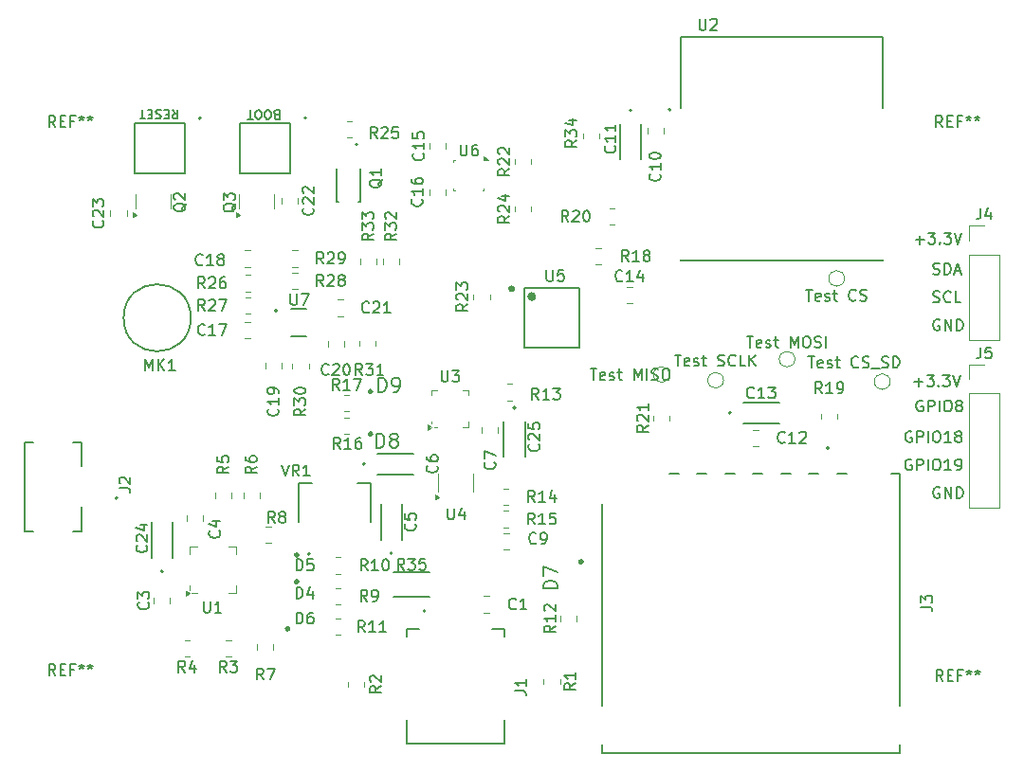
<source format=gto>
%TF.GenerationSoftware,KiCad,Pcbnew,9.0.0*%
%TF.CreationDate,2025-05-12T22:40:26+02:00*%
%TF.ProjectId,ESP32_PeterDalmaris_Board,45535033-325f-4506-9574-657244616c6d,rev?*%
%TF.SameCoordinates,Original*%
%TF.FileFunction,Legend,Top*%
%TF.FilePolarity,Positive*%
%FSLAX46Y46*%
G04 Gerber Fmt 4.6, Leading zero omitted, Abs format (unit mm)*
G04 Created by KiCad (PCBNEW 9.0.0) date 2025-05-12 22:40:26*
%MOMM*%
%LPD*%
G01*
G04 APERTURE LIST*
%ADD10C,0.300000*%
%ADD11C,0.150000*%
%ADD12C,0.127000*%
%ADD13C,0.200000*%
%ADD14C,0.120000*%
%ADD15C,0.152400*%
%ADD16C,0.100000*%
G04 APERTURE END LIST*
D10*
X141900000Y-74600000D02*
G75*
G02*
X141700000Y-74600000I-100000J0D01*
G01*
X141700000Y-74600000D02*
G75*
G02*
X141900000Y-74600000I100000J0D01*
G01*
X141900000Y-78400000D02*
G75*
G02*
X141700000Y-78400000I-100000J0D01*
G01*
X141700000Y-78400000D02*
G75*
G02*
X141900000Y-78400000I100000J0D01*
G01*
X135300000Y-89200000D02*
G75*
G02*
X135100000Y-89200000I-100000J0D01*
G01*
X135100000Y-89200000D02*
G75*
G02*
X135300000Y-89200000I100000J0D01*
G01*
X135300000Y-91600000D02*
G75*
G02*
X135100000Y-91600000I-100000J0D01*
G01*
X135100000Y-91600000D02*
G75*
G02*
X135300000Y-91600000I100000J0D01*
G01*
X134500000Y-95800000D02*
G75*
G02*
X134300000Y-95800000I-100000J0D01*
G01*
X134300000Y-95800000D02*
G75*
G02*
X134500000Y-95800000I100000J0D01*
G01*
X160700000Y-89800000D02*
G75*
G02*
X160500000Y-89800000I-100000J0D01*
G01*
X160500000Y-89800000D02*
G75*
G02*
X160700000Y-89800000I100000J0D01*
G01*
D11*
X192610588Y-83167438D02*
X192515350Y-83119819D01*
X192515350Y-83119819D02*
X192372493Y-83119819D01*
X192372493Y-83119819D02*
X192229636Y-83167438D01*
X192229636Y-83167438D02*
X192134398Y-83262676D01*
X192134398Y-83262676D02*
X192086779Y-83357914D01*
X192086779Y-83357914D02*
X192039160Y-83548390D01*
X192039160Y-83548390D02*
X192039160Y-83691247D01*
X192039160Y-83691247D02*
X192086779Y-83881723D01*
X192086779Y-83881723D02*
X192134398Y-83976961D01*
X192134398Y-83976961D02*
X192229636Y-84072200D01*
X192229636Y-84072200D02*
X192372493Y-84119819D01*
X192372493Y-84119819D02*
X192467731Y-84119819D01*
X192467731Y-84119819D02*
X192610588Y-84072200D01*
X192610588Y-84072200D02*
X192658207Y-84024580D01*
X192658207Y-84024580D02*
X192658207Y-83691247D01*
X192658207Y-83691247D02*
X192467731Y-83691247D01*
X193086779Y-84119819D02*
X193086779Y-83119819D01*
X193086779Y-83119819D02*
X193658207Y-84119819D01*
X193658207Y-84119819D02*
X193658207Y-83119819D01*
X194134398Y-84119819D02*
X194134398Y-83119819D01*
X194134398Y-83119819D02*
X194372493Y-83119819D01*
X194372493Y-83119819D02*
X194515350Y-83167438D01*
X194515350Y-83167438D02*
X194610588Y-83262676D01*
X194610588Y-83262676D02*
X194658207Y-83357914D01*
X194658207Y-83357914D02*
X194705826Y-83548390D01*
X194705826Y-83548390D02*
X194705826Y-83691247D01*
X194705826Y-83691247D02*
X194658207Y-83881723D01*
X194658207Y-83881723D02*
X194610588Y-83976961D01*
X194610588Y-83976961D02*
X194515350Y-84072200D01*
X194515350Y-84072200D02*
X194372493Y-84119819D01*
X194372493Y-84119819D02*
X194134398Y-84119819D01*
X190110588Y-80667438D02*
X190015350Y-80619819D01*
X190015350Y-80619819D02*
X189872493Y-80619819D01*
X189872493Y-80619819D02*
X189729636Y-80667438D01*
X189729636Y-80667438D02*
X189634398Y-80762676D01*
X189634398Y-80762676D02*
X189586779Y-80857914D01*
X189586779Y-80857914D02*
X189539160Y-81048390D01*
X189539160Y-81048390D02*
X189539160Y-81191247D01*
X189539160Y-81191247D02*
X189586779Y-81381723D01*
X189586779Y-81381723D02*
X189634398Y-81476961D01*
X189634398Y-81476961D02*
X189729636Y-81572200D01*
X189729636Y-81572200D02*
X189872493Y-81619819D01*
X189872493Y-81619819D02*
X189967731Y-81619819D01*
X189967731Y-81619819D02*
X190110588Y-81572200D01*
X190110588Y-81572200D02*
X190158207Y-81524580D01*
X190158207Y-81524580D02*
X190158207Y-81191247D01*
X190158207Y-81191247D02*
X189967731Y-81191247D01*
X190586779Y-81619819D02*
X190586779Y-80619819D01*
X190586779Y-80619819D02*
X190967731Y-80619819D01*
X190967731Y-80619819D02*
X191062969Y-80667438D01*
X191062969Y-80667438D02*
X191110588Y-80715057D01*
X191110588Y-80715057D02*
X191158207Y-80810295D01*
X191158207Y-80810295D02*
X191158207Y-80953152D01*
X191158207Y-80953152D02*
X191110588Y-81048390D01*
X191110588Y-81048390D02*
X191062969Y-81096009D01*
X191062969Y-81096009D02*
X190967731Y-81143628D01*
X190967731Y-81143628D02*
X190586779Y-81143628D01*
X191586779Y-81619819D02*
X191586779Y-80619819D01*
X192253445Y-80619819D02*
X192443921Y-80619819D01*
X192443921Y-80619819D02*
X192539159Y-80667438D01*
X192539159Y-80667438D02*
X192634397Y-80762676D01*
X192634397Y-80762676D02*
X192682016Y-80953152D01*
X192682016Y-80953152D02*
X192682016Y-81286485D01*
X192682016Y-81286485D02*
X192634397Y-81476961D01*
X192634397Y-81476961D02*
X192539159Y-81572200D01*
X192539159Y-81572200D02*
X192443921Y-81619819D01*
X192443921Y-81619819D02*
X192253445Y-81619819D01*
X192253445Y-81619819D02*
X192158207Y-81572200D01*
X192158207Y-81572200D02*
X192062969Y-81476961D01*
X192062969Y-81476961D02*
X192015350Y-81286485D01*
X192015350Y-81286485D02*
X192015350Y-80953152D01*
X192015350Y-80953152D02*
X192062969Y-80762676D01*
X192062969Y-80762676D02*
X192158207Y-80667438D01*
X192158207Y-80667438D02*
X192253445Y-80619819D01*
X193634397Y-81619819D02*
X193062969Y-81619819D01*
X193348683Y-81619819D02*
X193348683Y-80619819D01*
X193348683Y-80619819D02*
X193253445Y-80762676D01*
X193253445Y-80762676D02*
X193158207Y-80857914D01*
X193158207Y-80857914D02*
X193062969Y-80905533D01*
X194110588Y-81619819D02*
X194301064Y-81619819D01*
X194301064Y-81619819D02*
X194396302Y-81572200D01*
X194396302Y-81572200D02*
X194443921Y-81524580D01*
X194443921Y-81524580D02*
X194539159Y-81381723D01*
X194539159Y-81381723D02*
X194586778Y-81191247D01*
X194586778Y-81191247D02*
X194586778Y-80810295D01*
X194586778Y-80810295D02*
X194539159Y-80715057D01*
X194539159Y-80715057D02*
X194491540Y-80667438D01*
X194491540Y-80667438D02*
X194396302Y-80619819D01*
X194396302Y-80619819D02*
X194205826Y-80619819D01*
X194205826Y-80619819D02*
X194110588Y-80667438D01*
X194110588Y-80667438D02*
X194062969Y-80715057D01*
X194062969Y-80715057D02*
X194015350Y-80810295D01*
X194015350Y-80810295D02*
X194015350Y-81048390D01*
X194015350Y-81048390D02*
X194062969Y-81143628D01*
X194062969Y-81143628D02*
X194110588Y-81191247D01*
X194110588Y-81191247D02*
X194205826Y-81238866D01*
X194205826Y-81238866D02*
X194396302Y-81238866D01*
X194396302Y-81238866D02*
X194491540Y-81191247D01*
X194491540Y-81191247D02*
X194539159Y-81143628D01*
X194539159Y-81143628D02*
X194586778Y-81048390D01*
X190110588Y-78167438D02*
X190015350Y-78119819D01*
X190015350Y-78119819D02*
X189872493Y-78119819D01*
X189872493Y-78119819D02*
X189729636Y-78167438D01*
X189729636Y-78167438D02*
X189634398Y-78262676D01*
X189634398Y-78262676D02*
X189586779Y-78357914D01*
X189586779Y-78357914D02*
X189539160Y-78548390D01*
X189539160Y-78548390D02*
X189539160Y-78691247D01*
X189539160Y-78691247D02*
X189586779Y-78881723D01*
X189586779Y-78881723D02*
X189634398Y-78976961D01*
X189634398Y-78976961D02*
X189729636Y-79072200D01*
X189729636Y-79072200D02*
X189872493Y-79119819D01*
X189872493Y-79119819D02*
X189967731Y-79119819D01*
X189967731Y-79119819D02*
X190110588Y-79072200D01*
X190110588Y-79072200D02*
X190158207Y-79024580D01*
X190158207Y-79024580D02*
X190158207Y-78691247D01*
X190158207Y-78691247D02*
X189967731Y-78691247D01*
X190586779Y-79119819D02*
X190586779Y-78119819D01*
X190586779Y-78119819D02*
X190967731Y-78119819D01*
X190967731Y-78119819D02*
X191062969Y-78167438D01*
X191062969Y-78167438D02*
X191110588Y-78215057D01*
X191110588Y-78215057D02*
X191158207Y-78310295D01*
X191158207Y-78310295D02*
X191158207Y-78453152D01*
X191158207Y-78453152D02*
X191110588Y-78548390D01*
X191110588Y-78548390D02*
X191062969Y-78596009D01*
X191062969Y-78596009D02*
X190967731Y-78643628D01*
X190967731Y-78643628D02*
X190586779Y-78643628D01*
X191586779Y-79119819D02*
X191586779Y-78119819D01*
X192253445Y-78119819D02*
X192443921Y-78119819D01*
X192443921Y-78119819D02*
X192539159Y-78167438D01*
X192539159Y-78167438D02*
X192634397Y-78262676D01*
X192634397Y-78262676D02*
X192682016Y-78453152D01*
X192682016Y-78453152D02*
X192682016Y-78786485D01*
X192682016Y-78786485D02*
X192634397Y-78976961D01*
X192634397Y-78976961D02*
X192539159Y-79072200D01*
X192539159Y-79072200D02*
X192443921Y-79119819D01*
X192443921Y-79119819D02*
X192253445Y-79119819D01*
X192253445Y-79119819D02*
X192158207Y-79072200D01*
X192158207Y-79072200D02*
X192062969Y-78976961D01*
X192062969Y-78976961D02*
X192015350Y-78786485D01*
X192015350Y-78786485D02*
X192015350Y-78453152D01*
X192015350Y-78453152D02*
X192062969Y-78262676D01*
X192062969Y-78262676D02*
X192158207Y-78167438D01*
X192158207Y-78167438D02*
X192253445Y-78119819D01*
X193634397Y-79119819D02*
X193062969Y-79119819D01*
X193348683Y-79119819D02*
X193348683Y-78119819D01*
X193348683Y-78119819D02*
X193253445Y-78262676D01*
X193253445Y-78262676D02*
X193158207Y-78357914D01*
X193158207Y-78357914D02*
X193062969Y-78405533D01*
X194205826Y-78548390D02*
X194110588Y-78500771D01*
X194110588Y-78500771D02*
X194062969Y-78453152D01*
X194062969Y-78453152D02*
X194015350Y-78357914D01*
X194015350Y-78357914D02*
X194015350Y-78310295D01*
X194015350Y-78310295D02*
X194062969Y-78215057D01*
X194062969Y-78215057D02*
X194110588Y-78167438D01*
X194110588Y-78167438D02*
X194205826Y-78119819D01*
X194205826Y-78119819D02*
X194396302Y-78119819D01*
X194396302Y-78119819D02*
X194491540Y-78167438D01*
X194491540Y-78167438D02*
X194539159Y-78215057D01*
X194539159Y-78215057D02*
X194586778Y-78310295D01*
X194586778Y-78310295D02*
X194586778Y-78357914D01*
X194586778Y-78357914D02*
X194539159Y-78453152D01*
X194539159Y-78453152D02*
X194491540Y-78500771D01*
X194491540Y-78500771D02*
X194396302Y-78548390D01*
X194396302Y-78548390D02*
X194205826Y-78548390D01*
X194205826Y-78548390D02*
X194110588Y-78596009D01*
X194110588Y-78596009D02*
X194062969Y-78643628D01*
X194062969Y-78643628D02*
X194015350Y-78738866D01*
X194015350Y-78738866D02*
X194015350Y-78929342D01*
X194015350Y-78929342D02*
X194062969Y-79024580D01*
X194062969Y-79024580D02*
X194110588Y-79072200D01*
X194110588Y-79072200D02*
X194205826Y-79119819D01*
X194205826Y-79119819D02*
X194396302Y-79119819D01*
X194396302Y-79119819D02*
X194491540Y-79072200D01*
X194491540Y-79072200D02*
X194539159Y-79024580D01*
X194539159Y-79024580D02*
X194586778Y-78929342D01*
X194586778Y-78929342D02*
X194586778Y-78738866D01*
X194586778Y-78738866D02*
X194539159Y-78643628D01*
X194539159Y-78643628D02*
X194491540Y-78596009D01*
X194491540Y-78596009D02*
X194396302Y-78548390D01*
X191110588Y-75417438D02*
X191015350Y-75369819D01*
X191015350Y-75369819D02*
X190872493Y-75369819D01*
X190872493Y-75369819D02*
X190729636Y-75417438D01*
X190729636Y-75417438D02*
X190634398Y-75512676D01*
X190634398Y-75512676D02*
X190586779Y-75607914D01*
X190586779Y-75607914D02*
X190539160Y-75798390D01*
X190539160Y-75798390D02*
X190539160Y-75941247D01*
X190539160Y-75941247D02*
X190586779Y-76131723D01*
X190586779Y-76131723D02*
X190634398Y-76226961D01*
X190634398Y-76226961D02*
X190729636Y-76322200D01*
X190729636Y-76322200D02*
X190872493Y-76369819D01*
X190872493Y-76369819D02*
X190967731Y-76369819D01*
X190967731Y-76369819D02*
X191110588Y-76322200D01*
X191110588Y-76322200D02*
X191158207Y-76274580D01*
X191158207Y-76274580D02*
X191158207Y-75941247D01*
X191158207Y-75941247D02*
X190967731Y-75941247D01*
X191586779Y-76369819D02*
X191586779Y-75369819D01*
X191586779Y-75369819D02*
X191967731Y-75369819D01*
X191967731Y-75369819D02*
X192062969Y-75417438D01*
X192062969Y-75417438D02*
X192110588Y-75465057D01*
X192110588Y-75465057D02*
X192158207Y-75560295D01*
X192158207Y-75560295D02*
X192158207Y-75703152D01*
X192158207Y-75703152D02*
X192110588Y-75798390D01*
X192110588Y-75798390D02*
X192062969Y-75846009D01*
X192062969Y-75846009D02*
X191967731Y-75893628D01*
X191967731Y-75893628D02*
X191586779Y-75893628D01*
X192586779Y-76369819D02*
X192586779Y-75369819D01*
X193253445Y-75369819D02*
X193443921Y-75369819D01*
X193443921Y-75369819D02*
X193539159Y-75417438D01*
X193539159Y-75417438D02*
X193634397Y-75512676D01*
X193634397Y-75512676D02*
X193682016Y-75703152D01*
X193682016Y-75703152D02*
X193682016Y-76036485D01*
X193682016Y-76036485D02*
X193634397Y-76226961D01*
X193634397Y-76226961D02*
X193539159Y-76322200D01*
X193539159Y-76322200D02*
X193443921Y-76369819D01*
X193443921Y-76369819D02*
X193253445Y-76369819D01*
X193253445Y-76369819D02*
X193158207Y-76322200D01*
X193158207Y-76322200D02*
X193062969Y-76226961D01*
X193062969Y-76226961D02*
X193015350Y-76036485D01*
X193015350Y-76036485D02*
X193015350Y-75703152D01*
X193015350Y-75703152D02*
X193062969Y-75512676D01*
X193062969Y-75512676D02*
X193158207Y-75417438D01*
X193158207Y-75417438D02*
X193253445Y-75369819D01*
X194253445Y-75798390D02*
X194158207Y-75750771D01*
X194158207Y-75750771D02*
X194110588Y-75703152D01*
X194110588Y-75703152D02*
X194062969Y-75607914D01*
X194062969Y-75607914D02*
X194062969Y-75560295D01*
X194062969Y-75560295D02*
X194110588Y-75465057D01*
X194110588Y-75465057D02*
X194158207Y-75417438D01*
X194158207Y-75417438D02*
X194253445Y-75369819D01*
X194253445Y-75369819D02*
X194443921Y-75369819D01*
X194443921Y-75369819D02*
X194539159Y-75417438D01*
X194539159Y-75417438D02*
X194586778Y-75465057D01*
X194586778Y-75465057D02*
X194634397Y-75560295D01*
X194634397Y-75560295D02*
X194634397Y-75607914D01*
X194634397Y-75607914D02*
X194586778Y-75703152D01*
X194586778Y-75703152D02*
X194539159Y-75750771D01*
X194539159Y-75750771D02*
X194443921Y-75798390D01*
X194443921Y-75798390D02*
X194253445Y-75798390D01*
X194253445Y-75798390D02*
X194158207Y-75846009D01*
X194158207Y-75846009D02*
X194110588Y-75893628D01*
X194110588Y-75893628D02*
X194062969Y-75988866D01*
X194062969Y-75988866D02*
X194062969Y-76179342D01*
X194062969Y-76179342D02*
X194110588Y-76274580D01*
X194110588Y-76274580D02*
X194158207Y-76322200D01*
X194158207Y-76322200D02*
X194253445Y-76369819D01*
X194253445Y-76369819D02*
X194443921Y-76369819D01*
X194443921Y-76369819D02*
X194539159Y-76322200D01*
X194539159Y-76322200D02*
X194586778Y-76274580D01*
X194586778Y-76274580D02*
X194634397Y-76179342D01*
X194634397Y-76179342D02*
X194634397Y-75988866D01*
X194634397Y-75988866D02*
X194586778Y-75893628D01*
X194586778Y-75893628D02*
X194539159Y-75846009D01*
X194539159Y-75846009D02*
X194443921Y-75798390D01*
X190336779Y-73738866D02*
X191098684Y-73738866D01*
X190717731Y-74119819D02*
X190717731Y-73357914D01*
X191479636Y-73119819D02*
X192098683Y-73119819D01*
X192098683Y-73119819D02*
X191765350Y-73500771D01*
X191765350Y-73500771D02*
X191908207Y-73500771D01*
X191908207Y-73500771D02*
X192003445Y-73548390D01*
X192003445Y-73548390D02*
X192051064Y-73596009D01*
X192051064Y-73596009D02*
X192098683Y-73691247D01*
X192098683Y-73691247D02*
X192098683Y-73929342D01*
X192098683Y-73929342D02*
X192051064Y-74024580D01*
X192051064Y-74024580D02*
X192003445Y-74072200D01*
X192003445Y-74072200D02*
X191908207Y-74119819D01*
X191908207Y-74119819D02*
X191622493Y-74119819D01*
X191622493Y-74119819D02*
X191527255Y-74072200D01*
X191527255Y-74072200D02*
X191479636Y-74024580D01*
X192527255Y-74024580D02*
X192574874Y-74072200D01*
X192574874Y-74072200D02*
X192527255Y-74119819D01*
X192527255Y-74119819D02*
X192479636Y-74072200D01*
X192479636Y-74072200D02*
X192527255Y-74024580D01*
X192527255Y-74024580D02*
X192527255Y-74119819D01*
X192908207Y-73119819D02*
X193527254Y-73119819D01*
X193527254Y-73119819D02*
X193193921Y-73500771D01*
X193193921Y-73500771D02*
X193336778Y-73500771D01*
X193336778Y-73500771D02*
X193432016Y-73548390D01*
X193432016Y-73548390D02*
X193479635Y-73596009D01*
X193479635Y-73596009D02*
X193527254Y-73691247D01*
X193527254Y-73691247D02*
X193527254Y-73929342D01*
X193527254Y-73929342D02*
X193479635Y-74024580D01*
X193479635Y-74024580D02*
X193432016Y-74072200D01*
X193432016Y-74072200D02*
X193336778Y-74119819D01*
X193336778Y-74119819D02*
X193051064Y-74119819D01*
X193051064Y-74119819D02*
X192955826Y-74072200D01*
X192955826Y-74072200D02*
X192908207Y-74024580D01*
X193812969Y-73119819D02*
X194146302Y-74119819D01*
X194146302Y-74119819D02*
X194479635Y-73119819D01*
X192610588Y-68167438D02*
X192515350Y-68119819D01*
X192515350Y-68119819D02*
X192372493Y-68119819D01*
X192372493Y-68119819D02*
X192229636Y-68167438D01*
X192229636Y-68167438D02*
X192134398Y-68262676D01*
X192134398Y-68262676D02*
X192086779Y-68357914D01*
X192086779Y-68357914D02*
X192039160Y-68548390D01*
X192039160Y-68548390D02*
X192039160Y-68691247D01*
X192039160Y-68691247D02*
X192086779Y-68881723D01*
X192086779Y-68881723D02*
X192134398Y-68976961D01*
X192134398Y-68976961D02*
X192229636Y-69072200D01*
X192229636Y-69072200D02*
X192372493Y-69119819D01*
X192372493Y-69119819D02*
X192467731Y-69119819D01*
X192467731Y-69119819D02*
X192610588Y-69072200D01*
X192610588Y-69072200D02*
X192658207Y-69024580D01*
X192658207Y-69024580D02*
X192658207Y-68691247D01*
X192658207Y-68691247D02*
X192467731Y-68691247D01*
X193086779Y-69119819D02*
X193086779Y-68119819D01*
X193086779Y-68119819D02*
X193658207Y-69119819D01*
X193658207Y-69119819D02*
X193658207Y-68119819D01*
X194134398Y-69119819D02*
X194134398Y-68119819D01*
X194134398Y-68119819D02*
X194372493Y-68119819D01*
X194372493Y-68119819D02*
X194515350Y-68167438D01*
X194515350Y-68167438D02*
X194610588Y-68262676D01*
X194610588Y-68262676D02*
X194658207Y-68357914D01*
X194658207Y-68357914D02*
X194705826Y-68548390D01*
X194705826Y-68548390D02*
X194705826Y-68691247D01*
X194705826Y-68691247D02*
X194658207Y-68881723D01*
X194658207Y-68881723D02*
X194610588Y-68976961D01*
X194610588Y-68976961D02*
X194515350Y-69072200D01*
X194515350Y-69072200D02*
X194372493Y-69119819D01*
X194372493Y-69119819D02*
X194134398Y-69119819D01*
X192039160Y-66572200D02*
X192182017Y-66619819D01*
X192182017Y-66619819D02*
X192420112Y-66619819D01*
X192420112Y-66619819D02*
X192515350Y-66572200D01*
X192515350Y-66572200D02*
X192562969Y-66524580D01*
X192562969Y-66524580D02*
X192610588Y-66429342D01*
X192610588Y-66429342D02*
X192610588Y-66334104D01*
X192610588Y-66334104D02*
X192562969Y-66238866D01*
X192562969Y-66238866D02*
X192515350Y-66191247D01*
X192515350Y-66191247D02*
X192420112Y-66143628D01*
X192420112Y-66143628D02*
X192229636Y-66096009D01*
X192229636Y-66096009D02*
X192134398Y-66048390D01*
X192134398Y-66048390D02*
X192086779Y-66000771D01*
X192086779Y-66000771D02*
X192039160Y-65905533D01*
X192039160Y-65905533D02*
X192039160Y-65810295D01*
X192039160Y-65810295D02*
X192086779Y-65715057D01*
X192086779Y-65715057D02*
X192134398Y-65667438D01*
X192134398Y-65667438D02*
X192229636Y-65619819D01*
X192229636Y-65619819D02*
X192467731Y-65619819D01*
X192467731Y-65619819D02*
X192610588Y-65667438D01*
X193610588Y-66524580D02*
X193562969Y-66572200D01*
X193562969Y-66572200D02*
X193420112Y-66619819D01*
X193420112Y-66619819D02*
X193324874Y-66619819D01*
X193324874Y-66619819D02*
X193182017Y-66572200D01*
X193182017Y-66572200D02*
X193086779Y-66476961D01*
X193086779Y-66476961D02*
X193039160Y-66381723D01*
X193039160Y-66381723D02*
X192991541Y-66191247D01*
X192991541Y-66191247D02*
X192991541Y-66048390D01*
X192991541Y-66048390D02*
X193039160Y-65857914D01*
X193039160Y-65857914D02*
X193086779Y-65762676D01*
X193086779Y-65762676D02*
X193182017Y-65667438D01*
X193182017Y-65667438D02*
X193324874Y-65619819D01*
X193324874Y-65619819D02*
X193420112Y-65619819D01*
X193420112Y-65619819D02*
X193562969Y-65667438D01*
X193562969Y-65667438D02*
X193610588Y-65715057D01*
X194515350Y-66619819D02*
X194039160Y-66619819D01*
X194039160Y-66619819D02*
X194039160Y-65619819D01*
X192039160Y-64072200D02*
X192182017Y-64119819D01*
X192182017Y-64119819D02*
X192420112Y-64119819D01*
X192420112Y-64119819D02*
X192515350Y-64072200D01*
X192515350Y-64072200D02*
X192562969Y-64024580D01*
X192562969Y-64024580D02*
X192610588Y-63929342D01*
X192610588Y-63929342D02*
X192610588Y-63834104D01*
X192610588Y-63834104D02*
X192562969Y-63738866D01*
X192562969Y-63738866D02*
X192515350Y-63691247D01*
X192515350Y-63691247D02*
X192420112Y-63643628D01*
X192420112Y-63643628D02*
X192229636Y-63596009D01*
X192229636Y-63596009D02*
X192134398Y-63548390D01*
X192134398Y-63548390D02*
X192086779Y-63500771D01*
X192086779Y-63500771D02*
X192039160Y-63405533D01*
X192039160Y-63405533D02*
X192039160Y-63310295D01*
X192039160Y-63310295D02*
X192086779Y-63215057D01*
X192086779Y-63215057D02*
X192134398Y-63167438D01*
X192134398Y-63167438D02*
X192229636Y-63119819D01*
X192229636Y-63119819D02*
X192467731Y-63119819D01*
X192467731Y-63119819D02*
X192610588Y-63167438D01*
X193039160Y-64119819D02*
X193039160Y-63119819D01*
X193039160Y-63119819D02*
X193277255Y-63119819D01*
X193277255Y-63119819D02*
X193420112Y-63167438D01*
X193420112Y-63167438D02*
X193515350Y-63262676D01*
X193515350Y-63262676D02*
X193562969Y-63357914D01*
X193562969Y-63357914D02*
X193610588Y-63548390D01*
X193610588Y-63548390D02*
X193610588Y-63691247D01*
X193610588Y-63691247D02*
X193562969Y-63881723D01*
X193562969Y-63881723D02*
X193515350Y-63976961D01*
X193515350Y-63976961D02*
X193420112Y-64072200D01*
X193420112Y-64072200D02*
X193277255Y-64119819D01*
X193277255Y-64119819D02*
X193039160Y-64119819D01*
X193991541Y-63834104D02*
X194467731Y-63834104D01*
X193896303Y-64119819D02*
X194229636Y-63119819D01*
X194229636Y-63119819D02*
X194562969Y-64119819D01*
X190461779Y-61013866D02*
X191223684Y-61013866D01*
X190842731Y-61394819D02*
X190842731Y-60632914D01*
X191604636Y-60394819D02*
X192223683Y-60394819D01*
X192223683Y-60394819D02*
X191890350Y-60775771D01*
X191890350Y-60775771D02*
X192033207Y-60775771D01*
X192033207Y-60775771D02*
X192128445Y-60823390D01*
X192128445Y-60823390D02*
X192176064Y-60871009D01*
X192176064Y-60871009D02*
X192223683Y-60966247D01*
X192223683Y-60966247D02*
X192223683Y-61204342D01*
X192223683Y-61204342D02*
X192176064Y-61299580D01*
X192176064Y-61299580D02*
X192128445Y-61347200D01*
X192128445Y-61347200D02*
X192033207Y-61394819D01*
X192033207Y-61394819D02*
X191747493Y-61394819D01*
X191747493Y-61394819D02*
X191652255Y-61347200D01*
X191652255Y-61347200D02*
X191604636Y-61299580D01*
X192652255Y-61299580D02*
X192699874Y-61347200D01*
X192699874Y-61347200D02*
X192652255Y-61394819D01*
X192652255Y-61394819D02*
X192604636Y-61347200D01*
X192604636Y-61347200D02*
X192652255Y-61299580D01*
X192652255Y-61299580D02*
X192652255Y-61394819D01*
X193033207Y-60394819D02*
X193652254Y-60394819D01*
X193652254Y-60394819D02*
X193318921Y-60775771D01*
X193318921Y-60775771D02*
X193461778Y-60775771D01*
X193461778Y-60775771D02*
X193557016Y-60823390D01*
X193557016Y-60823390D02*
X193604635Y-60871009D01*
X193604635Y-60871009D02*
X193652254Y-60966247D01*
X193652254Y-60966247D02*
X193652254Y-61204342D01*
X193652254Y-61204342D02*
X193604635Y-61299580D01*
X193604635Y-61299580D02*
X193557016Y-61347200D01*
X193557016Y-61347200D02*
X193461778Y-61394819D01*
X193461778Y-61394819D02*
X193176064Y-61394819D01*
X193176064Y-61394819D02*
X193080826Y-61347200D01*
X193080826Y-61347200D02*
X193033207Y-61299580D01*
X193937969Y-60394819D02*
X194271302Y-61394819D01*
X194271302Y-61394819D02*
X194604635Y-60394819D01*
X124111904Y-49387704D02*
X124378571Y-49768657D01*
X124569047Y-49387704D02*
X124569047Y-50187704D01*
X124569047Y-50187704D02*
X124264285Y-50187704D01*
X124264285Y-50187704D02*
X124188095Y-50149609D01*
X124188095Y-50149609D02*
X124150000Y-50111514D01*
X124150000Y-50111514D02*
X124111904Y-50035323D01*
X124111904Y-50035323D02*
X124111904Y-49921038D01*
X124111904Y-49921038D02*
X124150000Y-49844847D01*
X124150000Y-49844847D02*
X124188095Y-49806752D01*
X124188095Y-49806752D02*
X124264285Y-49768657D01*
X124264285Y-49768657D02*
X124569047Y-49768657D01*
X123769047Y-49806752D02*
X123502381Y-49806752D01*
X123388095Y-49387704D02*
X123769047Y-49387704D01*
X123769047Y-49387704D02*
X123769047Y-50187704D01*
X123769047Y-50187704D02*
X123388095Y-50187704D01*
X123083333Y-49425800D02*
X122969047Y-49387704D01*
X122969047Y-49387704D02*
X122778571Y-49387704D01*
X122778571Y-49387704D02*
X122702380Y-49425800D01*
X122702380Y-49425800D02*
X122664285Y-49463895D01*
X122664285Y-49463895D02*
X122626190Y-49540085D01*
X122626190Y-49540085D02*
X122626190Y-49616276D01*
X122626190Y-49616276D02*
X122664285Y-49692466D01*
X122664285Y-49692466D02*
X122702380Y-49730561D01*
X122702380Y-49730561D02*
X122778571Y-49768657D01*
X122778571Y-49768657D02*
X122930952Y-49806752D01*
X122930952Y-49806752D02*
X123007142Y-49844847D01*
X123007142Y-49844847D02*
X123045237Y-49882942D01*
X123045237Y-49882942D02*
X123083333Y-49959133D01*
X123083333Y-49959133D02*
X123083333Y-50035323D01*
X123083333Y-50035323D02*
X123045237Y-50111514D01*
X123045237Y-50111514D02*
X123007142Y-50149609D01*
X123007142Y-50149609D02*
X122930952Y-50187704D01*
X122930952Y-50187704D02*
X122740475Y-50187704D01*
X122740475Y-50187704D02*
X122626190Y-50149609D01*
X122283332Y-49806752D02*
X122016666Y-49806752D01*
X121902380Y-49387704D02*
X122283332Y-49387704D01*
X122283332Y-49387704D02*
X122283332Y-50187704D01*
X122283332Y-50187704D02*
X121902380Y-50187704D01*
X121673808Y-50187704D02*
X121216665Y-50187704D01*
X121445237Y-49387704D02*
X121445237Y-50187704D01*
X133385714Y-49856752D02*
X133271428Y-49818657D01*
X133271428Y-49818657D02*
X133233333Y-49780561D01*
X133233333Y-49780561D02*
X133195237Y-49704371D01*
X133195237Y-49704371D02*
X133195237Y-49590085D01*
X133195237Y-49590085D02*
X133233333Y-49513895D01*
X133233333Y-49513895D02*
X133271428Y-49475800D01*
X133271428Y-49475800D02*
X133347618Y-49437704D01*
X133347618Y-49437704D02*
X133652380Y-49437704D01*
X133652380Y-49437704D02*
X133652380Y-50237704D01*
X133652380Y-50237704D02*
X133385714Y-50237704D01*
X133385714Y-50237704D02*
X133309523Y-50199609D01*
X133309523Y-50199609D02*
X133271428Y-50161514D01*
X133271428Y-50161514D02*
X133233333Y-50085323D01*
X133233333Y-50085323D02*
X133233333Y-50009133D01*
X133233333Y-50009133D02*
X133271428Y-49932942D01*
X133271428Y-49932942D02*
X133309523Y-49894847D01*
X133309523Y-49894847D02*
X133385714Y-49856752D01*
X133385714Y-49856752D02*
X133652380Y-49856752D01*
X132699999Y-50237704D02*
X132547618Y-50237704D01*
X132547618Y-50237704D02*
X132471428Y-50199609D01*
X132471428Y-50199609D02*
X132395237Y-50123419D01*
X132395237Y-50123419D02*
X132357142Y-49971038D01*
X132357142Y-49971038D02*
X132357142Y-49704371D01*
X132357142Y-49704371D02*
X132395237Y-49551990D01*
X132395237Y-49551990D02*
X132471428Y-49475800D01*
X132471428Y-49475800D02*
X132547618Y-49437704D01*
X132547618Y-49437704D02*
X132699999Y-49437704D01*
X132699999Y-49437704D02*
X132776190Y-49475800D01*
X132776190Y-49475800D02*
X132852380Y-49551990D01*
X132852380Y-49551990D02*
X132890476Y-49704371D01*
X132890476Y-49704371D02*
X132890476Y-49971038D01*
X132890476Y-49971038D02*
X132852380Y-50123419D01*
X132852380Y-50123419D02*
X132776190Y-50199609D01*
X132776190Y-50199609D02*
X132699999Y-50237704D01*
X131861904Y-50237704D02*
X131709523Y-50237704D01*
X131709523Y-50237704D02*
X131633333Y-50199609D01*
X131633333Y-50199609D02*
X131557142Y-50123419D01*
X131557142Y-50123419D02*
X131519047Y-49971038D01*
X131519047Y-49971038D02*
X131519047Y-49704371D01*
X131519047Y-49704371D02*
X131557142Y-49551990D01*
X131557142Y-49551990D02*
X131633333Y-49475800D01*
X131633333Y-49475800D02*
X131709523Y-49437704D01*
X131709523Y-49437704D02*
X131861904Y-49437704D01*
X131861904Y-49437704D02*
X131938095Y-49475800D01*
X131938095Y-49475800D02*
X132014285Y-49551990D01*
X132014285Y-49551990D02*
X132052381Y-49704371D01*
X132052381Y-49704371D02*
X132052381Y-49971038D01*
X132052381Y-49971038D02*
X132014285Y-50123419D01*
X132014285Y-50123419D02*
X131938095Y-50199609D01*
X131938095Y-50199609D02*
X131861904Y-50237704D01*
X131290476Y-50237704D02*
X130833333Y-50237704D01*
X131061905Y-49437704D02*
X131061905Y-50237704D01*
X144806672Y-90530157D02*
X144473095Y-90053618D01*
X144234825Y-90530157D02*
X144234825Y-89529425D01*
X144234825Y-89529425D02*
X144616056Y-89529425D01*
X144616056Y-89529425D02*
X144711364Y-89577079D01*
X144711364Y-89577079D02*
X144759018Y-89624733D01*
X144759018Y-89624733D02*
X144806672Y-89720041D01*
X144806672Y-89720041D02*
X144806672Y-89863003D01*
X144806672Y-89863003D02*
X144759018Y-89958311D01*
X144759018Y-89958311D02*
X144711364Y-90005964D01*
X144711364Y-90005964D02*
X144616056Y-90053618D01*
X144616056Y-90053618D02*
X144234825Y-90053618D01*
X145140249Y-89529425D02*
X145759750Y-89529425D01*
X145759750Y-89529425D02*
X145426173Y-89910657D01*
X145426173Y-89910657D02*
X145569134Y-89910657D01*
X145569134Y-89910657D02*
X145664442Y-89958311D01*
X145664442Y-89958311D02*
X145712096Y-90005964D01*
X145712096Y-90005964D02*
X145759750Y-90101272D01*
X145759750Y-90101272D02*
X145759750Y-90339542D01*
X145759750Y-90339542D02*
X145712096Y-90434850D01*
X145712096Y-90434850D02*
X145664442Y-90482504D01*
X145664442Y-90482504D02*
X145569134Y-90530157D01*
X145569134Y-90530157D02*
X145283211Y-90530157D01*
X145283211Y-90530157D02*
X145187903Y-90482504D01*
X145187903Y-90482504D02*
X145140249Y-90434850D01*
X146665174Y-89529425D02*
X146188635Y-89529425D01*
X146188635Y-89529425D02*
X146140981Y-90005964D01*
X146140981Y-90005964D02*
X146188635Y-89958311D01*
X146188635Y-89958311D02*
X146283943Y-89910657D01*
X146283943Y-89910657D02*
X146522212Y-89910657D01*
X146522212Y-89910657D02*
X146617520Y-89958311D01*
X146617520Y-89958311D02*
X146665174Y-90005964D01*
X146665174Y-90005964D02*
X146712828Y-90101272D01*
X146712828Y-90101272D02*
X146712828Y-90339542D01*
X146712828Y-90339542D02*
X146665174Y-90434850D01*
X146665174Y-90434850D02*
X146617520Y-90482504D01*
X146617520Y-90482504D02*
X146522212Y-90530157D01*
X146522212Y-90530157D02*
X146283943Y-90530157D01*
X146283943Y-90530157D02*
X146188635Y-90482504D01*
X146188635Y-90482504D02*
X146140981Y-90434850D01*
X121934580Y-93429166D02*
X121982200Y-93476785D01*
X121982200Y-93476785D02*
X122029819Y-93619642D01*
X122029819Y-93619642D02*
X122029819Y-93714880D01*
X122029819Y-93714880D02*
X121982200Y-93857737D01*
X121982200Y-93857737D02*
X121886961Y-93952975D01*
X121886961Y-93952975D02*
X121791723Y-94000594D01*
X121791723Y-94000594D02*
X121601247Y-94048213D01*
X121601247Y-94048213D02*
X121458390Y-94048213D01*
X121458390Y-94048213D02*
X121267914Y-94000594D01*
X121267914Y-94000594D02*
X121172676Y-93952975D01*
X121172676Y-93952975D02*
X121077438Y-93857737D01*
X121077438Y-93857737D02*
X121029819Y-93714880D01*
X121029819Y-93714880D02*
X121029819Y-93619642D01*
X121029819Y-93619642D02*
X121077438Y-93476785D01*
X121077438Y-93476785D02*
X121125057Y-93429166D01*
X121029819Y-93095832D02*
X121029819Y-92476785D01*
X121029819Y-92476785D02*
X121410771Y-92810118D01*
X121410771Y-92810118D02*
X121410771Y-92667261D01*
X121410771Y-92667261D02*
X121458390Y-92572023D01*
X121458390Y-92572023D02*
X121506009Y-92524404D01*
X121506009Y-92524404D02*
X121601247Y-92476785D01*
X121601247Y-92476785D02*
X121839342Y-92476785D01*
X121839342Y-92476785D02*
X121934580Y-92524404D01*
X121934580Y-92524404D02*
X121982200Y-92572023D01*
X121982200Y-92572023D02*
X122029819Y-92667261D01*
X122029819Y-92667261D02*
X122029819Y-92952975D01*
X122029819Y-92952975D02*
X121982200Y-93048213D01*
X121982200Y-93048213D02*
X121934580Y-93095832D01*
X133840476Y-81129819D02*
X134173809Y-82129819D01*
X134173809Y-82129819D02*
X134507142Y-81129819D01*
X135411904Y-82129819D02*
X135078571Y-81653628D01*
X134840476Y-82129819D02*
X134840476Y-81129819D01*
X134840476Y-81129819D02*
X135221428Y-81129819D01*
X135221428Y-81129819D02*
X135316666Y-81177438D01*
X135316666Y-81177438D02*
X135364285Y-81225057D01*
X135364285Y-81225057D02*
X135411904Y-81320295D01*
X135411904Y-81320295D02*
X135411904Y-81463152D01*
X135411904Y-81463152D02*
X135364285Y-81558390D01*
X135364285Y-81558390D02*
X135316666Y-81606009D01*
X135316666Y-81606009D02*
X135221428Y-81653628D01*
X135221428Y-81653628D02*
X134840476Y-81653628D01*
X136364285Y-82129819D02*
X135792857Y-82129819D01*
X136078571Y-82129819D02*
X136078571Y-81129819D01*
X136078571Y-81129819D02*
X135983333Y-81272676D01*
X135983333Y-81272676D02*
X135888095Y-81367914D01*
X135888095Y-81367914D02*
X135792857Y-81415533D01*
X141657142Y-67459580D02*
X141609523Y-67507200D01*
X141609523Y-67507200D02*
X141466666Y-67554819D01*
X141466666Y-67554819D02*
X141371428Y-67554819D01*
X141371428Y-67554819D02*
X141228571Y-67507200D01*
X141228571Y-67507200D02*
X141133333Y-67411961D01*
X141133333Y-67411961D02*
X141085714Y-67316723D01*
X141085714Y-67316723D02*
X141038095Y-67126247D01*
X141038095Y-67126247D02*
X141038095Y-66983390D01*
X141038095Y-66983390D02*
X141085714Y-66792914D01*
X141085714Y-66792914D02*
X141133333Y-66697676D01*
X141133333Y-66697676D02*
X141228571Y-66602438D01*
X141228571Y-66602438D02*
X141371428Y-66554819D01*
X141371428Y-66554819D02*
X141466666Y-66554819D01*
X141466666Y-66554819D02*
X141609523Y-66602438D01*
X141609523Y-66602438D02*
X141657142Y-66650057D01*
X142038095Y-66650057D02*
X142085714Y-66602438D01*
X142085714Y-66602438D02*
X142180952Y-66554819D01*
X142180952Y-66554819D02*
X142419047Y-66554819D01*
X142419047Y-66554819D02*
X142514285Y-66602438D01*
X142514285Y-66602438D02*
X142561904Y-66650057D01*
X142561904Y-66650057D02*
X142609523Y-66745295D01*
X142609523Y-66745295D02*
X142609523Y-66840533D01*
X142609523Y-66840533D02*
X142561904Y-66983390D01*
X142561904Y-66983390D02*
X141990476Y-67554819D01*
X141990476Y-67554819D02*
X142609523Y-67554819D01*
X143561904Y-67554819D02*
X142990476Y-67554819D01*
X143276190Y-67554819D02*
X143276190Y-66554819D01*
X143276190Y-66554819D02*
X143180952Y-66697676D01*
X143180952Y-66697676D02*
X143085714Y-66792914D01*
X143085714Y-66792914D02*
X142990476Y-66840533D01*
X154204819Y-54692857D02*
X153728628Y-55026190D01*
X154204819Y-55264285D02*
X153204819Y-55264285D01*
X153204819Y-55264285D02*
X153204819Y-54883333D01*
X153204819Y-54883333D02*
X153252438Y-54788095D01*
X153252438Y-54788095D02*
X153300057Y-54740476D01*
X153300057Y-54740476D02*
X153395295Y-54692857D01*
X153395295Y-54692857D02*
X153538152Y-54692857D01*
X153538152Y-54692857D02*
X153633390Y-54740476D01*
X153633390Y-54740476D02*
X153681009Y-54788095D01*
X153681009Y-54788095D02*
X153728628Y-54883333D01*
X153728628Y-54883333D02*
X153728628Y-55264285D01*
X153300057Y-54311904D02*
X153252438Y-54264285D01*
X153252438Y-54264285D02*
X153204819Y-54169047D01*
X153204819Y-54169047D02*
X153204819Y-53930952D01*
X153204819Y-53930952D02*
X153252438Y-53835714D01*
X153252438Y-53835714D02*
X153300057Y-53788095D01*
X153300057Y-53788095D02*
X153395295Y-53740476D01*
X153395295Y-53740476D02*
X153490533Y-53740476D01*
X153490533Y-53740476D02*
X153633390Y-53788095D01*
X153633390Y-53788095D02*
X154204819Y-54359523D01*
X154204819Y-54359523D02*
X154204819Y-53740476D01*
X153300057Y-53359523D02*
X153252438Y-53311904D01*
X153252438Y-53311904D02*
X153204819Y-53216666D01*
X153204819Y-53216666D02*
X153204819Y-52978571D01*
X153204819Y-52978571D02*
X153252438Y-52883333D01*
X153252438Y-52883333D02*
X153300057Y-52835714D01*
X153300057Y-52835714D02*
X153395295Y-52788095D01*
X153395295Y-52788095D02*
X153490533Y-52788095D01*
X153490533Y-52788095D02*
X153633390Y-52835714D01*
X153633390Y-52835714D02*
X154204819Y-53407142D01*
X154204819Y-53407142D02*
X154204819Y-52788095D01*
X142850057Y-55600238D02*
X142802438Y-55695476D01*
X142802438Y-55695476D02*
X142707200Y-55790714D01*
X142707200Y-55790714D02*
X142564342Y-55933571D01*
X142564342Y-55933571D02*
X142516723Y-56028809D01*
X142516723Y-56028809D02*
X142516723Y-56124047D01*
X142754819Y-56076428D02*
X142707200Y-56171666D01*
X142707200Y-56171666D02*
X142611961Y-56266904D01*
X142611961Y-56266904D02*
X142421485Y-56314523D01*
X142421485Y-56314523D02*
X142088152Y-56314523D01*
X142088152Y-56314523D02*
X141897676Y-56266904D01*
X141897676Y-56266904D02*
X141802438Y-56171666D01*
X141802438Y-56171666D02*
X141754819Y-56076428D01*
X141754819Y-56076428D02*
X141754819Y-55885952D01*
X141754819Y-55885952D02*
X141802438Y-55790714D01*
X141802438Y-55790714D02*
X141897676Y-55695476D01*
X141897676Y-55695476D02*
X142088152Y-55647857D01*
X142088152Y-55647857D02*
X142421485Y-55647857D01*
X142421485Y-55647857D02*
X142611961Y-55695476D01*
X142611961Y-55695476D02*
X142707200Y-55790714D01*
X142707200Y-55790714D02*
X142754819Y-55885952D01*
X142754819Y-55885952D02*
X142754819Y-56076428D01*
X142754819Y-54695476D02*
X142754819Y-55266904D01*
X142754819Y-54981190D02*
X141754819Y-54981190D01*
X141754819Y-54981190D02*
X141897676Y-55076428D01*
X141897676Y-55076428D02*
X141992914Y-55171666D01*
X141992914Y-55171666D02*
X142040533Y-55266904D01*
X121689569Y-72705140D02*
X121689569Y-71704447D01*
X121689569Y-71704447D02*
X122023133Y-72419227D01*
X122023133Y-72419227D02*
X122356697Y-71704447D01*
X122356697Y-71704447D02*
X122356697Y-72705140D01*
X122833218Y-72705140D02*
X122833218Y-71704447D01*
X123405042Y-72705140D02*
X122976174Y-72133315D01*
X123405042Y-71704447D02*
X122833218Y-72276271D01*
X124358083Y-72705140D02*
X123786259Y-72705140D01*
X124072171Y-72705140D02*
X124072171Y-71704447D01*
X124072171Y-71704447D02*
X123976867Y-71847403D01*
X123976867Y-71847403D02*
X123881563Y-71942707D01*
X123881563Y-71942707D02*
X123786259Y-71990359D01*
X190954819Y-93833333D02*
X191669104Y-93833333D01*
X191669104Y-93833333D02*
X191811961Y-93880952D01*
X191811961Y-93880952D02*
X191907200Y-93976190D01*
X191907200Y-93976190D02*
X191954819Y-94119047D01*
X191954819Y-94119047D02*
X191954819Y-94214285D01*
X190954819Y-93452380D02*
X190954819Y-92833333D01*
X190954819Y-92833333D02*
X191335771Y-93166666D01*
X191335771Y-93166666D02*
X191335771Y-93023809D01*
X191335771Y-93023809D02*
X191383390Y-92928571D01*
X191383390Y-92928571D02*
X191431009Y-92880952D01*
X191431009Y-92880952D02*
X191526247Y-92833333D01*
X191526247Y-92833333D02*
X191764342Y-92833333D01*
X191764342Y-92833333D02*
X191859580Y-92880952D01*
X191859580Y-92880952D02*
X191907200Y-92928571D01*
X191907200Y-92928571D02*
X191954819Y-93023809D01*
X191954819Y-93023809D02*
X191954819Y-93309523D01*
X191954819Y-93309523D02*
X191907200Y-93404761D01*
X191907200Y-93404761D02*
X191859580Y-93452380D01*
X135186905Y-95329819D02*
X135186905Y-94329819D01*
X135186905Y-94329819D02*
X135425000Y-94329819D01*
X135425000Y-94329819D02*
X135567857Y-94377438D01*
X135567857Y-94377438D02*
X135663095Y-94472676D01*
X135663095Y-94472676D02*
X135710714Y-94567914D01*
X135710714Y-94567914D02*
X135758333Y-94758390D01*
X135758333Y-94758390D02*
X135758333Y-94901247D01*
X135758333Y-94901247D02*
X135710714Y-95091723D01*
X135710714Y-95091723D02*
X135663095Y-95186961D01*
X135663095Y-95186961D02*
X135567857Y-95282200D01*
X135567857Y-95282200D02*
X135425000Y-95329819D01*
X135425000Y-95329819D02*
X135186905Y-95329819D01*
X136615476Y-94329819D02*
X136425000Y-94329819D01*
X136425000Y-94329819D02*
X136329762Y-94377438D01*
X136329762Y-94377438D02*
X136282143Y-94425057D01*
X136282143Y-94425057D02*
X136186905Y-94567914D01*
X136186905Y-94567914D02*
X136139286Y-94758390D01*
X136139286Y-94758390D02*
X136139286Y-95139342D01*
X136139286Y-95139342D02*
X136186905Y-95234580D01*
X136186905Y-95234580D02*
X136234524Y-95282200D01*
X136234524Y-95282200D02*
X136329762Y-95329819D01*
X136329762Y-95329819D02*
X136520238Y-95329819D01*
X136520238Y-95329819D02*
X136615476Y-95282200D01*
X136615476Y-95282200D02*
X136663095Y-95234580D01*
X136663095Y-95234580D02*
X136710714Y-95139342D01*
X136710714Y-95139342D02*
X136710714Y-94901247D01*
X136710714Y-94901247D02*
X136663095Y-94806009D01*
X136663095Y-94806009D02*
X136615476Y-94758390D01*
X136615476Y-94758390D02*
X136520238Y-94710771D01*
X136520238Y-94710771D02*
X136329762Y-94710771D01*
X136329762Y-94710771D02*
X136234524Y-94758390D01*
X136234524Y-94758390D02*
X136186905Y-94806009D01*
X136186905Y-94806009D02*
X136139286Y-94901247D01*
X196266666Y-70624819D02*
X196266666Y-71339104D01*
X196266666Y-71339104D02*
X196219047Y-71481961D01*
X196219047Y-71481961D02*
X196123809Y-71577200D01*
X196123809Y-71577200D02*
X195980952Y-71624819D01*
X195980952Y-71624819D02*
X195885714Y-71624819D01*
X197219047Y-70624819D02*
X196742857Y-70624819D01*
X196742857Y-70624819D02*
X196695238Y-71101009D01*
X196695238Y-71101009D02*
X196742857Y-71053390D01*
X196742857Y-71053390D02*
X196838095Y-71005771D01*
X196838095Y-71005771D02*
X197076190Y-71005771D01*
X197076190Y-71005771D02*
X197171428Y-71053390D01*
X197171428Y-71053390D02*
X197219047Y-71101009D01*
X197219047Y-71101009D02*
X197266666Y-71196247D01*
X197266666Y-71196247D02*
X197266666Y-71434342D01*
X197266666Y-71434342D02*
X197219047Y-71529580D01*
X197219047Y-71529580D02*
X197171428Y-71577200D01*
X197171428Y-71577200D02*
X197076190Y-71624819D01*
X197076190Y-71624819D02*
X196838095Y-71624819D01*
X196838095Y-71624819D02*
X196742857Y-71577200D01*
X196742857Y-71577200D02*
X196695238Y-71529580D01*
X126807142Y-63209580D02*
X126759523Y-63257200D01*
X126759523Y-63257200D02*
X126616666Y-63304819D01*
X126616666Y-63304819D02*
X126521428Y-63304819D01*
X126521428Y-63304819D02*
X126378571Y-63257200D01*
X126378571Y-63257200D02*
X126283333Y-63161961D01*
X126283333Y-63161961D02*
X126235714Y-63066723D01*
X126235714Y-63066723D02*
X126188095Y-62876247D01*
X126188095Y-62876247D02*
X126188095Y-62733390D01*
X126188095Y-62733390D02*
X126235714Y-62542914D01*
X126235714Y-62542914D02*
X126283333Y-62447676D01*
X126283333Y-62447676D02*
X126378571Y-62352438D01*
X126378571Y-62352438D02*
X126521428Y-62304819D01*
X126521428Y-62304819D02*
X126616666Y-62304819D01*
X126616666Y-62304819D02*
X126759523Y-62352438D01*
X126759523Y-62352438D02*
X126807142Y-62400057D01*
X127759523Y-63304819D02*
X127188095Y-63304819D01*
X127473809Y-63304819D02*
X127473809Y-62304819D01*
X127473809Y-62304819D02*
X127378571Y-62447676D01*
X127378571Y-62447676D02*
X127283333Y-62542914D01*
X127283333Y-62542914D02*
X127188095Y-62590533D01*
X128330952Y-62733390D02*
X128235714Y-62685771D01*
X128235714Y-62685771D02*
X128188095Y-62638152D01*
X128188095Y-62638152D02*
X128140476Y-62542914D01*
X128140476Y-62542914D02*
X128140476Y-62495295D01*
X128140476Y-62495295D02*
X128188095Y-62400057D01*
X128188095Y-62400057D02*
X128235714Y-62352438D01*
X128235714Y-62352438D02*
X128330952Y-62304819D01*
X128330952Y-62304819D02*
X128521428Y-62304819D01*
X128521428Y-62304819D02*
X128616666Y-62352438D01*
X128616666Y-62352438D02*
X128664285Y-62400057D01*
X128664285Y-62400057D02*
X128711904Y-62495295D01*
X128711904Y-62495295D02*
X128711904Y-62542914D01*
X128711904Y-62542914D02*
X128664285Y-62638152D01*
X128664285Y-62638152D02*
X128616666Y-62685771D01*
X128616666Y-62685771D02*
X128521428Y-62733390D01*
X128521428Y-62733390D02*
X128330952Y-62733390D01*
X128330952Y-62733390D02*
X128235714Y-62781009D01*
X128235714Y-62781009D02*
X128188095Y-62828628D01*
X128188095Y-62828628D02*
X128140476Y-62923866D01*
X128140476Y-62923866D02*
X128140476Y-63114342D01*
X128140476Y-63114342D02*
X128188095Y-63209580D01*
X128188095Y-63209580D02*
X128235714Y-63257200D01*
X128235714Y-63257200D02*
X128330952Y-63304819D01*
X128330952Y-63304819D02*
X128521428Y-63304819D01*
X128521428Y-63304819D02*
X128616666Y-63257200D01*
X128616666Y-63257200D02*
X128664285Y-63209580D01*
X128664285Y-63209580D02*
X128711904Y-63114342D01*
X128711904Y-63114342D02*
X128711904Y-62923866D01*
X128711904Y-62923866D02*
X128664285Y-62828628D01*
X128664285Y-62828628D02*
X128616666Y-62781009D01*
X128616666Y-62781009D02*
X128521428Y-62733390D01*
X154704819Y-101333333D02*
X155419104Y-101333333D01*
X155419104Y-101333333D02*
X155561961Y-101380952D01*
X155561961Y-101380952D02*
X155657200Y-101476190D01*
X155657200Y-101476190D02*
X155704819Y-101619047D01*
X155704819Y-101619047D02*
X155704819Y-101714285D01*
X155704819Y-100333333D02*
X155704819Y-100904761D01*
X155704819Y-100619047D02*
X154704819Y-100619047D01*
X154704819Y-100619047D02*
X154847676Y-100714285D01*
X154847676Y-100714285D02*
X154942914Y-100809523D01*
X154942914Y-100809523D02*
X154990533Y-100904761D01*
X142754819Y-100916666D02*
X142278628Y-101249999D01*
X142754819Y-101488094D02*
X141754819Y-101488094D01*
X141754819Y-101488094D02*
X141754819Y-101107142D01*
X141754819Y-101107142D02*
X141802438Y-101011904D01*
X141802438Y-101011904D02*
X141850057Y-100964285D01*
X141850057Y-100964285D02*
X141945295Y-100916666D01*
X141945295Y-100916666D02*
X142088152Y-100916666D01*
X142088152Y-100916666D02*
X142183390Y-100964285D01*
X142183390Y-100964285D02*
X142231009Y-101011904D01*
X142231009Y-101011904D02*
X142278628Y-101107142D01*
X142278628Y-101107142D02*
X142278628Y-101488094D01*
X141850057Y-100535713D02*
X141802438Y-100488094D01*
X141802438Y-100488094D02*
X141754819Y-100392856D01*
X141754819Y-100392856D02*
X141754819Y-100154761D01*
X141754819Y-100154761D02*
X141802438Y-100059523D01*
X141802438Y-100059523D02*
X141850057Y-100011904D01*
X141850057Y-100011904D02*
X141945295Y-99964285D01*
X141945295Y-99964285D02*
X142040533Y-99964285D01*
X142040533Y-99964285D02*
X142183390Y-100011904D01*
X142183390Y-100011904D02*
X142754819Y-100583332D01*
X142754819Y-100583332D02*
X142754819Y-99964285D01*
X167609580Y-55142857D02*
X167657200Y-55190476D01*
X167657200Y-55190476D02*
X167704819Y-55333333D01*
X167704819Y-55333333D02*
X167704819Y-55428571D01*
X167704819Y-55428571D02*
X167657200Y-55571428D01*
X167657200Y-55571428D02*
X167561961Y-55666666D01*
X167561961Y-55666666D02*
X167466723Y-55714285D01*
X167466723Y-55714285D02*
X167276247Y-55761904D01*
X167276247Y-55761904D02*
X167133390Y-55761904D01*
X167133390Y-55761904D02*
X166942914Y-55714285D01*
X166942914Y-55714285D02*
X166847676Y-55666666D01*
X166847676Y-55666666D02*
X166752438Y-55571428D01*
X166752438Y-55571428D02*
X166704819Y-55428571D01*
X166704819Y-55428571D02*
X166704819Y-55333333D01*
X166704819Y-55333333D02*
X166752438Y-55190476D01*
X166752438Y-55190476D02*
X166800057Y-55142857D01*
X167704819Y-54190476D02*
X167704819Y-54761904D01*
X167704819Y-54476190D02*
X166704819Y-54476190D01*
X166704819Y-54476190D02*
X166847676Y-54571428D01*
X166847676Y-54571428D02*
X166942914Y-54666666D01*
X166942914Y-54666666D02*
X166990533Y-54761904D01*
X166704819Y-53571428D02*
X166704819Y-53476190D01*
X166704819Y-53476190D02*
X166752438Y-53380952D01*
X166752438Y-53380952D02*
X166800057Y-53333333D01*
X166800057Y-53333333D02*
X166895295Y-53285714D01*
X166895295Y-53285714D02*
X167085771Y-53238095D01*
X167085771Y-53238095D02*
X167323866Y-53238095D01*
X167323866Y-53238095D02*
X167514342Y-53285714D01*
X167514342Y-53285714D02*
X167609580Y-53333333D01*
X167609580Y-53333333D02*
X167657200Y-53380952D01*
X167657200Y-53380952D02*
X167704819Y-53476190D01*
X167704819Y-53476190D02*
X167704819Y-53571428D01*
X167704819Y-53571428D02*
X167657200Y-53666666D01*
X167657200Y-53666666D02*
X167609580Y-53714285D01*
X167609580Y-53714285D02*
X167514342Y-53761904D01*
X167514342Y-53761904D02*
X167323866Y-53809523D01*
X167323866Y-53809523D02*
X167085771Y-53809523D01*
X167085771Y-53809523D02*
X166895295Y-53761904D01*
X166895295Y-53761904D02*
X166800057Y-53714285D01*
X166800057Y-53714285D02*
X166752438Y-53666666D01*
X166752438Y-53666666D02*
X166704819Y-53571428D01*
X159469642Y-59404819D02*
X159136309Y-58928628D01*
X158898214Y-59404819D02*
X158898214Y-58404819D01*
X158898214Y-58404819D02*
X159279166Y-58404819D01*
X159279166Y-58404819D02*
X159374404Y-58452438D01*
X159374404Y-58452438D02*
X159422023Y-58500057D01*
X159422023Y-58500057D02*
X159469642Y-58595295D01*
X159469642Y-58595295D02*
X159469642Y-58738152D01*
X159469642Y-58738152D02*
X159422023Y-58833390D01*
X159422023Y-58833390D02*
X159374404Y-58881009D01*
X159374404Y-58881009D02*
X159279166Y-58928628D01*
X159279166Y-58928628D02*
X158898214Y-58928628D01*
X159850595Y-58500057D02*
X159898214Y-58452438D01*
X159898214Y-58452438D02*
X159993452Y-58404819D01*
X159993452Y-58404819D02*
X160231547Y-58404819D01*
X160231547Y-58404819D02*
X160326785Y-58452438D01*
X160326785Y-58452438D02*
X160374404Y-58500057D01*
X160374404Y-58500057D02*
X160422023Y-58595295D01*
X160422023Y-58595295D02*
X160422023Y-58690533D01*
X160422023Y-58690533D02*
X160374404Y-58833390D01*
X160374404Y-58833390D02*
X159802976Y-59404819D01*
X159802976Y-59404819D02*
X160422023Y-59404819D01*
X161041071Y-58404819D02*
X161136309Y-58404819D01*
X161136309Y-58404819D02*
X161231547Y-58452438D01*
X161231547Y-58452438D02*
X161279166Y-58500057D01*
X161279166Y-58500057D02*
X161326785Y-58595295D01*
X161326785Y-58595295D02*
X161374404Y-58785771D01*
X161374404Y-58785771D02*
X161374404Y-59023866D01*
X161374404Y-59023866D02*
X161326785Y-59214342D01*
X161326785Y-59214342D02*
X161279166Y-59309580D01*
X161279166Y-59309580D02*
X161231547Y-59357200D01*
X161231547Y-59357200D02*
X161136309Y-59404819D01*
X161136309Y-59404819D02*
X161041071Y-59404819D01*
X161041071Y-59404819D02*
X160945833Y-59357200D01*
X160945833Y-59357200D02*
X160898214Y-59309580D01*
X160898214Y-59309580D02*
X160850595Y-59214342D01*
X160850595Y-59214342D02*
X160802976Y-59023866D01*
X160802976Y-59023866D02*
X160802976Y-58785771D01*
X160802976Y-58785771D02*
X160850595Y-58595295D01*
X160850595Y-58595295D02*
X160898214Y-58500057D01*
X160898214Y-58500057D02*
X160945833Y-58452438D01*
X160945833Y-58452438D02*
X161041071Y-58404819D01*
X129775057Y-57767738D02*
X129727438Y-57862976D01*
X129727438Y-57862976D02*
X129632200Y-57958214D01*
X129632200Y-57958214D02*
X129489342Y-58101071D01*
X129489342Y-58101071D02*
X129441723Y-58196309D01*
X129441723Y-58196309D02*
X129441723Y-58291547D01*
X129679819Y-58243928D02*
X129632200Y-58339166D01*
X129632200Y-58339166D02*
X129536961Y-58434404D01*
X129536961Y-58434404D02*
X129346485Y-58482023D01*
X129346485Y-58482023D02*
X129013152Y-58482023D01*
X129013152Y-58482023D02*
X128822676Y-58434404D01*
X128822676Y-58434404D02*
X128727438Y-58339166D01*
X128727438Y-58339166D02*
X128679819Y-58243928D01*
X128679819Y-58243928D02*
X128679819Y-58053452D01*
X128679819Y-58053452D02*
X128727438Y-57958214D01*
X128727438Y-57958214D02*
X128822676Y-57862976D01*
X128822676Y-57862976D02*
X129013152Y-57815357D01*
X129013152Y-57815357D02*
X129346485Y-57815357D01*
X129346485Y-57815357D02*
X129536961Y-57862976D01*
X129536961Y-57862976D02*
X129632200Y-57958214D01*
X129632200Y-57958214D02*
X129679819Y-58053452D01*
X129679819Y-58053452D02*
X129679819Y-58243928D01*
X128679819Y-57482023D02*
X128679819Y-56862976D01*
X128679819Y-56862976D02*
X129060771Y-57196309D01*
X129060771Y-57196309D02*
X129060771Y-57053452D01*
X129060771Y-57053452D02*
X129108390Y-56958214D01*
X129108390Y-56958214D02*
X129156009Y-56910595D01*
X129156009Y-56910595D02*
X129251247Y-56862976D01*
X129251247Y-56862976D02*
X129489342Y-56862976D01*
X129489342Y-56862976D02*
X129584580Y-56910595D01*
X129584580Y-56910595D02*
X129632200Y-56958214D01*
X129632200Y-56958214D02*
X129679819Y-57053452D01*
X129679819Y-57053452D02*
X129679819Y-57339166D01*
X129679819Y-57339166D02*
X129632200Y-57434404D01*
X129632200Y-57434404D02*
X129584580Y-57482023D01*
X142382142Y-51954819D02*
X142048809Y-51478628D01*
X141810714Y-51954819D02*
X141810714Y-50954819D01*
X141810714Y-50954819D02*
X142191666Y-50954819D01*
X142191666Y-50954819D02*
X142286904Y-51002438D01*
X142286904Y-51002438D02*
X142334523Y-51050057D01*
X142334523Y-51050057D02*
X142382142Y-51145295D01*
X142382142Y-51145295D02*
X142382142Y-51288152D01*
X142382142Y-51288152D02*
X142334523Y-51383390D01*
X142334523Y-51383390D02*
X142286904Y-51431009D01*
X142286904Y-51431009D02*
X142191666Y-51478628D01*
X142191666Y-51478628D02*
X141810714Y-51478628D01*
X142763095Y-51050057D02*
X142810714Y-51002438D01*
X142810714Y-51002438D02*
X142905952Y-50954819D01*
X142905952Y-50954819D02*
X143144047Y-50954819D01*
X143144047Y-50954819D02*
X143239285Y-51002438D01*
X143239285Y-51002438D02*
X143286904Y-51050057D01*
X143286904Y-51050057D02*
X143334523Y-51145295D01*
X143334523Y-51145295D02*
X143334523Y-51240533D01*
X143334523Y-51240533D02*
X143286904Y-51383390D01*
X143286904Y-51383390D02*
X142715476Y-51954819D01*
X142715476Y-51954819D02*
X143334523Y-51954819D01*
X144239285Y-50954819D02*
X143763095Y-50954819D01*
X143763095Y-50954819D02*
X143715476Y-51431009D01*
X143715476Y-51431009D02*
X143763095Y-51383390D01*
X143763095Y-51383390D02*
X143858333Y-51335771D01*
X143858333Y-51335771D02*
X144096428Y-51335771D01*
X144096428Y-51335771D02*
X144191666Y-51383390D01*
X144191666Y-51383390D02*
X144239285Y-51431009D01*
X144239285Y-51431009D02*
X144286904Y-51526247D01*
X144286904Y-51526247D02*
X144286904Y-51764342D01*
X144286904Y-51764342D02*
X144239285Y-51859580D01*
X144239285Y-51859580D02*
X144191666Y-51907200D01*
X144191666Y-51907200D02*
X144096428Y-51954819D01*
X144096428Y-51954819D02*
X143858333Y-51954819D01*
X143858333Y-51954819D02*
X143763095Y-51907200D01*
X143763095Y-51907200D02*
X143715476Y-51859580D01*
X141532142Y-90579819D02*
X141198809Y-90103628D01*
X140960714Y-90579819D02*
X140960714Y-89579819D01*
X140960714Y-89579819D02*
X141341666Y-89579819D01*
X141341666Y-89579819D02*
X141436904Y-89627438D01*
X141436904Y-89627438D02*
X141484523Y-89675057D01*
X141484523Y-89675057D02*
X141532142Y-89770295D01*
X141532142Y-89770295D02*
X141532142Y-89913152D01*
X141532142Y-89913152D02*
X141484523Y-90008390D01*
X141484523Y-90008390D02*
X141436904Y-90056009D01*
X141436904Y-90056009D02*
X141341666Y-90103628D01*
X141341666Y-90103628D02*
X140960714Y-90103628D01*
X142484523Y-90579819D02*
X141913095Y-90579819D01*
X142198809Y-90579819D02*
X142198809Y-89579819D01*
X142198809Y-89579819D02*
X142103571Y-89722676D01*
X142103571Y-89722676D02*
X142008333Y-89817914D01*
X142008333Y-89817914D02*
X141913095Y-89865533D01*
X143103571Y-89579819D02*
X143198809Y-89579819D01*
X143198809Y-89579819D02*
X143294047Y-89627438D01*
X143294047Y-89627438D02*
X143341666Y-89675057D01*
X143341666Y-89675057D02*
X143389285Y-89770295D01*
X143389285Y-89770295D02*
X143436904Y-89960771D01*
X143436904Y-89960771D02*
X143436904Y-90198866D01*
X143436904Y-90198866D02*
X143389285Y-90389342D01*
X143389285Y-90389342D02*
X143341666Y-90484580D01*
X143341666Y-90484580D02*
X143294047Y-90532200D01*
X143294047Y-90532200D02*
X143198809Y-90579819D01*
X143198809Y-90579819D02*
X143103571Y-90579819D01*
X143103571Y-90579819D02*
X143008333Y-90532200D01*
X143008333Y-90532200D02*
X142960714Y-90484580D01*
X142960714Y-90484580D02*
X142913095Y-90389342D01*
X142913095Y-90389342D02*
X142865476Y-90198866D01*
X142865476Y-90198866D02*
X142865476Y-89960771D01*
X142865476Y-89960771D02*
X142913095Y-89770295D01*
X142913095Y-89770295D02*
X142960714Y-89675057D01*
X142960714Y-89675057D02*
X143008333Y-89627438D01*
X143008333Y-89627438D02*
X143103571Y-89579819D01*
X192873773Y-50954819D02*
X192540440Y-50478628D01*
X192302345Y-50954819D02*
X192302345Y-49954819D01*
X192302345Y-49954819D02*
X192683297Y-49954819D01*
X192683297Y-49954819D02*
X192778535Y-50002438D01*
X192778535Y-50002438D02*
X192826154Y-50050057D01*
X192826154Y-50050057D02*
X192873773Y-50145295D01*
X192873773Y-50145295D02*
X192873773Y-50288152D01*
X192873773Y-50288152D02*
X192826154Y-50383390D01*
X192826154Y-50383390D02*
X192778535Y-50431009D01*
X192778535Y-50431009D02*
X192683297Y-50478628D01*
X192683297Y-50478628D02*
X192302345Y-50478628D01*
X193302345Y-50431009D02*
X193635678Y-50431009D01*
X193778535Y-50954819D02*
X193302345Y-50954819D01*
X193302345Y-50954819D02*
X193302345Y-49954819D01*
X193302345Y-49954819D02*
X193778535Y-49954819D01*
X194540440Y-50431009D02*
X194207107Y-50431009D01*
X194207107Y-50954819D02*
X194207107Y-49954819D01*
X194207107Y-49954819D02*
X194683297Y-49954819D01*
X195207107Y-49954819D02*
X195207107Y-50192914D01*
X194969012Y-50097676D02*
X195207107Y-50192914D01*
X195207107Y-50192914D02*
X195445202Y-50097676D01*
X195064250Y-50383390D02*
X195207107Y-50192914D01*
X195207107Y-50192914D02*
X195349964Y-50383390D01*
X195969012Y-49954819D02*
X195969012Y-50192914D01*
X195730917Y-50097676D02*
X195969012Y-50192914D01*
X195969012Y-50192914D02*
X196207107Y-50097676D01*
X195826155Y-50383390D02*
X195969012Y-50192914D01*
X195969012Y-50192914D02*
X196111869Y-50383390D01*
X141508333Y-93329819D02*
X141175000Y-92853628D01*
X140936905Y-93329819D02*
X140936905Y-92329819D01*
X140936905Y-92329819D02*
X141317857Y-92329819D01*
X141317857Y-92329819D02*
X141413095Y-92377438D01*
X141413095Y-92377438D02*
X141460714Y-92425057D01*
X141460714Y-92425057D02*
X141508333Y-92520295D01*
X141508333Y-92520295D02*
X141508333Y-92663152D01*
X141508333Y-92663152D02*
X141460714Y-92758390D01*
X141460714Y-92758390D02*
X141413095Y-92806009D01*
X141413095Y-92806009D02*
X141317857Y-92853628D01*
X141317857Y-92853628D02*
X140936905Y-92853628D01*
X141984524Y-93329819D02*
X142175000Y-93329819D01*
X142175000Y-93329819D02*
X142270238Y-93282200D01*
X142270238Y-93282200D02*
X142317857Y-93234580D01*
X142317857Y-93234580D02*
X142413095Y-93091723D01*
X142413095Y-93091723D02*
X142460714Y-92901247D01*
X142460714Y-92901247D02*
X142460714Y-92520295D01*
X142460714Y-92520295D02*
X142413095Y-92425057D01*
X142413095Y-92425057D02*
X142365476Y-92377438D01*
X142365476Y-92377438D02*
X142270238Y-92329819D01*
X142270238Y-92329819D02*
X142079762Y-92329819D01*
X142079762Y-92329819D02*
X141984524Y-92377438D01*
X141984524Y-92377438D02*
X141936905Y-92425057D01*
X141936905Y-92425057D02*
X141889286Y-92520295D01*
X141889286Y-92520295D02*
X141889286Y-92758390D01*
X141889286Y-92758390D02*
X141936905Y-92853628D01*
X141936905Y-92853628D02*
X141984524Y-92901247D01*
X141984524Y-92901247D02*
X142079762Y-92948866D01*
X142079762Y-92948866D02*
X142270238Y-92948866D01*
X142270238Y-92948866D02*
X142365476Y-92901247D01*
X142365476Y-92901247D02*
X142413095Y-92853628D01*
X142413095Y-92853628D02*
X142460714Y-92758390D01*
X126994642Y-65354819D02*
X126661309Y-64878628D01*
X126423214Y-65354819D02*
X126423214Y-64354819D01*
X126423214Y-64354819D02*
X126804166Y-64354819D01*
X126804166Y-64354819D02*
X126899404Y-64402438D01*
X126899404Y-64402438D02*
X126947023Y-64450057D01*
X126947023Y-64450057D02*
X126994642Y-64545295D01*
X126994642Y-64545295D02*
X126994642Y-64688152D01*
X126994642Y-64688152D02*
X126947023Y-64783390D01*
X126947023Y-64783390D02*
X126899404Y-64831009D01*
X126899404Y-64831009D02*
X126804166Y-64878628D01*
X126804166Y-64878628D02*
X126423214Y-64878628D01*
X127375595Y-64450057D02*
X127423214Y-64402438D01*
X127423214Y-64402438D02*
X127518452Y-64354819D01*
X127518452Y-64354819D02*
X127756547Y-64354819D01*
X127756547Y-64354819D02*
X127851785Y-64402438D01*
X127851785Y-64402438D02*
X127899404Y-64450057D01*
X127899404Y-64450057D02*
X127947023Y-64545295D01*
X127947023Y-64545295D02*
X127947023Y-64640533D01*
X127947023Y-64640533D02*
X127899404Y-64783390D01*
X127899404Y-64783390D02*
X127327976Y-65354819D01*
X127327976Y-65354819D02*
X127947023Y-65354819D01*
X128804166Y-64354819D02*
X128613690Y-64354819D01*
X128613690Y-64354819D02*
X128518452Y-64402438D01*
X128518452Y-64402438D02*
X128470833Y-64450057D01*
X128470833Y-64450057D02*
X128375595Y-64592914D01*
X128375595Y-64592914D02*
X128327976Y-64783390D01*
X128327976Y-64783390D02*
X128327976Y-65164342D01*
X128327976Y-65164342D02*
X128375595Y-65259580D01*
X128375595Y-65259580D02*
X128423214Y-65307200D01*
X128423214Y-65307200D02*
X128518452Y-65354819D01*
X128518452Y-65354819D02*
X128708928Y-65354819D01*
X128708928Y-65354819D02*
X128804166Y-65307200D01*
X128804166Y-65307200D02*
X128851785Y-65259580D01*
X128851785Y-65259580D02*
X128899404Y-65164342D01*
X128899404Y-65164342D02*
X128899404Y-64926247D01*
X128899404Y-64926247D02*
X128851785Y-64831009D01*
X128851785Y-64831009D02*
X128804166Y-64783390D01*
X128804166Y-64783390D02*
X128708928Y-64735771D01*
X128708928Y-64735771D02*
X128518452Y-64735771D01*
X128518452Y-64735771D02*
X128423214Y-64783390D01*
X128423214Y-64783390D02*
X128375595Y-64831009D01*
X128375595Y-64831009D02*
X128327976Y-64926247D01*
X136004819Y-76142857D02*
X135528628Y-76476190D01*
X136004819Y-76714285D02*
X135004819Y-76714285D01*
X135004819Y-76714285D02*
X135004819Y-76333333D01*
X135004819Y-76333333D02*
X135052438Y-76238095D01*
X135052438Y-76238095D02*
X135100057Y-76190476D01*
X135100057Y-76190476D02*
X135195295Y-76142857D01*
X135195295Y-76142857D02*
X135338152Y-76142857D01*
X135338152Y-76142857D02*
X135433390Y-76190476D01*
X135433390Y-76190476D02*
X135481009Y-76238095D01*
X135481009Y-76238095D02*
X135528628Y-76333333D01*
X135528628Y-76333333D02*
X135528628Y-76714285D01*
X135004819Y-75809523D02*
X135004819Y-75190476D01*
X135004819Y-75190476D02*
X135385771Y-75523809D01*
X135385771Y-75523809D02*
X135385771Y-75380952D01*
X135385771Y-75380952D02*
X135433390Y-75285714D01*
X135433390Y-75285714D02*
X135481009Y-75238095D01*
X135481009Y-75238095D02*
X135576247Y-75190476D01*
X135576247Y-75190476D02*
X135814342Y-75190476D01*
X135814342Y-75190476D02*
X135909580Y-75238095D01*
X135909580Y-75238095D02*
X135957200Y-75285714D01*
X135957200Y-75285714D02*
X136004819Y-75380952D01*
X136004819Y-75380952D02*
X136004819Y-75666666D01*
X136004819Y-75666666D02*
X135957200Y-75761904D01*
X135957200Y-75761904D02*
X135909580Y-75809523D01*
X135004819Y-74571428D02*
X135004819Y-74476190D01*
X135004819Y-74476190D02*
X135052438Y-74380952D01*
X135052438Y-74380952D02*
X135100057Y-74333333D01*
X135100057Y-74333333D02*
X135195295Y-74285714D01*
X135195295Y-74285714D02*
X135385771Y-74238095D01*
X135385771Y-74238095D02*
X135623866Y-74238095D01*
X135623866Y-74238095D02*
X135814342Y-74285714D01*
X135814342Y-74285714D02*
X135909580Y-74333333D01*
X135909580Y-74333333D02*
X135957200Y-74380952D01*
X135957200Y-74380952D02*
X136004819Y-74476190D01*
X136004819Y-74476190D02*
X136004819Y-74571428D01*
X136004819Y-74571428D02*
X135957200Y-74666666D01*
X135957200Y-74666666D02*
X135909580Y-74714285D01*
X135909580Y-74714285D02*
X135814342Y-74761904D01*
X135814342Y-74761904D02*
X135623866Y-74809523D01*
X135623866Y-74809523D02*
X135385771Y-74809523D01*
X135385771Y-74809523D02*
X135195295Y-74761904D01*
X135195295Y-74761904D02*
X135100057Y-74714285D01*
X135100057Y-74714285D02*
X135052438Y-74666666D01*
X135052438Y-74666666D02*
X135004819Y-74571428D01*
X163609580Y-52642857D02*
X163657200Y-52690476D01*
X163657200Y-52690476D02*
X163704819Y-52833333D01*
X163704819Y-52833333D02*
X163704819Y-52928571D01*
X163704819Y-52928571D02*
X163657200Y-53071428D01*
X163657200Y-53071428D02*
X163561961Y-53166666D01*
X163561961Y-53166666D02*
X163466723Y-53214285D01*
X163466723Y-53214285D02*
X163276247Y-53261904D01*
X163276247Y-53261904D02*
X163133390Y-53261904D01*
X163133390Y-53261904D02*
X162942914Y-53214285D01*
X162942914Y-53214285D02*
X162847676Y-53166666D01*
X162847676Y-53166666D02*
X162752438Y-53071428D01*
X162752438Y-53071428D02*
X162704819Y-52928571D01*
X162704819Y-52928571D02*
X162704819Y-52833333D01*
X162704819Y-52833333D02*
X162752438Y-52690476D01*
X162752438Y-52690476D02*
X162800057Y-52642857D01*
X163704819Y-51690476D02*
X163704819Y-52261904D01*
X163704819Y-51976190D02*
X162704819Y-51976190D01*
X162704819Y-51976190D02*
X162847676Y-52071428D01*
X162847676Y-52071428D02*
X162942914Y-52166666D01*
X162942914Y-52166666D02*
X162990533Y-52261904D01*
X163704819Y-50738095D02*
X163704819Y-51309523D01*
X163704819Y-51023809D02*
X162704819Y-51023809D01*
X162704819Y-51023809D02*
X162847676Y-51119047D01*
X162847676Y-51119047D02*
X162942914Y-51214285D01*
X162942914Y-51214285D02*
X162990533Y-51309523D01*
X160204819Y-52142857D02*
X159728628Y-52476190D01*
X160204819Y-52714285D02*
X159204819Y-52714285D01*
X159204819Y-52714285D02*
X159204819Y-52333333D01*
X159204819Y-52333333D02*
X159252438Y-52238095D01*
X159252438Y-52238095D02*
X159300057Y-52190476D01*
X159300057Y-52190476D02*
X159395295Y-52142857D01*
X159395295Y-52142857D02*
X159538152Y-52142857D01*
X159538152Y-52142857D02*
X159633390Y-52190476D01*
X159633390Y-52190476D02*
X159681009Y-52238095D01*
X159681009Y-52238095D02*
X159728628Y-52333333D01*
X159728628Y-52333333D02*
X159728628Y-52714285D01*
X159204819Y-51809523D02*
X159204819Y-51190476D01*
X159204819Y-51190476D02*
X159585771Y-51523809D01*
X159585771Y-51523809D02*
X159585771Y-51380952D01*
X159585771Y-51380952D02*
X159633390Y-51285714D01*
X159633390Y-51285714D02*
X159681009Y-51238095D01*
X159681009Y-51238095D02*
X159776247Y-51190476D01*
X159776247Y-51190476D02*
X160014342Y-51190476D01*
X160014342Y-51190476D02*
X160109580Y-51238095D01*
X160109580Y-51238095D02*
X160157200Y-51285714D01*
X160157200Y-51285714D02*
X160204819Y-51380952D01*
X160204819Y-51380952D02*
X160204819Y-51666666D01*
X160204819Y-51666666D02*
X160157200Y-51761904D01*
X160157200Y-51761904D02*
X160109580Y-51809523D01*
X159538152Y-50333333D02*
X160204819Y-50333333D01*
X159157200Y-50571428D02*
X159871485Y-50809523D01*
X159871485Y-50809523D02*
X159871485Y-50190476D01*
X180880952Y-71454819D02*
X181452380Y-71454819D01*
X181166666Y-72454819D02*
X181166666Y-71454819D01*
X182166666Y-72407200D02*
X182071428Y-72454819D01*
X182071428Y-72454819D02*
X181880952Y-72454819D01*
X181880952Y-72454819D02*
X181785714Y-72407200D01*
X181785714Y-72407200D02*
X181738095Y-72311961D01*
X181738095Y-72311961D02*
X181738095Y-71931009D01*
X181738095Y-71931009D02*
X181785714Y-71835771D01*
X181785714Y-71835771D02*
X181880952Y-71788152D01*
X181880952Y-71788152D02*
X182071428Y-71788152D01*
X182071428Y-71788152D02*
X182166666Y-71835771D01*
X182166666Y-71835771D02*
X182214285Y-71931009D01*
X182214285Y-71931009D02*
X182214285Y-72026247D01*
X182214285Y-72026247D02*
X181738095Y-72121485D01*
X182595238Y-72407200D02*
X182690476Y-72454819D01*
X182690476Y-72454819D02*
X182880952Y-72454819D01*
X182880952Y-72454819D02*
X182976190Y-72407200D01*
X182976190Y-72407200D02*
X183023809Y-72311961D01*
X183023809Y-72311961D02*
X183023809Y-72264342D01*
X183023809Y-72264342D02*
X182976190Y-72169104D01*
X182976190Y-72169104D02*
X182880952Y-72121485D01*
X182880952Y-72121485D02*
X182738095Y-72121485D01*
X182738095Y-72121485D02*
X182642857Y-72073866D01*
X182642857Y-72073866D02*
X182595238Y-71978628D01*
X182595238Y-71978628D02*
X182595238Y-71931009D01*
X182595238Y-71931009D02*
X182642857Y-71835771D01*
X182642857Y-71835771D02*
X182738095Y-71788152D01*
X182738095Y-71788152D02*
X182880952Y-71788152D01*
X182880952Y-71788152D02*
X182976190Y-71835771D01*
X183309524Y-71788152D02*
X183690476Y-71788152D01*
X183452381Y-71454819D02*
X183452381Y-72311961D01*
X183452381Y-72311961D02*
X183500000Y-72407200D01*
X183500000Y-72407200D02*
X183595238Y-72454819D01*
X183595238Y-72454819D02*
X183690476Y-72454819D01*
X185357143Y-72359580D02*
X185309524Y-72407200D01*
X185309524Y-72407200D02*
X185166667Y-72454819D01*
X185166667Y-72454819D02*
X185071429Y-72454819D01*
X185071429Y-72454819D02*
X184928572Y-72407200D01*
X184928572Y-72407200D02*
X184833334Y-72311961D01*
X184833334Y-72311961D02*
X184785715Y-72216723D01*
X184785715Y-72216723D02*
X184738096Y-72026247D01*
X184738096Y-72026247D02*
X184738096Y-71883390D01*
X184738096Y-71883390D02*
X184785715Y-71692914D01*
X184785715Y-71692914D02*
X184833334Y-71597676D01*
X184833334Y-71597676D02*
X184928572Y-71502438D01*
X184928572Y-71502438D02*
X185071429Y-71454819D01*
X185071429Y-71454819D02*
X185166667Y-71454819D01*
X185166667Y-71454819D02*
X185309524Y-71502438D01*
X185309524Y-71502438D02*
X185357143Y-71550057D01*
X185738096Y-72407200D02*
X185880953Y-72454819D01*
X185880953Y-72454819D02*
X186119048Y-72454819D01*
X186119048Y-72454819D02*
X186214286Y-72407200D01*
X186214286Y-72407200D02*
X186261905Y-72359580D01*
X186261905Y-72359580D02*
X186309524Y-72264342D01*
X186309524Y-72264342D02*
X186309524Y-72169104D01*
X186309524Y-72169104D02*
X186261905Y-72073866D01*
X186261905Y-72073866D02*
X186214286Y-72026247D01*
X186214286Y-72026247D02*
X186119048Y-71978628D01*
X186119048Y-71978628D02*
X185928572Y-71931009D01*
X185928572Y-71931009D02*
X185833334Y-71883390D01*
X185833334Y-71883390D02*
X185785715Y-71835771D01*
X185785715Y-71835771D02*
X185738096Y-71740533D01*
X185738096Y-71740533D02*
X185738096Y-71645295D01*
X185738096Y-71645295D02*
X185785715Y-71550057D01*
X185785715Y-71550057D02*
X185833334Y-71502438D01*
X185833334Y-71502438D02*
X185928572Y-71454819D01*
X185928572Y-71454819D02*
X186166667Y-71454819D01*
X186166667Y-71454819D02*
X186309524Y-71502438D01*
X186500001Y-72550057D02*
X187261905Y-72550057D01*
X187452382Y-72407200D02*
X187595239Y-72454819D01*
X187595239Y-72454819D02*
X187833334Y-72454819D01*
X187833334Y-72454819D02*
X187928572Y-72407200D01*
X187928572Y-72407200D02*
X187976191Y-72359580D01*
X187976191Y-72359580D02*
X188023810Y-72264342D01*
X188023810Y-72264342D02*
X188023810Y-72169104D01*
X188023810Y-72169104D02*
X187976191Y-72073866D01*
X187976191Y-72073866D02*
X187928572Y-72026247D01*
X187928572Y-72026247D02*
X187833334Y-71978628D01*
X187833334Y-71978628D02*
X187642858Y-71931009D01*
X187642858Y-71931009D02*
X187547620Y-71883390D01*
X187547620Y-71883390D02*
X187500001Y-71835771D01*
X187500001Y-71835771D02*
X187452382Y-71740533D01*
X187452382Y-71740533D02*
X187452382Y-71645295D01*
X187452382Y-71645295D02*
X187500001Y-71550057D01*
X187500001Y-71550057D02*
X187547620Y-71502438D01*
X187547620Y-71502438D02*
X187642858Y-71454819D01*
X187642858Y-71454819D02*
X187880953Y-71454819D01*
X187880953Y-71454819D02*
X188023810Y-71502438D01*
X188452382Y-72454819D02*
X188452382Y-71454819D01*
X188452382Y-71454819D02*
X188690477Y-71454819D01*
X188690477Y-71454819D02*
X188833334Y-71502438D01*
X188833334Y-71502438D02*
X188928572Y-71597676D01*
X188928572Y-71597676D02*
X188976191Y-71692914D01*
X188976191Y-71692914D02*
X189023810Y-71883390D01*
X189023810Y-71883390D02*
X189023810Y-72026247D01*
X189023810Y-72026247D02*
X188976191Y-72216723D01*
X188976191Y-72216723D02*
X188928572Y-72311961D01*
X188928572Y-72311961D02*
X188833334Y-72407200D01*
X188833334Y-72407200D02*
X188690477Y-72454819D01*
X188690477Y-72454819D02*
X188452382Y-72454819D01*
X131629819Y-81291666D02*
X131153628Y-81624999D01*
X131629819Y-81863094D02*
X130629819Y-81863094D01*
X130629819Y-81863094D02*
X130629819Y-81482142D01*
X130629819Y-81482142D02*
X130677438Y-81386904D01*
X130677438Y-81386904D02*
X130725057Y-81339285D01*
X130725057Y-81339285D02*
X130820295Y-81291666D01*
X130820295Y-81291666D02*
X130963152Y-81291666D01*
X130963152Y-81291666D02*
X131058390Y-81339285D01*
X131058390Y-81339285D02*
X131106009Y-81386904D01*
X131106009Y-81386904D02*
X131153628Y-81482142D01*
X131153628Y-81482142D02*
X131153628Y-81863094D01*
X130629819Y-80434523D02*
X130629819Y-80624999D01*
X130629819Y-80624999D02*
X130677438Y-80720237D01*
X130677438Y-80720237D02*
X130725057Y-80767856D01*
X130725057Y-80767856D02*
X130867914Y-80863094D01*
X130867914Y-80863094D02*
X131058390Y-80910713D01*
X131058390Y-80910713D02*
X131439342Y-80910713D01*
X131439342Y-80910713D02*
X131534580Y-80863094D01*
X131534580Y-80863094D02*
X131582200Y-80815475D01*
X131582200Y-80815475D02*
X131629819Y-80720237D01*
X131629819Y-80720237D02*
X131629819Y-80529761D01*
X131629819Y-80529761D02*
X131582200Y-80434523D01*
X131582200Y-80434523D02*
X131534580Y-80386904D01*
X131534580Y-80386904D02*
X131439342Y-80339285D01*
X131439342Y-80339285D02*
X131201247Y-80339285D01*
X131201247Y-80339285D02*
X131106009Y-80386904D01*
X131106009Y-80386904D02*
X131058390Y-80434523D01*
X131058390Y-80434523D02*
X131010771Y-80529761D01*
X131010771Y-80529761D02*
X131010771Y-80720237D01*
X131010771Y-80720237D02*
X131058390Y-80815475D01*
X131058390Y-80815475D02*
X131106009Y-80863094D01*
X131106009Y-80863094D02*
X131201247Y-80910713D01*
X156457142Y-84454819D02*
X156123809Y-83978628D01*
X155885714Y-84454819D02*
X155885714Y-83454819D01*
X155885714Y-83454819D02*
X156266666Y-83454819D01*
X156266666Y-83454819D02*
X156361904Y-83502438D01*
X156361904Y-83502438D02*
X156409523Y-83550057D01*
X156409523Y-83550057D02*
X156457142Y-83645295D01*
X156457142Y-83645295D02*
X156457142Y-83788152D01*
X156457142Y-83788152D02*
X156409523Y-83883390D01*
X156409523Y-83883390D02*
X156361904Y-83931009D01*
X156361904Y-83931009D02*
X156266666Y-83978628D01*
X156266666Y-83978628D02*
X155885714Y-83978628D01*
X157409523Y-84454819D02*
X156838095Y-84454819D01*
X157123809Y-84454819D02*
X157123809Y-83454819D01*
X157123809Y-83454819D02*
X157028571Y-83597676D01*
X157028571Y-83597676D02*
X156933333Y-83692914D01*
X156933333Y-83692914D02*
X156838095Y-83740533D01*
X158266666Y-83788152D02*
X158266666Y-84454819D01*
X158028571Y-83407200D02*
X157790476Y-84121485D01*
X157790476Y-84121485D02*
X158409523Y-84121485D01*
X137594642Y-65154819D02*
X137261309Y-64678628D01*
X137023214Y-65154819D02*
X137023214Y-64154819D01*
X137023214Y-64154819D02*
X137404166Y-64154819D01*
X137404166Y-64154819D02*
X137499404Y-64202438D01*
X137499404Y-64202438D02*
X137547023Y-64250057D01*
X137547023Y-64250057D02*
X137594642Y-64345295D01*
X137594642Y-64345295D02*
X137594642Y-64488152D01*
X137594642Y-64488152D02*
X137547023Y-64583390D01*
X137547023Y-64583390D02*
X137499404Y-64631009D01*
X137499404Y-64631009D02*
X137404166Y-64678628D01*
X137404166Y-64678628D02*
X137023214Y-64678628D01*
X137975595Y-64250057D02*
X138023214Y-64202438D01*
X138023214Y-64202438D02*
X138118452Y-64154819D01*
X138118452Y-64154819D02*
X138356547Y-64154819D01*
X138356547Y-64154819D02*
X138451785Y-64202438D01*
X138451785Y-64202438D02*
X138499404Y-64250057D01*
X138499404Y-64250057D02*
X138547023Y-64345295D01*
X138547023Y-64345295D02*
X138547023Y-64440533D01*
X138547023Y-64440533D02*
X138499404Y-64583390D01*
X138499404Y-64583390D02*
X137927976Y-65154819D01*
X137927976Y-65154819D02*
X138547023Y-65154819D01*
X139118452Y-64583390D02*
X139023214Y-64535771D01*
X139023214Y-64535771D02*
X138975595Y-64488152D01*
X138975595Y-64488152D02*
X138927976Y-64392914D01*
X138927976Y-64392914D02*
X138927976Y-64345295D01*
X138927976Y-64345295D02*
X138975595Y-64250057D01*
X138975595Y-64250057D02*
X139023214Y-64202438D01*
X139023214Y-64202438D02*
X139118452Y-64154819D01*
X139118452Y-64154819D02*
X139308928Y-64154819D01*
X139308928Y-64154819D02*
X139404166Y-64202438D01*
X139404166Y-64202438D02*
X139451785Y-64250057D01*
X139451785Y-64250057D02*
X139499404Y-64345295D01*
X139499404Y-64345295D02*
X139499404Y-64392914D01*
X139499404Y-64392914D02*
X139451785Y-64488152D01*
X139451785Y-64488152D02*
X139404166Y-64535771D01*
X139404166Y-64535771D02*
X139308928Y-64583390D01*
X139308928Y-64583390D02*
X139118452Y-64583390D01*
X139118452Y-64583390D02*
X139023214Y-64631009D01*
X139023214Y-64631009D02*
X138975595Y-64678628D01*
X138975595Y-64678628D02*
X138927976Y-64773866D01*
X138927976Y-64773866D02*
X138927976Y-64964342D01*
X138927976Y-64964342D02*
X138975595Y-65059580D01*
X138975595Y-65059580D02*
X139023214Y-65107200D01*
X139023214Y-65107200D02*
X139118452Y-65154819D01*
X139118452Y-65154819D02*
X139308928Y-65154819D01*
X139308928Y-65154819D02*
X139404166Y-65107200D01*
X139404166Y-65107200D02*
X139451785Y-65059580D01*
X139451785Y-65059580D02*
X139499404Y-64964342D01*
X139499404Y-64964342D02*
X139499404Y-64773866D01*
X139499404Y-64773866D02*
X139451785Y-64678628D01*
X139451785Y-64678628D02*
X139404166Y-64631009D01*
X139404166Y-64631009D02*
X139308928Y-64583390D01*
X166600819Y-77589357D02*
X166124628Y-77922690D01*
X166600819Y-78160785D02*
X165600819Y-78160785D01*
X165600819Y-78160785D02*
X165600819Y-77779833D01*
X165600819Y-77779833D02*
X165648438Y-77684595D01*
X165648438Y-77684595D02*
X165696057Y-77636976D01*
X165696057Y-77636976D02*
X165791295Y-77589357D01*
X165791295Y-77589357D02*
X165934152Y-77589357D01*
X165934152Y-77589357D02*
X166029390Y-77636976D01*
X166029390Y-77636976D02*
X166077009Y-77684595D01*
X166077009Y-77684595D02*
X166124628Y-77779833D01*
X166124628Y-77779833D02*
X166124628Y-78160785D01*
X165696057Y-77208404D02*
X165648438Y-77160785D01*
X165648438Y-77160785D02*
X165600819Y-77065547D01*
X165600819Y-77065547D02*
X165600819Y-76827452D01*
X165600819Y-76827452D02*
X165648438Y-76732214D01*
X165648438Y-76732214D02*
X165696057Y-76684595D01*
X165696057Y-76684595D02*
X165791295Y-76636976D01*
X165791295Y-76636976D02*
X165886533Y-76636976D01*
X165886533Y-76636976D02*
X166029390Y-76684595D01*
X166029390Y-76684595D02*
X166600819Y-77256023D01*
X166600819Y-77256023D02*
X166600819Y-76636976D01*
X166600819Y-75684595D02*
X166600819Y-76256023D01*
X166600819Y-75970309D02*
X165600819Y-75970309D01*
X165600819Y-75970309D02*
X165743676Y-76065547D01*
X165743676Y-76065547D02*
X165838914Y-76160785D01*
X165838914Y-76160785D02*
X165886533Y-76256023D01*
X133509580Y-76142857D02*
X133557200Y-76190476D01*
X133557200Y-76190476D02*
X133604819Y-76333333D01*
X133604819Y-76333333D02*
X133604819Y-76428571D01*
X133604819Y-76428571D02*
X133557200Y-76571428D01*
X133557200Y-76571428D02*
X133461961Y-76666666D01*
X133461961Y-76666666D02*
X133366723Y-76714285D01*
X133366723Y-76714285D02*
X133176247Y-76761904D01*
X133176247Y-76761904D02*
X133033390Y-76761904D01*
X133033390Y-76761904D02*
X132842914Y-76714285D01*
X132842914Y-76714285D02*
X132747676Y-76666666D01*
X132747676Y-76666666D02*
X132652438Y-76571428D01*
X132652438Y-76571428D02*
X132604819Y-76428571D01*
X132604819Y-76428571D02*
X132604819Y-76333333D01*
X132604819Y-76333333D02*
X132652438Y-76190476D01*
X132652438Y-76190476D02*
X132700057Y-76142857D01*
X133604819Y-75190476D02*
X133604819Y-75761904D01*
X133604819Y-75476190D02*
X132604819Y-75476190D01*
X132604819Y-75476190D02*
X132747676Y-75571428D01*
X132747676Y-75571428D02*
X132842914Y-75666666D01*
X132842914Y-75666666D02*
X132890533Y-75761904D01*
X133604819Y-74714285D02*
X133604819Y-74523809D01*
X133604819Y-74523809D02*
X133557200Y-74428571D01*
X133557200Y-74428571D02*
X133509580Y-74380952D01*
X133509580Y-74380952D02*
X133366723Y-74285714D01*
X133366723Y-74285714D02*
X133176247Y-74238095D01*
X133176247Y-74238095D02*
X132795295Y-74238095D01*
X132795295Y-74238095D02*
X132700057Y-74285714D01*
X132700057Y-74285714D02*
X132652438Y-74333333D01*
X132652438Y-74333333D02*
X132604819Y-74428571D01*
X132604819Y-74428571D02*
X132604819Y-74619047D01*
X132604819Y-74619047D02*
X132652438Y-74714285D01*
X132652438Y-74714285D02*
X132700057Y-74761904D01*
X132700057Y-74761904D02*
X132795295Y-74809523D01*
X132795295Y-74809523D02*
X133033390Y-74809523D01*
X133033390Y-74809523D02*
X133128628Y-74761904D01*
X133128628Y-74761904D02*
X133176247Y-74714285D01*
X133176247Y-74714285D02*
X133223866Y-74619047D01*
X133223866Y-74619047D02*
X133223866Y-74428571D01*
X133223866Y-74428571D02*
X133176247Y-74333333D01*
X133176247Y-74333333D02*
X133128628Y-74285714D01*
X133128628Y-74285714D02*
X133033390Y-74238095D01*
X171163095Y-41269819D02*
X171163095Y-42079342D01*
X171163095Y-42079342D02*
X171210714Y-42174580D01*
X171210714Y-42174580D02*
X171258333Y-42222200D01*
X171258333Y-42222200D02*
X171353571Y-42269819D01*
X171353571Y-42269819D02*
X171544047Y-42269819D01*
X171544047Y-42269819D02*
X171639285Y-42222200D01*
X171639285Y-42222200D02*
X171686904Y-42174580D01*
X171686904Y-42174580D02*
X171734523Y-42079342D01*
X171734523Y-42079342D02*
X171734523Y-41269819D01*
X172163095Y-41365057D02*
X172210714Y-41317438D01*
X172210714Y-41317438D02*
X172305952Y-41269819D01*
X172305952Y-41269819D02*
X172544047Y-41269819D01*
X172544047Y-41269819D02*
X172639285Y-41317438D01*
X172639285Y-41317438D02*
X172686904Y-41365057D01*
X172686904Y-41365057D02*
X172734523Y-41460295D01*
X172734523Y-41460295D02*
X172734523Y-41555533D01*
X172734523Y-41555533D02*
X172686904Y-41698390D01*
X172686904Y-41698390D02*
X172115476Y-42269819D01*
X172115476Y-42269819D02*
X172734523Y-42269819D01*
X164291642Y-64657580D02*
X164244023Y-64705200D01*
X164244023Y-64705200D02*
X164101166Y-64752819D01*
X164101166Y-64752819D02*
X164005928Y-64752819D01*
X164005928Y-64752819D02*
X163863071Y-64705200D01*
X163863071Y-64705200D02*
X163767833Y-64609961D01*
X163767833Y-64609961D02*
X163720214Y-64514723D01*
X163720214Y-64514723D02*
X163672595Y-64324247D01*
X163672595Y-64324247D02*
X163672595Y-64181390D01*
X163672595Y-64181390D02*
X163720214Y-63990914D01*
X163720214Y-63990914D02*
X163767833Y-63895676D01*
X163767833Y-63895676D02*
X163863071Y-63800438D01*
X163863071Y-63800438D02*
X164005928Y-63752819D01*
X164005928Y-63752819D02*
X164101166Y-63752819D01*
X164101166Y-63752819D02*
X164244023Y-63800438D01*
X164244023Y-63800438D02*
X164291642Y-63848057D01*
X165244023Y-64752819D02*
X164672595Y-64752819D01*
X164958309Y-64752819D02*
X164958309Y-63752819D01*
X164958309Y-63752819D02*
X164863071Y-63895676D01*
X164863071Y-63895676D02*
X164767833Y-63990914D01*
X164767833Y-63990914D02*
X164672595Y-64038533D01*
X166101166Y-64086152D02*
X166101166Y-64752819D01*
X165863071Y-63705200D02*
X165624976Y-64419485D01*
X165624976Y-64419485D02*
X166244023Y-64419485D01*
X113666666Y-99954819D02*
X113333333Y-99478628D01*
X113095238Y-99954819D02*
X113095238Y-98954819D01*
X113095238Y-98954819D02*
X113476190Y-98954819D01*
X113476190Y-98954819D02*
X113571428Y-99002438D01*
X113571428Y-99002438D02*
X113619047Y-99050057D01*
X113619047Y-99050057D02*
X113666666Y-99145295D01*
X113666666Y-99145295D02*
X113666666Y-99288152D01*
X113666666Y-99288152D02*
X113619047Y-99383390D01*
X113619047Y-99383390D02*
X113571428Y-99431009D01*
X113571428Y-99431009D02*
X113476190Y-99478628D01*
X113476190Y-99478628D02*
X113095238Y-99478628D01*
X114095238Y-99431009D02*
X114428571Y-99431009D01*
X114571428Y-99954819D02*
X114095238Y-99954819D01*
X114095238Y-99954819D02*
X114095238Y-98954819D01*
X114095238Y-98954819D02*
X114571428Y-98954819D01*
X115333333Y-99431009D02*
X115000000Y-99431009D01*
X115000000Y-99954819D02*
X115000000Y-98954819D01*
X115000000Y-98954819D02*
X115476190Y-98954819D01*
X116000000Y-98954819D02*
X116000000Y-99192914D01*
X115761905Y-99097676D02*
X116000000Y-99192914D01*
X116000000Y-99192914D02*
X116238095Y-99097676D01*
X115857143Y-99383390D02*
X116000000Y-99192914D01*
X116000000Y-99192914D02*
X116142857Y-99383390D01*
X116761905Y-98954819D02*
X116761905Y-99192914D01*
X116523810Y-99097676D02*
X116761905Y-99192914D01*
X116761905Y-99192914D02*
X117000000Y-99097676D01*
X116619048Y-99383390D02*
X116761905Y-99192914D01*
X116761905Y-99192914D02*
X116904762Y-99383390D01*
X113666666Y-50954819D02*
X113333333Y-50478628D01*
X113095238Y-50954819D02*
X113095238Y-49954819D01*
X113095238Y-49954819D02*
X113476190Y-49954819D01*
X113476190Y-49954819D02*
X113571428Y-50002438D01*
X113571428Y-50002438D02*
X113619047Y-50050057D01*
X113619047Y-50050057D02*
X113666666Y-50145295D01*
X113666666Y-50145295D02*
X113666666Y-50288152D01*
X113666666Y-50288152D02*
X113619047Y-50383390D01*
X113619047Y-50383390D02*
X113571428Y-50431009D01*
X113571428Y-50431009D02*
X113476190Y-50478628D01*
X113476190Y-50478628D02*
X113095238Y-50478628D01*
X114095238Y-50431009D02*
X114428571Y-50431009D01*
X114571428Y-50954819D02*
X114095238Y-50954819D01*
X114095238Y-50954819D02*
X114095238Y-49954819D01*
X114095238Y-49954819D02*
X114571428Y-49954819D01*
X115333333Y-50431009D02*
X115000000Y-50431009D01*
X115000000Y-50954819D02*
X115000000Y-49954819D01*
X115000000Y-49954819D02*
X115476190Y-49954819D01*
X116000000Y-49954819D02*
X116000000Y-50192914D01*
X115761905Y-50097676D02*
X116000000Y-50192914D01*
X116000000Y-50192914D02*
X116238095Y-50097676D01*
X115857143Y-50383390D02*
X116000000Y-50192914D01*
X116000000Y-50192914D02*
X116142857Y-50383390D01*
X116761905Y-49954819D02*
X116761905Y-50192914D01*
X116523810Y-50097676D02*
X116761905Y-50192914D01*
X116761905Y-50192914D02*
X117000000Y-50097676D01*
X116619048Y-50383390D02*
X116761905Y-50192914D01*
X116761905Y-50192914D02*
X116904762Y-50383390D01*
X142512618Y-74617226D02*
X142512618Y-73347226D01*
X142512618Y-73347226D02*
X142814999Y-73347226D01*
X142814999Y-73347226D02*
X142996428Y-73407702D01*
X142996428Y-73407702D02*
X143117380Y-73528654D01*
X143117380Y-73528654D02*
X143177857Y-73649607D01*
X143177857Y-73649607D02*
X143238333Y-73891511D01*
X143238333Y-73891511D02*
X143238333Y-74072940D01*
X143238333Y-74072940D02*
X143177857Y-74314845D01*
X143177857Y-74314845D02*
X143117380Y-74435797D01*
X143117380Y-74435797D02*
X142996428Y-74556750D01*
X142996428Y-74556750D02*
X142814999Y-74617226D01*
X142814999Y-74617226D02*
X142512618Y-74617226D01*
X143843095Y-74617226D02*
X144084999Y-74617226D01*
X144084999Y-74617226D02*
X144205952Y-74556750D01*
X144205952Y-74556750D02*
X144266428Y-74496273D01*
X144266428Y-74496273D02*
X144387380Y-74314845D01*
X144387380Y-74314845D02*
X144447857Y-74072940D01*
X144447857Y-74072940D02*
X144447857Y-73589130D01*
X144447857Y-73589130D02*
X144387380Y-73468178D01*
X144387380Y-73468178D02*
X144326904Y-73407702D01*
X144326904Y-73407702D02*
X144205952Y-73347226D01*
X144205952Y-73347226D02*
X143964047Y-73347226D01*
X143964047Y-73347226D02*
X143843095Y-73407702D01*
X143843095Y-73407702D02*
X143782618Y-73468178D01*
X143782618Y-73468178D02*
X143722142Y-73589130D01*
X143722142Y-73589130D02*
X143722142Y-73891511D01*
X143722142Y-73891511D02*
X143782618Y-74012464D01*
X143782618Y-74012464D02*
X143843095Y-74072940D01*
X143843095Y-74072940D02*
X143964047Y-74133416D01*
X143964047Y-74133416D02*
X144205952Y-74133416D01*
X144205952Y-74133416D02*
X144326904Y-74072940D01*
X144326904Y-74072940D02*
X144387380Y-74012464D01*
X144387380Y-74012464D02*
X144447857Y-73891511D01*
X182107142Y-74754819D02*
X181773809Y-74278628D01*
X181535714Y-74754819D02*
X181535714Y-73754819D01*
X181535714Y-73754819D02*
X181916666Y-73754819D01*
X181916666Y-73754819D02*
X182011904Y-73802438D01*
X182011904Y-73802438D02*
X182059523Y-73850057D01*
X182059523Y-73850057D02*
X182107142Y-73945295D01*
X182107142Y-73945295D02*
X182107142Y-74088152D01*
X182107142Y-74088152D02*
X182059523Y-74183390D01*
X182059523Y-74183390D02*
X182011904Y-74231009D01*
X182011904Y-74231009D02*
X181916666Y-74278628D01*
X181916666Y-74278628D02*
X181535714Y-74278628D01*
X183059523Y-74754819D02*
X182488095Y-74754819D01*
X182773809Y-74754819D02*
X182773809Y-73754819D01*
X182773809Y-73754819D02*
X182678571Y-73897676D01*
X182678571Y-73897676D02*
X182583333Y-73992914D01*
X182583333Y-73992914D02*
X182488095Y-74040533D01*
X183535714Y-74754819D02*
X183726190Y-74754819D01*
X183726190Y-74754819D02*
X183821428Y-74707200D01*
X183821428Y-74707200D02*
X183869047Y-74659580D01*
X183869047Y-74659580D02*
X183964285Y-74516723D01*
X183964285Y-74516723D02*
X184011904Y-74326247D01*
X184011904Y-74326247D02*
X184011904Y-73945295D01*
X184011904Y-73945295D02*
X183964285Y-73850057D01*
X183964285Y-73850057D02*
X183916666Y-73802438D01*
X183916666Y-73802438D02*
X183821428Y-73754819D01*
X183821428Y-73754819D02*
X183630952Y-73754819D01*
X183630952Y-73754819D02*
X183535714Y-73802438D01*
X183535714Y-73802438D02*
X183488095Y-73850057D01*
X183488095Y-73850057D02*
X183440476Y-73945295D01*
X183440476Y-73945295D02*
X183440476Y-74183390D01*
X183440476Y-74183390D02*
X183488095Y-74278628D01*
X183488095Y-74278628D02*
X183535714Y-74326247D01*
X183535714Y-74326247D02*
X183630952Y-74373866D01*
X183630952Y-74373866D02*
X183821428Y-74373866D01*
X183821428Y-74373866D02*
X183916666Y-74326247D01*
X183916666Y-74326247D02*
X183964285Y-74278628D01*
X183964285Y-74278628D02*
X184011904Y-74183390D01*
X168958333Y-71304819D02*
X169529761Y-71304819D01*
X169244047Y-72304819D02*
X169244047Y-71304819D01*
X170244047Y-72257200D02*
X170148809Y-72304819D01*
X170148809Y-72304819D02*
X169958333Y-72304819D01*
X169958333Y-72304819D02*
X169863095Y-72257200D01*
X169863095Y-72257200D02*
X169815476Y-72161961D01*
X169815476Y-72161961D02*
X169815476Y-71781009D01*
X169815476Y-71781009D02*
X169863095Y-71685771D01*
X169863095Y-71685771D02*
X169958333Y-71638152D01*
X169958333Y-71638152D02*
X170148809Y-71638152D01*
X170148809Y-71638152D02*
X170244047Y-71685771D01*
X170244047Y-71685771D02*
X170291666Y-71781009D01*
X170291666Y-71781009D02*
X170291666Y-71876247D01*
X170291666Y-71876247D02*
X169815476Y-71971485D01*
X170672619Y-72257200D02*
X170767857Y-72304819D01*
X170767857Y-72304819D02*
X170958333Y-72304819D01*
X170958333Y-72304819D02*
X171053571Y-72257200D01*
X171053571Y-72257200D02*
X171101190Y-72161961D01*
X171101190Y-72161961D02*
X171101190Y-72114342D01*
X171101190Y-72114342D02*
X171053571Y-72019104D01*
X171053571Y-72019104D02*
X170958333Y-71971485D01*
X170958333Y-71971485D02*
X170815476Y-71971485D01*
X170815476Y-71971485D02*
X170720238Y-71923866D01*
X170720238Y-71923866D02*
X170672619Y-71828628D01*
X170672619Y-71828628D02*
X170672619Y-71781009D01*
X170672619Y-71781009D02*
X170720238Y-71685771D01*
X170720238Y-71685771D02*
X170815476Y-71638152D01*
X170815476Y-71638152D02*
X170958333Y-71638152D01*
X170958333Y-71638152D02*
X171053571Y-71685771D01*
X171386905Y-71638152D02*
X171767857Y-71638152D01*
X171529762Y-71304819D02*
X171529762Y-72161961D01*
X171529762Y-72161961D02*
X171577381Y-72257200D01*
X171577381Y-72257200D02*
X171672619Y-72304819D01*
X171672619Y-72304819D02*
X171767857Y-72304819D01*
X172815477Y-72257200D02*
X172958334Y-72304819D01*
X172958334Y-72304819D02*
X173196429Y-72304819D01*
X173196429Y-72304819D02*
X173291667Y-72257200D01*
X173291667Y-72257200D02*
X173339286Y-72209580D01*
X173339286Y-72209580D02*
X173386905Y-72114342D01*
X173386905Y-72114342D02*
X173386905Y-72019104D01*
X173386905Y-72019104D02*
X173339286Y-71923866D01*
X173339286Y-71923866D02*
X173291667Y-71876247D01*
X173291667Y-71876247D02*
X173196429Y-71828628D01*
X173196429Y-71828628D02*
X173005953Y-71781009D01*
X173005953Y-71781009D02*
X172910715Y-71733390D01*
X172910715Y-71733390D02*
X172863096Y-71685771D01*
X172863096Y-71685771D02*
X172815477Y-71590533D01*
X172815477Y-71590533D02*
X172815477Y-71495295D01*
X172815477Y-71495295D02*
X172863096Y-71400057D01*
X172863096Y-71400057D02*
X172910715Y-71352438D01*
X172910715Y-71352438D02*
X173005953Y-71304819D01*
X173005953Y-71304819D02*
X173244048Y-71304819D01*
X173244048Y-71304819D02*
X173386905Y-71352438D01*
X174386905Y-72209580D02*
X174339286Y-72257200D01*
X174339286Y-72257200D02*
X174196429Y-72304819D01*
X174196429Y-72304819D02*
X174101191Y-72304819D01*
X174101191Y-72304819D02*
X173958334Y-72257200D01*
X173958334Y-72257200D02*
X173863096Y-72161961D01*
X173863096Y-72161961D02*
X173815477Y-72066723D01*
X173815477Y-72066723D02*
X173767858Y-71876247D01*
X173767858Y-71876247D02*
X173767858Y-71733390D01*
X173767858Y-71733390D02*
X173815477Y-71542914D01*
X173815477Y-71542914D02*
X173863096Y-71447676D01*
X173863096Y-71447676D02*
X173958334Y-71352438D01*
X173958334Y-71352438D02*
X174101191Y-71304819D01*
X174101191Y-71304819D02*
X174196429Y-71304819D01*
X174196429Y-71304819D02*
X174339286Y-71352438D01*
X174339286Y-71352438D02*
X174386905Y-71400057D01*
X175291667Y-72304819D02*
X174815477Y-72304819D01*
X174815477Y-72304819D02*
X174815477Y-71304819D01*
X175625001Y-72304819D02*
X175625001Y-71304819D01*
X176196429Y-72304819D02*
X175767858Y-71733390D01*
X176196429Y-71304819D02*
X175625001Y-71876247D01*
X154204819Y-58892857D02*
X153728628Y-59226190D01*
X154204819Y-59464285D02*
X153204819Y-59464285D01*
X153204819Y-59464285D02*
X153204819Y-59083333D01*
X153204819Y-59083333D02*
X153252438Y-58988095D01*
X153252438Y-58988095D02*
X153300057Y-58940476D01*
X153300057Y-58940476D02*
X153395295Y-58892857D01*
X153395295Y-58892857D02*
X153538152Y-58892857D01*
X153538152Y-58892857D02*
X153633390Y-58940476D01*
X153633390Y-58940476D02*
X153681009Y-58988095D01*
X153681009Y-58988095D02*
X153728628Y-59083333D01*
X153728628Y-59083333D02*
X153728628Y-59464285D01*
X153300057Y-58511904D02*
X153252438Y-58464285D01*
X153252438Y-58464285D02*
X153204819Y-58369047D01*
X153204819Y-58369047D02*
X153204819Y-58130952D01*
X153204819Y-58130952D02*
X153252438Y-58035714D01*
X153252438Y-58035714D02*
X153300057Y-57988095D01*
X153300057Y-57988095D02*
X153395295Y-57940476D01*
X153395295Y-57940476D02*
X153490533Y-57940476D01*
X153490533Y-57940476D02*
X153633390Y-57988095D01*
X153633390Y-57988095D02*
X154204819Y-58559523D01*
X154204819Y-58559523D02*
X154204819Y-57940476D01*
X153538152Y-57083333D02*
X154204819Y-57083333D01*
X153157200Y-57321428D02*
X153871485Y-57559523D01*
X153871485Y-57559523D02*
X153871485Y-56940476D01*
X142054819Y-60467857D02*
X141578628Y-60801190D01*
X142054819Y-61039285D02*
X141054819Y-61039285D01*
X141054819Y-61039285D02*
X141054819Y-60658333D01*
X141054819Y-60658333D02*
X141102438Y-60563095D01*
X141102438Y-60563095D02*
X141150057Y-60515476D01*
X141150057Y-60515476D02*
X141245295Y-60467857D01*
X141245295Y-60467857D02*
X141388152Y-60467857D01*
X141388152Y-60467857D02*
X141483390Y-60515476D01*
X141483390Y-60515476D02*
X141531009Y-60563095D01*
X141531009Y-60563095D02*
X141578628Y-60658333D01*
X141578628Y-60658333D02*
X141578628Y-61039285D01*
X141054819Y-60134523D02*
X141054819Y-59515476D01*
X141054819Y-59515476D02*
X141435771Y-59848809D01*
X141435771Y-59848809D02*
X141435771Y-59705952D01*
X141435771Y-59705952D02*
X141483390Y-59610714D01*
X141483390Y-59610714D02*
X141531009Y-59563095D01*
X141531009Y-59563095D02*
X141626247Y-59515476D01*
X141626247Y-59515476D02*
X141864342Y-59515476D01*
X141864342Y-59515476D02*
X141959580Y-59563095D01*
X141959580Y-59563095D02*
X142007200Y-59610714D01*
X142007200Y-59610714D02*
X142054819Y-59705952D01*
X142054819Y-59705952D02*
X142054819Y-59991666D01*
X142054819Y-59991666D02*
X142007200Y-60086904D01*
X142007200Y-60086904D02*
X141959580Y-60134523D01*
X141054819Y-59182142D02*
X141054819Y-58563095D01*
X141054819Y-58563095D02*
X141435771Y-58896428D01*
X141435771Y-58896428D02*
X141435771Y-58753571D01*
X141435771Y-58753571D02*
X141483390Y-58658333D01*
X141483390Y-58658333D02*
X141531009Y-58610714D01*
X141531009Y-58610714D02*
X141626247Y-58563095D01*
X141626247Y-58563095D02*
X141864342Y-58563095D01*
X141864342Y-58563095D02*
X141959580Y-58610714D01*
X141959580Y-58610714D02*
X142007200Y-58658333D01*
X142007200Y-58658333D02*
X142054819Y-58753571D01*
X142054819Y-58753571D02*
X142054819Y-59039285D01*
X142054819Y-59039285D02*
X142007200Y-59134523D01*
X142007200Y-59134523D02*
X141959580Y-59182142D01*
X119354819Y-83233333D02*
X120069104Y-83233333D01*
X120069104Y-83233333D02*
X120211961Y-83280952D01*
X120211961Y-83280952D02*
X120307200Y-83376190D01*
X120307200Y-83376190D02*
X120354819Y-83519047D01*
X120354819Y-83519047D02*
X120354819Y-83614285D01*
X119450057Y-82804761D02*
X119402438Y-82757142D01*
X119402438Y-82757142D02*
X119354819Y-82661904D01*
X119354819Y-82661904D02*
X119354819Y-82423809D01*
X119354819Y-82423809D02*
X119402438Y-82328571D01*
X119402438Y-82328571D02*
X119450057Y-82280952D01*
X119450057Y-82280952D02*
X119545295Y-82233333D01*
X119545295Y-82233333D02*
X119640533Y-82233333D01*
X119640533Y-82233333D02*
X119783390Y-82280952D01*
X119783390Y-82280952D02*
X120354819Y-82852380D01*
X120354819Y-82852380D02*
X120354819Y-82233333D01*
X146479580Y-53292857D02*
X146527200Y-53340476D01*
X146527200Y-53340476D02*
X146574819Y-53483333D01*
X146574819Y-53483333D02*
X146574819Y-53578571D01*
X146574819Y-53578571D02*
X146527200Y-53721428D01*
X146527200Y-53721428D02*
X146431961Y-53816666D01*
X146431961Y-53816666D02*
X146336723Y-53864285D01*
X146336723Y-53864285D02*
X146146247Y-53911904D01*
X146146247Y-53911904D02*
X146003390Y-53911904D01*
X146003390Y-53911904D02*
X145812914Y-53864285D01*
X145812914Y-53864285D02*
X145717676Y-53816666D01*
X145717676Y-53816666D02*
X145622438Y-53721428D01*
X145622438Y-53721428D02*
X145574819Y-53578571D01*
X145574819Y-53578571D02*
X145574819Y-53483333D01*
X145574819Y-53483333D02*
X145622438Y-53340476D01*
X145622438Y-53340476D02*
X145670057Y-53292857D01*
X146574819Y-52340476D02*
X146574819Y-52911904D01*
X146574819Y-52626190D02*
X145574819Y-52626190D01*
X145574819Y-52626190D02*
X145717676Y-52721428D01*
X145717676Y-52721428D02*
X145812914Y-52816666D01*
X145812914Y-52816666D02*
X145860533Y-52911904D01*
X145574819Y-51435714D02*
X145574819Y-51911904D01*
X145574819Y-51911904D02*
X146051009Y-51959523D01*
X146051009Y-51959523D02*
X146003390Y-51911904D01*
X146003390Y-51911904D02*
X145955771Y-51816666D01*
X145955771Y-51816666D02*
X145955771Y-51578571D01*
X145955771Y-51578571D02*
X146003390Y-51483333D01*
X146003390Y-51483333D02*
X146051009Y-51435714D01*
X146051009Y-51435714D02*
X146146247Y-51388095D01*
X146146247Y-51388095D02*
X146384342Y-51388095D01*
X146384342Y-51388095D02*
X146479580Y-51435714D01*
X146479580Y-51435714D02*
X146527200Y-51483333D01*
X146527200Y-51483333D02*
X146574819Y-51578571D01*
X146574819Y-51578571D02*
X146574819Y-51816666D01*
X146574819Y-51816666D02*
X146527200Y-51911904D01*
X146527200Y-51911904D02*
X146479580Y-51959523D01*
X138057142Y-73009580D02*
X138009523Y-73057200D01*
X138009523Y-73057200D02*
X137866666Y-73104819D01*
X137866666Y-73104819D02*
X137771428Y-73104819D01*
X137771428Y-73104819D02*
X137628571Y-73057200D01*
X137628571Y-73057200D02*
X137533333Y-72961961D01*
X137533333Y-72961961D02*
X137485714Y-72866723D01*
X137485714Y-72866723D02*
X137438095Y-72676247D01*
X137438095Y-72676247D02*
X137438095Y-72533390D01*
X137438095Y-72533390D02*
X137485714Y-72342914D01*
X137485714Y-72342914D02*
X137533333Y-72247676D01*
X137533333Y-72247676D02*
X137628571Y-72152438D01*
X137628571Y-72152438D02*
X137771428Y-72104819D01*
X137771428Y-72104819D02*
X137866666Y-72104819D01*
X137866666Y-72104819D02*
X138009523Y-72152438D01*
X138009523Y-72152438D02*
X138057142Y-72200057D01*
X138438095Y-72200057D02*
X138485714Y-72152438D01*
X138485714Y-72152438D02*
X138580952Y-72104819D01*
X138580952Y-72104819D02*
X138819047Y-72104819D01*
X138819047Y-72104819D02*
X138914285Y-72152438D01*
X138914285Y-72152438D02*
X138961904Y-72200057D01*
X138961904Y-72200057D02*
X139009523Y-72295295D01*
X139009523Y-72295295D02*
X139009523Y-72390533D01*
X139009523Y-72390533D02*
X138961904Y-72533390D01*
X138961904Y-72533390D02*
X138390476Y-73104819D01*
X138390476Y-73104819D02*
X139009523Y-73104819D01*
X139628571Y-72104819D02*
X139723809Y-72104819D01*
X139723809Y-72104819D02*
X139819047Y-72152438D01*
X139819047Y-72152438D02*
X139866666Y-72200057D01*
X139866666Y-72200057D02*
X139914285Y-72295295D01*
X139914285Y-72295295D02*
X139961904Y-72485771D01*
X139961904Y-72485771D02*
X139961904Y-72723866D01*
X139961904Y-72723866D02*
X139914285Y-72914342D01*
X139914285Y-72914342D02*
X139866666Y-73009580D01*
X139866666Y-73009580D02*
X139819047Y-73057200D01*
X139819047Y-73057200D02*
X139723809Y-73104819D01*
X139723809Y-73104819D02*
X139628571Y-73104819D01*
X139628571Y-73104819D02*
X139533333Y-73057200D01*
X139533333Y-73057200D02*
X139485714Y-73009580D01*
X139485714Y-73009580D02*
X139438095Y-72914342D01*
X139438095Y-72914342D02*
X139390476Y-72723866D01*
X139390476Y-72723866D02*
X139390476Y-72485771D01*
X139390476Y-72485771D02*
X139438095Y-72295295D01*
X139438095Y-72295295D02*
X139485714Y-72200057D01*
X139485714Y-72200057D02*
X139533333Y-72152438D01*
X139533333Y-72152438D02*
X139628571Y-72104819D01*
X146359580Y-57392857D02*
X146407200Y-57440476D01*
X146407200Y-57440476D02*
X146454819Y-57583333D01*
X146454819Y-57583333D02*
X146454819Y-57678571D01*
X146454819Y-57678571D02*
X146407200Y-57821428D01*
X146407200Y-57821428D02*
X146311961Y-57916666D01*
X146311961Y-57916666D02*
X146216723Y-57964285D01*
X146216723Y-57964285D02*
X146026247Y-58011904D01*
X146026247Y-58011904D02*
X145883390Y-58011904D01*
X145883390Y-58011904D02*
X145692914Y-57964285D01*
X145692914Y-57964285D02*
X145597676Y-57916666D01*
X145597676Y-57916666D02*
X145502438Y-57821428D01*
X145502438Y-57821428D02*
X145454819Y-57678571D01*
X145454819Y-57678571D02*
X145454819Y-57583333D01*
X145454819Y-57583333D02*
X145502438Y-57440476D01*
X145502438Y-57440476D02*
X145550057Y-57392857D01*
X146454819Y-56440476D02*
X146454819Y-57011904D01*
X146454819Y-56726190D02*
X145454819Y-56726190D01*
X145454819Y-56726190D02*
X145597676Y-56821428D01*
X145597676Y-56821428D02*
X145692914Y-56916666D01*
X145692914Y-56916666D02*
X145740533Y-57011904D01*
X145454819Y-55583333D02*
X145454819Y-55773809D01*
X145454819Y-55773809D02*
X145502438Y-55869047D01*
X145502438Y-55869047D02*
X145550057Y-55916666D01*
X145550057Y-55916666D02*
X145692914Y-56011904D01*
X145692914Y-56011904D02*
X145883390Y-56059523D01*
X145883390Y-56059523D02*
X146264342Y-56059523D01*
X146264342Y-56059523D02*
X146359580Y-56011904D01*
X146359580Y-56011904D02*
X146407200Y-55964285D01*
X146407200Y-55964285D02*
X146454819Y-55869047D01*
X146454819Y-55869047D02*
X146454819Y-55678571D01*
X146454819Y-55678571D02*
X146407200Y-55583333D01*
X146407200Y-55583333D02*
X146359580Y-55535714D01*
X146359580Y-55535714D02*
X146264342Y-55488095D01*
X146264342Y-55488095D02*
X146026247Y-55488095D01*
X146026247Y-55488095D02*
X145931009Y-55535714D01*
X145931009Y-55535714D02*
X145883390Y-55583333D01*
X145883390Y-55583333D02*
X145835771Y-55678571D01*
X145835771Y-55678571D02*
X145835771Y-55869047D01*
X145835771Y-55869047D02*
X145883390Y-55964285D01*
X145883390Y-55964285D02*
X145931009Y-56011904D01*
X145931009Y-56011904D02*
X146026247Y-56059523D01*
X152859580Y-80916666D02*
X152907200Y-80964285D01*
X152907200Y-80964285D02*
X152954819Y-81107142D01*
X152954819Y-81107142D02*
X152954819Y-81202380D01*
X152954819Y-81202380D02*
X152907200Y-81345237D01*
X152907200Y-81345237D02*
X152811961Y-81440475D01*
X152811961Y-81440475D02*
X152716723Y-81488094D01*
X152716723Y-81488094D02*
X152526247Y-81535713D01*
X152526247Y-81535713D02*
X152383390Y-81535713D01*
X152383390Y-81535713D02*
X152192914Y-81488094D01*
X152192914Y-81488094D02*
X152097676Y-81440475D01*
X152097676Y-81440475D02*
X152002438Y-81345237D01*
X152002438Y-81345237D02*
X151954819Y-81202380D01*
X151954819Y-81202380D02*
X151954819Y-81107142D01*
X151954819Y-81107142D02*
X152002438Y-80964285D01*
X152002438Y-80964285D02*
X152050057Y-80916666D01*
X151954819Y-80583332D02*
X151954819Y-79916666D01*
X151954819Y-79916666D02*
X152954819Y-80345237D01*
X136639580Y-58190357D02*
X136687200Y-58237976D01*
X136687200Y-58237976D02*
X136734819Y-58380833D01*
X136734819Y-58380833D02*
X136734819Y-58476071D01*
X136734819Y-58476071D02*
X136687200Y-58618928D01*
X136687200Y-58618928D02*
X136591961Y-58714166D01*
X136591961Y-58714166D02*
X136496723Y-58761785D01*
X136496723Y-58761785D02*
X136306247Y-58809404D01*
X136306247Y-58809404D02*
X136163390Y-58809404D01*
X136163390Y-58809404D02*
X135972914Y-58761785D01*
X135972914Y-58761785D02*
X135877676Y-58714166D01*
X135877676Y-58714166D02*
X135782438Y-58618928D01*
X135782438Y-58618928D02*
X135734819Y-58476071D01*
X135734819Y-58476071D02*
X135734819Y-58380833D01*
X135734819Y-58380833D02*
X135782438Y-58237976D01*
X135782438Y-58237976D02*
X135830057Y-58190357D01*
X135830057Y-57809404D02*
X135782438Y-57761785D01*
X135782438Y-57761785D02*
X135734819Y-57666547D01*
X135734819Y-57666547D02*
X135734819Y-57428452D01*
X135734819Y-57428452D02*
X135782438Y-57333214D01*
X135782438Y-57333214D02*
X135830057Y-57285595D01*
X135830057Y-57285595D02*
X135925295Y-57237976D01*
X135925295Y-57237976D02*
X136020533Y-57237976D01*
X136020533Y-57237976D02*
X136163390Y-57285595D01*
X136163390Y-57285595D02*
X136734819Y-57857023D01*
X136734819Y-57857023D02*
X136734819Y-57237976D01*
X135830057Y-56857023D02*
X135782438Y-56809404D01*
X135782438Y-56809404D02*
X135734819Y-56714166D01*
X135734819Y-56714166D02*
X135734819Y-56476071D01*
X135734819Y-56476071D02*
X135782438Y-56380833D01*
X135782438Y-56380833D02*
X135830057Y-56333214D01*
X135830057Y-56333214D02*
X135925295Y-56285595D01*
X135925295Y-56285595D02*
X136020533Y-56285595D01*
X136020533Y-56285595D02*
X136163390Y-56333214D01*
X136163390Y-56333214D02*
X136734819Y-56904642D01*
X136734819Y-56904642D02*
X136734819Y-56285595D01*
X134660095Y-65848419D02*
X134660095Y-66657942D01*
X134660095Y-66657942D02*
X134707714Y-66753180D01*
X134707714Y-66753180D02*
X134755333Y-66800800D01*
X134755333Y-66800800D02*
X134850571Y-66848419D01*
X134850571Y-66848419D02*
X135041047Y-66848419D01*
X135041047Y-66848419D02*
X135136285Y-66800800D01*
X135136285Y-66800800D02*
X135183904Y-66753180D01*
X135183904Y-66753180D02*
X135231523Y-66657942D01*
X135231523Y-66657942D02*
X135231523Y-65848419D01*
X135612476Y-65848419D02*
X136279142Y-65848419D01*
X136279142Y-65848419D02*
X135850571Y-66848419D01*
X126913095Y-93329819D02*
X126913095Y-94139342D01*
X126913095Y-94139342D02*
X126960714Y-94234580D01*
X126960714Y-94234580D02*
X127008333Y-94282200D01*
X127008333Y-94282200D02*
X127103571Y-94329819D01*
X127103571Y-94329819D02*
X127294047Y-94329819D01*
X127294047Y-94329819D02*
X127389285Y-94282200D01*
X127389285Y-94282200D02*
X127436904Y-94234580D01*
X127436904Y-94234580D02*
X127484523Y-94139342D01*
X127484523Y-94139342D02*
X127484523Y-93329819D01*
X128484523Y-94329819D02*
X127913095Y-94329819D01*
X128198809Y-94329819D02*
X128198809Y-93329819D01*
X128198809Y-93329819D02*
X128103571Y-93472676D01*
X128103571Y-93472676D02*
X128008333Y-93567914D01*
X128008333Y-93567914D02*
X127913095Y-93615533D01*
X126994642Y-69459580D02*
X126947023Y-69507200D01*
X126947023Y-69507200D02*
X126804166Y-69554819D01*
X126804166Y-69554819D02*
X126708928Y-69554819D01*
X126708928Y-69554819D02*
X126566071Y-69507200D01*
X126566071Y-69507200D02*
X126470833Y-69411961D01*
X126470833Y-69411961D02*
X126423214Y-69316723D01*
X126423214Y-69316723D02*
X126375595Y-69126247D01*
X126375595Y-69126247D02*
X126375595Y-68983390D01*
X126375595Y-68983390D02*
X126423214Y-68792914D01*
X126423214Y-68792914D02*
X126470833Y-68697676D01*
X126470833Y-68697676D02*
X126566071Y-68602438D01*
X126566071Y-68602438D02*
X126708928Y-68554819D01*
X126708928Y-68554819D02*
X126804166Y-68554819D01*
X126804166Y-68554819D02*
X126947023Y-68602438D01*
X126947023Y-68602438D02*
X126994642Y-68650057D01*
X127947023Y-69554819D02*
X127375595Y-69554819D01*
X127661309Y-69554819D02*
X127661309Y-68554819D01*
X127661309Y-68554819D02*
X127566071Y-68697676D01*
X127566071Y-68697676D02*
X127470833Y-68792914D01*
X127470833Y-68792914D02*
X127375595Y-68840533D01*
X128280357Y-68554819D02*
X128947023Y-68554819D01*
X128947023Y-68554819D02*
X128518452Y-69554819D01*
X157512553Y-63715048D02*
X157512553Y-64525477D01*
X157512553Y-64525477D02*
X157560225Y-64620821D01*
X157560225Y-64620821D02*
X157607898Y-64668494D01*
X157607898Y-64668494D02*
X157703242Y-64716166D01*
X157703242Y-64716166D02*
X157893931Y-64716166D01*
X157893931Y-64716166D02*
X157989276Y-64668494D01*
X157989276Y-64668494D02*
X158036948Y-64620821D01*
X158036948Y-64620821D02*
X158084620Y-64525477D01*
X158084620Y-64525477D02*
X158084620Y-63715048D01*
X159038066Y-63715048D02*
X158561343Y-63715048D01*
X158561343Y-63715048D02*
X158513671Y-64191771D01*
X158513671Y-64191771D02*
X158561343Y-64144098D01*
X158561343Y-64144098D02*
X158656688Y-64096426D01*
X158656688Y-64096426D02*
X158895049Y-64096426D01*
X158895049Y-64096426D02*
X158990394Y-64144098D01*
X158990394Y-64144098D02*
X159038066Y-64191771D01*
X159038066Y-64191771D02*
X159085738Y-64287115D01*
X159085738Y-64287115D02*
X159085738Y-64525477D01*
X159085738Y-64525477D02*
X159038066Y-64620821D01*
X159038066Y-64620821D02*
X158990394Y-64668494D01*
X158990394Y-64668494D02*
X158895049Y-64716166D01*
X158895049Y-64716166D02*
X158656688Y-64716166D01*
X158656688Y-64716166D02*
X158561343Y-64668494D01*
X158561343Y-64668494D02*
X158513671Y-64620821D01*
X135186905Y-93079819D02*
X135186905Y-92079819D01*
X135186905Y-92079819D02*
X135425000Y-92079819D01*
X135425000Y-92079819D02*
X135567857Y-92127438D01*
X135567857Y-92127438D02*
X135663095Y-92222676D01*
X135663095Y-92222676D02*
X135710714Y-92317914D01*
X135710714Y-92317914D02*
X135758333Y-92508390D01*
X135758333Y-92508390D02*
X135758333Y-92651247D01*
X135758333Y-92651247D02*
X135710714Y-92841723D01*
X135710714Y-92841723D02*
X135663095Y-92936961D01*
X135663095Y-92936961D02*
X135567857Y-93032200D01*
X135567857Y-93032200D02*
X135425000Y-93079819D01*
X135425000Y-93079819D02*
X135186905Y-93079819D01*
X136615476Y-92413152D02*
X136615476Y-93079819D01*
X136377381Y-92032200D02*
X136139286Y-92746485D01*
X136139286Y-92746485D02*
X136758333Y-92746485D01*
X154783333Y-93969080D02*
X154735714Y-94016700D01*
X154735714Y-94016700D02*
X154592857Y-94064319D01*
X154592857Y-94064319D02*
X154497619Y-94064319D01*
X154497619Y-94064319D02*
X154354762Y-94016700D01*
X154354762Y-94016700D02*
X154259524Y-93921461D01*
X154259524Y-93921461D02*
X154211905Y-93826223D01*
X154211905Y-93826223D02*
X154164286Y-93635747D01*
X154164286Y-93635747D02*
X154164286Y-93492890D01*
X154164286Y-93492890D02*
X154211905Y-93302414D01*
X154211905Y-93302414D02*
X154259524Y-93207176D01*
X154259524Y-93207176D02*
X154354762Y-93111938D01*
X154354762Y-93111938D02*
X154497619Y-93064319D01*
X154497619Y-93064319D02*
X154592857Y-93064319D01*
X154592857Y-93064319D02*
X154735714Y-93111938D01*
X154735714Y-93111938D02*
X154783333Y-93159557D01*
X155735714Y-94064319D02*
X155164286Y-94064319D01*
X155450000Y-94064319D02*
X155450000Y-93064319D01*
X155450000Y-93064319D02*
X155354762Y-93207176D01*
X155354762Y-93207176D02*
X155259524Y-93302414D01*
X155259524Y-93302414D02*
X155164286Y-93350033D01*
X125340057Y-57755238D02*
X125292438Y-57850476D01*
X125292438Y-57850476D02*
X125197200Y-57945714D01*
X125197200Y-57945714D02*
X125054342Y-58088571D01*
X125054342Y-58088571D02*
X125006723Y-58183809D01*
X125006723Y-58183809D02*
X125006723Y-58279047D01*
X125244819Y-58231428D02*
X125197200Y-58326666D01*
X125197200Y-58326666D02*
X125101961Y-58421904D01*
X125101961Y-58421904D02*
X124911485Y-58469523D01*
X124911485Y-58469523D02*
X124578152Y-58469523D01*
X124578152Y-58469523D02*
X124387676Y-58421904D01*
X124387676Y-58421904D02*
X124292438Y-58326666D01*
X124292438Y-58326666D02*
X124244819Y-58231428D01*
X124244819Y-58231428D02*
X124244819Y-58040952D01*
X124244819Y-58040952D02*
X124292438Y-57945714D01*
X124292438Y-57945714D02*
X124387676Y-57850476D01*
X124387676Y-57850476D02*
X124578152Y-57802857D01*
X124578152Y-57802857D02*
X124911485Y-57802857D01*
X124911485Y-57802857D02*
X125101961Y-57850476D01*
X125101961Y-57850476D02*
X125197200Y-57945714D01*
X125197200Y-57945714D02*
X125244819Y-58040952D01*
X125244819Y-58040952D02*
X125244819Y-58231428D01*
X124340057Y-57421904D02*
X124292438Y-57374285D01*
X124292438Y-57374285D02*
X124244819Y-57279047D01*
X124244819Y-57279047D02*
X124244819Y-57040952D01*
X124244819Y-57040952D02*
X124292438Y-56945714D01*
X124292438Y-56945714D02*
X124340057Y-56898095D01*
X124340057Y-56898095D02*
X124435295Y-56850476D01*
X124435295Y-56850476D02*
X124530533Y-56850476D01*
X124530533Y-56850476D02*
X124673390Y-56898095D01*
X124673390Y-56898095D02*
X125244819Y-57469523D01*
X125244819Y-57469523D02*
X125244819Y-56850476D01*
X141282142Y-96079819D02*
X140948809Y-95603628D01*
X140710714Y-96079819D02*
X140710714Y-95079819D01*
X140710714Y-95079819D02*
X141091666Y-95079819D01*
X141091666Y-95079819D02*
X141186904Y-95127438D01*
X141186904Y-95127438D02*
X141234523Y-95175057D01*
X141234523Y-95175057D02*
X141282142Y-95270295D01*
X141282142Y-95270295D02*
X141282142Y-95413152D01*
X141282142Y-95413152D02*
X141234523Y-95508390D01*
X141234523Y-95508390D02*
X141186904Y-95556009D01*
X141186904Y-95556009D02*
X141091666Y-95603628D01*
X141091666Y-95603628D02*
X140710714Y-95603628D01*
X142234523Y-96079819D02*
X141663095Y-96079819D01*
X141948809Y-96079819D02*
X141948809Y-95079819D01*
X141948809Y-95079819D02*
X141853571Y-95222676D01*
X141853571Y-95222676D02*
X141758333Y-95317914D01*
X141758333Y-95317914D02*
X141663095Y-95365533D01*
X143186904Y-96079819D02*
X142615476Y-96079819D01*
X142901190Y-96079819D02*
X142901190Y-95079819D01*
X142901190Y-95079819D02*
X142805952Y-95222676D01*
X142805952Y-95222676D02*
X142710714Y-95317914D01*
X142710714Y-95317914D02*
X142615476Y-95365533D01*
X135186905Y-90579819D02*
X135186905Y-89579819D01*
X135186905Y-89579819D02*
X135425000Y-89579819D01*
X135425000Y-89579819D02*
X135567857Y-89627438D01*
X135567857Y-89627438D02*
X135663095Y-89722676D01*
X135663095Y-89722676D02*
X135710714Y-89817914D01*
X135710714Y-89817914D02*
X135758333Y-90008390D01*
X135758333Y-90008390D02*
X135758333Y-90151247D01*
X135758333Y-90151247D02*
X135710714Y-90341723D01*
X135710714Y-90341723D02*
X135663095Y-90436961D01*
X135663095Y-90436961D02*
X135567857Y-90532200D01*
X135567857Y-90532200D02*
X135425000Y-90579819D01*
X135425000Y-90579819D02*
X135186905Y-90579819D01*
X136663095Y-89579819D02*
X136186905Y-89579819D01*
X136186905Y-89579819D02*
X136139286Y-90056009D01*
X136139286Y-90056009D02*
X136186905Y-90008390D01*
X136186905Y-90008390D02*
X136282143Y-89960771D01*
X136282143Y-89960771D02*
X136520238Y-89960771D01*
X136520238Y-89960771D02*
X136615476Y-90008390D01*
X136615476Y-90008390D02*
X136663095Y-90056009D01*
X136663095Y-90056009D02*
X136710714Y-90151247D01*
X136710714Y-90151247D02*
X136710714Y-90389342D01*
X136710714Y-90389342D02*
X136663095Y-90484580D01*
X136663095Y-90484580D02*
X136615476Y-90532200D01*
X136615476Y-90532200D02*
X136520238Y-90579819D01*
X136520238Y-90579819D02*
X136282143Y-90579819D01*
X136282143Y-90579819D02*
X136186905Y-90532200D01*
X136186905Y-90532200D02*
X136139286Y-90484580D01*
X178787142Y-79091080D02*
X178739523Y-79138700D01*
X178739523Y-79138700D02*
X178596666Y-79186319D01*
X178596666Y-79186319D02*
X178501428Y-79186319D01*
X178501428Y-79186319D02*
X178358571Y-79138700D01*
X178358571Y-79138700D02*
X178263333Y-79043461D01*
X178263333Y-79043461D02*
X178215714Y-78948223D01*
X178215714Y-78948223D02*
X178168095Y-78757747D01*
X178168095Y-78757747D02*
X178168095Y-78614890D01*
X178168095Y-78614890D02*
X178215714Y-78424414D01*
X178215714Y-78424414D02*
X178263333Y-78329176D01*
X178263333Y-78329176D02*
X178358571Y-78233938D01*
X178358571Y-78233938D02*
X178501428Y-78186319D01*
X178501428Y-78186319D02*
X178596666Y-78186319D01*
X178596666Y-78186319D02*
X178739523Y-78233938D01*
X178739523Y-78233938D02*
X178787142Y-78281557D01*
X179739523Y-79186319D02*
X179168095Y-79186319D01*
X179453809Y-79186319D02*
X179453809Y-78186319D01*
X179453809Y-78186319D02*
X179358571Y-78329176D01*
X179358571Y-78329176D02*
X179263333Y-78424414D01*
X179263333Y-78424414D02*
X179168095Y-78472033D01*
X180120476Y-78281557D02*
X180168095Y-78233938D01*
X180168095Y-78233938D02*
X180263333Y-78186319D01*
X180263333Y-78186319D02*
X180501428Y-78186319D01*
X180501428Y-78186319D02*
X180596666Y-78233938D01*
X180596666Y-78233938D02*
X180644285Y-78281557D01*
X180644285Y-78281557D02*
X180691904Y-78376795D01*
X180691904Y-78376795D02*
X180691904Y-78472033D01*
X180691904Y-78472033D02*
X180644285Y-78614890D01*
X180644285Y-78614890D02*
X180072857Y-79186319D01*
X180072857Y-79186319D02*
X180691904Y-79186319D01*
X175404762Y-69654819D02*
X175976190Y-69654819D01*
X175690476Y-70654819D02*
X175690476Y-69654819D01*
X176690476Y-70607200D02*
X176595238Y-70654819D01*
X176595238Y-70654819D02*
X176404762Y-70654819D01*
X176404762Y-70654819D02*
X176309524Y-70607200D01*
X176309524Y-70607200D02*
X176261905Y-70511961D01*
X176261905Y-70511961D02*
X176261905Y-70131009D01*
X176261905Y-70131009D02*
X176309524Y-70035771D01*
X176309524Y-70035771D02*
X176404762Y-69988152D01*
X176404762Y-69988152D02*
X176595238Y-69988152D01*
X176595238Y-69988152D02*
X176690476Y-70035771D01*
X176690476Y-70035771D02*
X176738095Y-70131009D01*
X176738095Y-70131009D02*
X176738095Y-70226247D01*
X176738095Y-70226247D02*
X176261905Y-70321485D01*
X177119048Y-70607200D02*
X177214286Y-70654819D01*
X177214286Y-70654819D02*
X177404762Y-70654819D01*
X177404762Y-70654819D02*
X177500000Y-70607200D01*
X177500000Y-70607200D02*
X177547619Y-70511961D01*
X177547619Y-70511961D02*
X177547619Y-70464342D01*
X177547619Y-70464342D02*
X177500000Y-70369104D01*
X177500000Y-70369104D02*
X177404762Y-70321485D01*
X177404762Y-70321485D02*
X177261905Y-70321485D01*
X177261905Y-70321485D02*
X177166667Y-70273866D01*
X177166667Y-70273866D02*
X177119048Y-70178628D01*
X177119048Y-70178628D02*
X177119048Y-70131009D01*
X177119048Y-70131009D02*
X177166667Y-70035771D01*
X177166667Y-70035771D02*
X177261905Y-69988152D01*
X177261905Y-69988152D02*
X177404762Y-69988152D01*
X177404762Y-69988152D02*
X177500000Y-70035771D01*
X177833334Y-69988152D02*
X178214286Y-69988152D01*
X177976191Y-69654819D02*
X177976191Y-70511961D01*
X177976191Y-70511961D02*
X178023810Y-70607200D01*
X178023810Y-70607200D02*
X178119048Y-70654819D01*
X178119048Y-70654819D02*
X178214286Y-70654819D01*
X179309525Y-70654819D02*
X179309525Y-69654819D01*
X179309525Y-69654819D02*
X179642858Y-70369104D01*
X179642858Y-70369104D02*
X179976191Y-69654819D01*
X179976191Y-69654819D02*
X179976191Y-70654819D01*
X180642858Y-69654819D02*
X180833334Y-69654819D01*
X180833334Y-69654819D02*
X180928572Y-69702438D01*
X180928572Y-69702438D02*
X181023810Y-69797676D01*
X181023810Y-69797676D02*
X181071429Y-69988152D01*
X181071429Y-69988152D02*
X181071429Y-70321485D01*
X181071429Y-70321485D02*
X181023810Y-70511961D01*
X181023810Y-70511961D02*
X180928572Y-70607200D01*
X180928572Y-70607200D02*
X180833334Y-70654819D01*
X180833334Y-70654819D02*
X180642858Y-70654819D01*
X180642858Y-70654819D02*
X180547620Y-70607200D01*
X180547620Y-70607200D02*
X180452382Y-70511961D01*
X180452382Y-70511961D02*
X180404763Y-70321485D01*
X180404763Y-70321485D02*
X180404763Y-69988152D01*
X180404763Y-69988152D02*
X180452382Y-69797676D01*
X180452382Y-69797676D02*
X180547620Y-69702438D01*
X180547620Y-69702438D02*
X180642858Y-69654819D01*
X181452382Y-70607200D02*
X181595239Y-70654819D01*
X181595239Y-70654819D02*
X181833334Y-70654819D01*
X181833334Y-70654819D02*
X181928572Y-70607200D01*
X181928572Y-70607200D02*
X181976191Y-70559580D01*
X181976191Y-70559580D02*
X182023810Y-70464342D01*
X182023810Y-70464342D02*
X182023810Y-70369104D01*
X182023810Y-70369104D02*
X181976191Y-70273866D01*
X181976191Y-70273866D02*
X181928572Y-70226247D01*
X181928572Y-70226247D02*
X181833334Y-70178628D01*
X181833334Y-70178628D02*
X181642858Y-70131009D01*
X181642858Y-70131009D02*
X181547620Y-70083390D01*
X181547620Y-70083390D02*
X181500001Y-70035771D01*
X181500001Y-70035771D02*
X181452382Y-69940533D01*
X181452382Y-69940533D02*
X181452382Y-69845295D01*
X181452382Y-69845295D02*
X181500001Y-69750057D01*
X181500001Y-69750057D02*
X181547620Y-69702438D01*
X181547620Y-69702438D02*
X181642858Y-69654819D01*
X181642858Y-69654819D02*
X181880953Y-69654819D01*
X181880953Y-69654819D02*
X182023810Y-69702438D01*
X182452382Y-70654819D02*
X182452382Y-69654819D01*
X128284580Y-87041666D02*
X128332200Y-87089285D01*
X128332200Y-87089285D02*
X128379819Y-87232142D01*
X128379819Y-87232142D02*
X128379819Y-87327380D01*
X128379819Y-87327380D02*
X128332200Y-87470237D01*
X128332200Y-87470237D02*
X128236961Y-87565475D01*
X128236961Y-87565475D02*
X128141723Y-87613094D01*
X128141723Y-87613094D02*
X127951247Y-87660713D01*
X127951247Y-87660713D02*
X127808390Y-87660713D01*
X127808390Y-87660713D02*
X127617914Y-87613094D01*
X127617914Y-87613094D02*
X127522676Y-87565475D01*
X127522676Y-87565475D02*
X127427438Y-87470237D01*
X127427438Y-87470237D02*
X127379819Y-87327380D01*
X127379819Y-87327380D02*
X127379819Y-87232142D01*
X127379819Y-87232142D02*
X127427438Y-87089285D01*
X127427438Y-87089285D02*
X127475057Y-87041666D01*
X127713152Y-86184523D02*
X128379819Y-86184523D01*
X127332200Y-86422618D02*
X128046485Y-86660713D01*
X128046485Y-86660713D02*
X128046485Y-86041666D01*
X129129819Y-81291666D02*
X128653628Y-81624999D01*
X129129819Y-81863094D02*
X128129819Y-81863094D01*
X128129819Y-81863094D02*
X128129819Y-81482142D01*
X128129819Y-81482142D02*
X128177438Y-81386904D01*
X128177438Y-81386904D02*
X128225057Y-81339285D01*
X128225057Y-81339285D02*
X128320295Y-81291666D01*
X128320295Y-81291666D02*
X128463152Y-81291666D01*
X128463152Y-81291666D02*
X128558390Y-81339285D01*
X128558390Y-81339285D02*
X128606009Y-81386904D01*
X128606009Y-81386904D02*
X128653628Y-81482142D01*
X128653628Y-81482142D02*
X128653628Y-81863094D01*
X128129819Y-80386904D02*
X128129819Y-80863094D01*
X128129819Y-80863094D02*
X128606009Y-80910713D01*
X128606009Y-80910713D02*
X128558390Y-80863094D01*
X128558390Y-80863094D02*
X128510771Y-80767856D01*
X128510771Y-80767856D02*
X128510771Y-80529761D01*
X128510771Y-80529761D02*
X128558390Y-80434523D01*
X128558390Y-80434523D02*
X128606009Y-80386904D01*
X128606009Y-80386904D02*
X128701247Y-80339285D01*
X128701247Y-80339285D02*
X128939342Y-80339285D01*
X128939342Y-80339285D02*
X129034580Y-80386904D01*
X129034580Y-80386904D02*
X129082200Y-80434523D01*
X129082200Y-80434523D02*
X129129819Y-80529761D01*
X129129819Y-80529761D02*
X129129819Y-80767856D01*
X129129819Y-80767856D02*
X129082200Y-80863094D01*
X129082200Y-80863094D02*
X129034580Y-80910713D01*
X145759580Y-86416666D02*
X145807200Y-86464285D01*
X145807200Y-86464285D02*
X145854819Y-86607142D01*
X145854819Y-86607142D02*
X145854819Y-86702380D01*
X145854819Y-86702380D02*
X145807200Y-86845237D01*
X145807200Y-86845237D02*
X145711961Y-86940475D01*
X145711961Y-86940475D02*
X145616723Y-86988094D01*
X145616723Y-86988094D02*
X145426247Y-87035713D01*
X145426247Y-87035713D02*
X145283390Y-87035713D01*
X145283390Y-87035713D02*
X145092914Y-86988094D01*
X145092914Y-86988094D02*
X144997676Y-86940475D01*
X144997676Y-86940475D02*
X144902438Y-86845237D01*
X144902438Y-86845237D02*
X144854819Y-86702380D01*
X144854819Y-86702380D02*
X144854819Y-86607142D01*
X144854819Y-86607142D02*
X144902438Y-86464285D01*
X144902438Y-86464285D02*
X144950057Y-86416666D01*
X144854819Y-85511904D02*
X144854819Y-85988094D01*
X144854819Y-85988094D02*
X145331009Y-86035713D01*
X145331009Y-86035713D02*
X145283390Y-85988094D01*
X145283390Y-85988094D02*
X145235771Y-85892856D01*
X145235771Y-85892856D02*
X145235771Y-85654761D01*
X145235771Y-85654761D02*
X145283390Y-85559523D01*
X145283390Y-85559523D02*
X145331009Y-85511904D01*
X145331009Y-85511904D02*
X145426247Y-85464285D01*
X145426247Y-85464285D02*
X145664342Y-85464285D01*
X145664342Y-85464285D02*
X145759580Y-85511904D01*
X145759580Y-85511904D02*
X145807200Y-85559523D01*
X145807200Y-85559523D02*
X145854819Y-85654761D01*
X145854819Y-85654761D02*
X145854819Y-85892856D01*
X145854819Y-85892856D02*
X145807200Y-85988094D01*
X145807200Y-85988094D02*
X145759580Y-86035713D01*
X132258333Y-100329819D02*
X131925000Y-99853628D01*
X131686905Y-100329819D02*
X131686905Y-99329819D01*
X131686905Y-99329819D02*
X132067857Y-99329819D01*
X132067857Y-99329819D02*
X132163095Y-99377438D01*
X132163095Y-99377438D02*
X132210714Y-99425057D01*
X132210714Y-99425057D02*
X132258333Y-99520295D01*
X132258333Y-99520295D02*
X132258333Y-99663152D01*
X132258333Y-99663152D02*
X132210714Y-99758390D01*
X132210714Y-99758390D02*
X132163095Y-99806009D01*
X132163095Y-99806009D02*
X132067857Y-99853628D01*
X132067857Y-99853628D02*
X131686905Y-99853628D01*
X132591667Y-99329819D02*
X133258333Y-99329819D01*
X133258333Y-99329819D02*
X132829762Y-100329819D01*
X128945833Y-99667319D02*
X128612500Y-99191128D01*
X128374405Y-99667319D02*
X128374405Y-98667319D01*
X128374405Y-98667319D02*
X128755357Y-98667319D01*
X128755357Y-98667319D02*
X128850595Y-98714938D01*
X128850595Y-98714938D02*
X128898214Y-98762557D01*
X128898214Y-98762557D02*
X128945833Y-98857795D01*
X128945833Y-98857795D02*
X128945833Y-99000652D01*
X128945833Y-99000652D02*
X128898214Y-99095890D01*
X128898214Y-99095890D02*
X128850595Y-99143509D01*
X128850595Y-99143509D02*
X128755357Y-99191128D01*
X128755357Y-99191128D02*
X128374405Y-99191128D01*
X129279167Y-98667319D02*
X129898214Y-98667319D01*
X129898214Y-98667319D02*
X129564881Y-99048271D01*
X129564881Y-99048271D02*
X129707738Y-99048271D01*
X129707738Y-99048271D02*
X129802976Y-99095890D01*
X129802976Y-99095890D02*
X129850595Y-99143509D01*
X129850595Y-99143509D02*
X129898214Y-99238747D01*
X129898214Y-99238747D02*
X129898214Y-99476842D01*
X129898214Y-99476842D02*
X129850595Y-99572080D01*
X129850595Y-99572080D02*
X129802976Y-99619700D01*
X129802976Y-99619700D02*
X129707738Y-99667319D01*
X129707738Y-99667319D02*
X129422024Y-99667319D01*
X129422024Y-99667319D02*
X129326786Y-99619700D01*
X129326786Y-99619700D02*
X129279167Y-99572080D01*
X137594642Y-63154819D02*
X137261309Y-62678628D01*
X137023214Y-63154819D02*
X137023214Y-62154819D01*
X137023214Y-62154819D02*
X137404166Y-62154819D01*
X137404166Y-62154819D02*
X137499404Y-62202438D01*
X137499404Y-62202438D02*
X137547023Y-62250057D01*
X137547023Y-62250057D02*
X137594642Y-62345295D01*
X137594642Y-62345295D02*
X137594642Y-62488152D01*
X137594642Y-62488152D02*
X137547023Y-62583390D01*
X137547023Y-62583390D02*
X137499404Y-62631009D01*
X137499404Y-62631009D02*
X137404166Y-62678628D01*
X137404166Y-62678628D02*
X137023214Y-62678628D01*
X137975595Y-62250057D02*
X138023214Y-62202438D01*
X138023214Y-62202438D02*
X138118452Y-62154819D01*
X138118452Y-62154819D02*
X138356547Y-62154819D01*
X138356547Y-62154819D02*
X138451785Y-62202438D01*
X138451785Y-62202438D02*
X138499404Y-62250057D01*
X138499404Y-62250057D02*
X138547023Y-62345295D01*
X138547023Y-62345295D02*
X138547023Y-62440533D01*
X138547023Y-62440533D02*
X138499404Y-62583390D01*
X138499404Y-62583390D02*
X137927976Y-63154819D01*
X137927976Y-63154819D02*
X138547023Y-63154819D01*
X139023214Y-63154819D02*
X139213690Y-63154819D01*
X139213690Y-63154819D02*
X139308928Y-63107200D01*
X139308928Y-63107200D02*
X139356547Y-63059580D01*
X139356547Y-63059580D02*
X139451785Y-62916723D01*
X139451785Y-62916723D02*
X139499404Y-62726247D01*
X139499404Y-62726247D02*
X139499404Y-62345295D01*
X139499404Y-62345295D02*
X139451785Y-62250057D01*
X139451785Y-62250057D02*
X139404166Y-62202438D01*
X139404166Y-62202438D02*
X139308928Y-62154819D01*
X139308928Y-62154819D02*
X139118452Y-62154819D01*
X139118452Y-62154819D02*
X139023214Y-62202438D01*
X139023214Y-62202438D02*
X138975595Y-62250057D01*
X138975595Y-62250057D02*
X138927976Y-62345295D01*
X138927976Y-62345295D02*
X138927976Y-62583390D01*
X138927976Y-62583390D02*
X138975595Y-62678628D01*
X138975595Y-62678628D02*
X139023214Y-62726247D01*
X139023214Y-62726247D02*
X139118452Y-62773866D01*
X139118452Y-62773866D02*
X139308928Y-62773866D01*
X139308928Y-62773866D02*
X139404166Y-62726247D01*
X139404166Y-62726247D02*
X139451785Y-62678628D01*
X139451785Y-62678628D02*
X139499404Y-62583390D01*
X139007142Y-74442319D02*
X138673809Y-73966128D01*
X138435714Y-74442319D02*
X138435714Y-73442319D01*
X138435714Y-73442319D02*
X138816666Y-73442319D01*
X138816666Y-73442319D02*
X138911904Y-73489938D01*
X138911904Y-73489938D02*
X138959523Y-73537557D01*
X138959523Y-73537557D02*
X139007142Y-73632795D01*
X139007142Y-73632795D02*
X139007142Y-73775652D01*
X139007142Y-73775652D02*
X138959523Y-73870890D01*
X138959523Y-73870890D02*
X138911904Y-73918509D01*
X138911904Y-73918509D02*
X138816666Y-73966128D01*
X138816666Y-73966128D02*
X138435714Y-73966128D01*
X139959523Y-74442319D02*
X139388095Y-74442319D01*
X139673809Y-74442319D02*
X139673809Y-73442319D01*
X139673809Y-73442319D02*
X139578571Y-73585176D01*
X139578571Y-73585176D02*
X139483333Y-73680414D01*
X139483333Y-73680414D02*
X139388095Y-73728033D01*
X140292857Y-73442319D02*
X140959523Y-73442319D01*
X140959523Y-73442319D02*
X140530952Y-74442319D01*
X125245833Y-99667319D02*
X124912500Y-99191128D01*
X124674405Y-99667319D02*
X124674405Y-98667319D01*
X124674405Y-98667319D02*
X125055357Y-98667319D01*
X125055357Y-98667319D02*
X125150595Y-98714938D01*
X125150595Y-98714938D02*
X125198214Y-98762557D01*
X125198214Y-98762557D02*
X125245833Y-98857795D01*
X125245833Y-98857795D02*
X125245833Y-99000652D01*
X125245833Y-99000652D02*
X125198214Y-99095890D01*
X125198214Y-99095890D02*
X125150595Y-99143509D01*
X125150595Y-99143509D02*
X125055357Y-99191128D01*
X125055357Y-99191128D02*
X124674405Y-99191128D01*
X126102976Y-99000652D02*
X126102976Y-99667319D01*
X125864881Y-98619700D02*
X125626786Y-99333985D01*
X125626786Y-99333985D02*
X126245833Y-99333985D01*
X156583333Y-88109580D02*
X156535714Y-88157200D01*
X156535714Y-88157200D02*
X156392857Y-88204819D01*
X156392857Y-88204819D02*
X156297619Y-88204819D01*
X156297619Y-88204819D02*
X156154762Y-88157200D01*
X156154762Y-88157200D02*
X156059524Y-88061961D01*
X156059524Y-88061961D02*
X156011905Y-87966723D01*
X156011905Y-87966723D02*
X155964286Y-87776247D01*
X155964286Y-87776247D02*
X155964286Y-87633390D01*
X155964286Y-87633390D02*
X156011905Y-87442914D01*
X156011905Y-87442914D02*
X156059524Y-87347676D01*
X156059524Y-87347676D02*
X156154762Y-87252438D01*
X156154762Y-87252438D02*
X156297619Y-87204819D01*
X156297619Y-87204819D02*
X156392857Y-87204819D01*
X156392857Y-87204819D02*
X156535714Y-87252438D01*
X156535714Y-87252438D02*
X156583333Y-87300057D01*
X157059524Y-88204819D02*
X157250000Y-88204819D01*
X157250000Y-88204819D02*
X157345238Y-88157200D01*
X157345238Y-88157200D02*
X157392857Y-88109580D01*
X157392857Y-88109580D02*
X157488095Y-87966723D01*
X157488095Y-87966723D02*
X157535714Y-87776247D01*
X157535714Y-87776247D02*
X157535714Y-87395295D01*
X157535714Y-87395295D02*
X157488095Y-87300057D01*
X157488095Y-87300057D02*
X157440476Y-87252438D01*
X157440476Y-87252438D02*
X157345238Y-87204819D01*
X157345238Y-87204819D02*
X157154762Y-87204819D01*
X157154762Y-87204819D02*
X157059524Y-87252438D01*
X157059524Y-87252438D02*
X157011905Y-87300057D01*
X157011905Y-87300057D02*
X156964286Y-87395295D01*
X156964286Y-87395295D02*
X156964286Y-87633390D01*
X156964286Y-87633390D02*
X157011905Y-87728628D01*
X157011905Y-87728628D02*
X157059524Y-87776247D01*
X157059524Y-87776247D02*
X157154762Y-87823866D01*
X157154762Y-87823866D02*
X157345238Y-87823866D01*
X157345238Y-87823866D02*
X157440476Y-87776247D01*
X157440476Y-87776247D02*
X157488095Y-87728628D01*
X157488095Y-87728628D02*
X157535714Y-87633390D01*
X144104819Y-60467857D02*
X143628628Y-60801190D01*
X144104819Y-61039285D02*
X143104819Y-61039285D01*
X143104819Y-61039285D02*
X143104819Y-60658333D01*
X143104819Y-60658333D02*
X143152438Y-60563095D01*
X143152438Y-60563095D02*
X143200057Y-60515476D01*
X143200057Y-60515476D02*
X143295295Y-60467857D01*
X143295295Y-60467857D02*
X143438152Y-60467857D01*
X143438152Y-60467857D02*
X143533390Y-60515476D01*
X143533390Y-60515476D02*
X143581009Y-60563095D01*
X143581009Y-60563095D02*
X143628628Y-60658333D01*
X143628628Y-60658333D02*
X143628628Y-61039285D01*
X143104819Y-60134523D02*
X143104819Y-59515476D01*
X143104819Y-59515476D02*
X143485771Y-59848809D01*
X143485771Y-59848809D02*
X143485771Y-59705952D01*
X143485771Y-59705952D02*
X143533390Y-59610714D01*
X143533390Y-59610714D02*
X143581009Y-59563095D01*
X143581009Y-59563095D02*
X143676247Y-59515476D01*
X143676247Y-59515476D02*
X143914342Y-59515476D01*
X143914342Y-59515476D02*
X144009580Y-59563095D01*
X144009580Y-59563095D02*
X144057200Y-59610714D01*
X144057200Y-59610714D02*
X144104819Y-59705952D01*
X144104819Y-59705952D02*
X144104819Y-59991666D01*
X144104819Y-59991666D02*
X144057200Y-60086904D01*
X144057200Y-60086904D02*
X144009580Y-60134523D01*
X143200057Y-59134523D02*
X143152438Y-59086904D01*
X143152438Y-59086904D02*
X143104819Y-58991666D01*
X143104819Y-58991666D02*
X143104819Y-58753571D01*
X143104819Y-58753571D02*
X143152438Y-58658333D01*
X143152438Y-58658333D02*
X143200057Y-58610714D01*
X143200057Y-58610714D02*
X143295295Y-58563095D01*
X143295295Y-58563095D02*
X143390533Y-58563095D01*
X143390533Y-58563095D02*
X143533390Y-58610714D01*
X143533390Y-58610714D02*
X144104819Y-59182142D01*
X144104819Y-59182142D02*
X144104819Y-58563095D01*
X141057142Y-73104819D02*
X140723809Y-72628628D01*
X140485714Y-73104819D02*
X140485714Y-72104819D01*
X140485714Y-72104819D02*
X140866666Y-72104819D01*
X140866666Y-72104819D02*
X140961904Y-72152438D01*
X140961904Y-72152438D02*
X141009523Y-72200057D01*
X141009523Y-72200057D02*
X141057142Y-72295295D01*
X141057142Y-72295295D02*
X141057142Y-72438152D01*
X141057142Y-72438152D02*
X141009523Y-72533390D01*
X141009523Y-72533390D02*
X140961904Y-72581009D01*
X140961904Y-72581009D02*
X140866666Y-72628628D01*
X140866666Y-72628628D02*
X140485714Y-72628628D01*
X141390476Y-72104819D02*
X142009523Y-72104819D01*
X142009523Y-72104819D02*
X141676190Y-72485771D01*
X141676190Y-72485771D02*
X141819047Y-72485771D01*
X141819047Y-72485771D02*
X141914285Y-72533390D01*
X141914285Y-72533390D02*
X141961904Y-72581009D01*
X141961904Y-72581009D02*
X142009523Y-72676247D01*
X142009523Y-72676247D02*
X142009523Y-72914342D01*
X142009523Y-72914342D02*
X141961904Y-73009580D01*
X141961904Y-73009580D02*
X141914285Y-73057200D01*
X141914285Y-73057200D02*
X141819047Y-73104819D01*
X141819047Y-73104819D02*
X141533333Y-73104819D01*
X141533333Y-73104819D02*
X141438095Y-73057200D01*
X141438095Y-73057200D02*
X141390476Y-73009580D01*
X142961904Y-73104819D02*
X142390476Y-73104819D01*
X142676190Y-73104819D02*
X142676190Y-72104819D01*
X142676190Y-72104819D02*
X142580952Y-72247676D01*
X142580952Y-72247676D02*
X142485714Y-72342914D01*
X142485714Y-72342914D02*
X142390476Y-72390533D01*
X150479819Y-66767857D02*
X150003628Y-67101190D01*
X150479819Y-67339285D02*
X149479819Y-67339285D01*
X149479819Y-67339285D02*
X149479819Y-66958333D01*
X149479819Y-66958333D02*
X149527438Y-66863095D01*
X149527438Y-66863095D02*
X149575057Y-66815476D01*
X149575057Y-66815476D02*
X149670295Y-66767857D01*
X149670295Y-66767857D02*
X149813152Y-66767857D01*
X149813152Y-66767857D02*
X149908390Y-66815476D01*
X149908390Y-66815476D02*
X149956009Y-66863095D01*
X149956009Y-66863095D02*
X150003628Y-66958333D01*
X150003628Y-66958333D02*
X150003628Y-67339285D01*
X149575057Y-66386904D02*
X149527438Y-66339285D01*
X149527438Y-66339285D02*
X149479819Y-66244047D01*
X149479819Y-66244047D02*
X149479819Y-66005952D01*
X149479819Y-66005952D02*
X149527438Y-65910714D01*
X149527438Y-65910714D02*
X149575057Y-65863095D01*
X149575057Y-65863095D02*
X149670295Y-65815476D01*
X149670295Y-65815476D02*
X149765533Y-65815476D01*
X149765533Y-65815476D02*
X149908390Y-65863095D01*
X149908390Y-65863095D02*
X150479819Y-66434523D01*
X150479819Y-66434523D02*
X150479819Y-65815476D01*
X149479819Y-65482142D02*
X149479819Y-64863095D01*
X149479819Y-64863095D02*
X149860771Y-65196428D01*
X149860771Y-65196428D02*
X149860771Y-65053571D01*
X149860771Y-65053571D02*
X149908390Y-64958333D01*
X149908390Y-64958333D02*
X149956009Y-64910714D01*
X149956009Y-64910714D02*
X150051247Y-64863095D01*
X150051247Y-64863095D02*
X150289342Y-64863095D01*
X150289342Y-64863095D02*
X150384580Y-64910714D01*
X150384580Y-64910714D02*
X150432200Y-64958333D01*
X150432200Y-64958333D02*
X150479819Y-65053571D01*
X150479819Y-65053571D02*
X150479819Y-65339285D01*
X150479819Y-65339285D02*
X150432200Y-65434523D01*
X150432200Y-65434523D02*
X150384580Y-65482142D01*
X156457142Y-86454819D02*
X156123809Y-85978628D01*
X155885714Y-86454819D02*
X155885714Y-85454819D01*
X155885714Y-85454819D02*
X156266666Y-85454819D01*
X156266666Y-85454819D02*
X156361904Y-85502438D01*
X156361904Y-85502438D02*
X156409523Y-85550057D01*
X156409523Y-85550057D02*
X156457142Y-85645295D01*
X156457142Y-85645295D02*
X156457142Y-85788152D01*
X156457142Y-85788152D02*
X156409523Y-85883390D01*
X156409523Y-85883390D02*
X156361904Y-85931009D01*
X156361904Y-85931009D02*
X156266666Y-85978628D01*
X156266666Y-85978628D02*
X155885714Y-85978628D01*
X157409523Y-86454819D02*
X156838095Y-86454819D01*
X157123809Y-86454819D02*
X157123809Y-85454819D01*
X157123809Y-85454819D02*
X157028571Y-85597676D01*
X157028571Y-85597676D02*
X156933333Y-85692914D01*
X156933333Y-85692914D02*
X156838095Y-85740533D01*
X158314285Y-85454819D02*
X157838095Y-85454819D01*
X157838095Y-85454819D02*
X157790476Y-85931009D01*
X157790476Y-85931009D02*
X157838095Y-85883390D01*
X157838095Y-85883390D02*
X157933333Y-85835771D01*
X157933333Y-85835771D02*
X158171428Y-85835771D01*
X158171428Y-85835771D02*
X158266666Y-85883390D01*
X158266666Y-85883390D02*
X158314285Y-85931009D01*
X158314285Y-85931009D02*
X158361904Y-86026247D01*
X158361904Y-86026247D02*
X158361904Y-86264342D01*
X158361904Y-86264342D02*
X158314285Y-86359580D01*
X158314285Y-86359580D02*
X158266666Y-86407200D01*
X158266666Y-86407200D02*
X158171428Y-86454819D01*
X158171428Y-86454819D02*
X157933333Y-86454819D01*
X157933333Y-86454819D02*
X157838095Y-86407200D01*
X157838095Y-86407200D02*
X157790476Y-86359580D01*
X158504726Y-92212381D02*
X157234726Y-92212381D01*
X157234726Y-92212381D02*
X157234726Y-91910000D01*
X157234726Y-91910000D02*
X157295202Y-91728571D01*
X157295202Y-91728571D02*
X157416154Y-91607619D01*
X157416154Y-91607619D02*
X157537107Y-91547142D01*
X157537107Y-91547142D02*
X157779011Y-91486666D01*
X157779011Y-91486666D02*
X157960440Y-91486666D01*
X157960440Y-91486666D02*
X158202345Y-91547142D01*
X158202345Y-91547142D02*
X158323297Y-91607619D01*
X158323297Y-91607619D02*
X158444250Y-91728571D01*
X158444250Y-91728571D02*
X158504726Y-91910000D01*
X158504726Y-91910000D02*
X158504726Y-92212381D01*
X157234726Y-91063333D02*
X157234726Y-90216666D01*
X157234726Y-90216666D02*
X158504726Y-90760952D01*
X176037142Y-75091080D02*
X175989523Y-75138700D01*
X175989523Y-75138700D02*
X175846666Y-75186319D01*
X175846666Y-75186319D02*
X175751428Y-75186319D01*
X175751428Y-75186319D02*
X175608571Y-75138700D01*
X175608571Y-75138700D02*
X175513333Y-75043461D01*
X175513333Y-75043461D02*
X175465714Y-74948223D01*
X175465714Y-74948223D02*
X175418095Y-74757747D01*
X175418095Y-74757747D02*
X175418095Y-74614890D01*
X175418095Y-74614890D02*
X175465714Y-74424414D01*
X175465714Y-74424414D02*
X175513333Y-74329176D01*
X175513333Y-74329176D02*
X175608571Y-74233938D01*
X175608571Y-74233938D02*
X175751428Y-74186319D01*
X175751428Y-74186319D02*
X175846666Y-74186319D01*
X175846666Y-74186319D02*
X175989523Y-74233938D01*
X175989523Y-74233938D02*
X176037142Y-74281557D01*
X176989523Y-75186319D02*
X176418095Y-75186319D01*
X176703809Y-75186319D02*
X176703809Y-74186319D01*
X176703809Y-74186319D02*
X176608571Y-74329176D01*
X176608571Y-74329176D02*
X176513333Y-74424414D01*
X176513333Y-74424414D02*
X176418095Y-74472033D01*
X177322857Y-74186319D02*
X177941904Y-74186319D01*
X177941904Y-74186319D02*
X177608571Y-74567271D01*
X177608571Y-74567271D02*
X177751428Y-74567271D01*
X177751428Y-74567271D02*
X177846666Y-74614890D01*
X177846666Y-74614890D02*
X177894285Y-74662509D01*
X177894285Y-74662509D02*
X177941904Y-74757747D01*
X177941904Y-74757747D02*
X177941904Y-74995842D01*
X177941904Y-74995842D02*
X177894285Y-75091080D01*
X177894285Y-75091080D02*
X177846666Y-75138700D01*
X177846666Y-75138700D02*
X177751428Y-75186319D01*
X177751428Y-75186319D02*
X177465714Y-75186319D01*
X177465714Y-75186319D02*
X177370476Y-75138700D01*
X177370476Y-75138700D02*
X177322857Y-75091080D01*
X139107142Y-79704819D02*
X138773809Y-79228628D01*
X138535714Y-79704819D02*
X138535714Y-78704819D01*
X138535714Y-78704819D02*
X138916666Y-78704819D01*
X138916666Y-78704819D02*
X139011904Y-78752438D01*
X139011904Y-78752438D02*
X139059523Y-78800057D01*
X139059523Y-78800057D02*
X139107142Y-78895295D01*
X139107142Y-78895295D02*
X139107142Y-79038152D01*
X139107142Y-79038152D02*
X139059523Y-79133390D01*
X139059523Y-79133390D02*
X139011904Y-79181009D01*
X139011904Y-79181009D02*
X138916666Y-79228628D01*
X138916666Y-79228628D02*
X138535714Y-79228628D01*
X140059523Y-79704819D02*
X139488095Y-79704819D01*
X139773809Y-79704819D02*
X139773809Y-78704819D01*
X139773809Y-78704819D02*
X139678571Y-78847676D01*
X139678571Y-78847676D02*
X139583333Y-78942914D01*
X139583333Y-78942914D02*
X139488095Y-78990533D01*
X140916666Y-78704819D02*
X140726190Y-78704819D01*
X140726190Y-78704819D02*
X140630952Y-78752438D01*
X140630952Y-78752438D02*
X140583333Y-78800057D01*
X140583333Y-78800057D02*
X140488095Y-78942914D01*
X140488095Y-78942914D02*
X140440476Y-79133390D01*
X140440476Y-79133390D02*
X140440476Y-79514342D01*
X140440476Y-79514342D02*
X140488095Y-79609580D01*
X140488095Y-79609580D02*
X140535714Y-79657200D01*
X140535714Y-79657200D02*
X140630952Y-79704819D01*
X140630952Y-79704819D02*
X140821428Y-79704819D01*
X140821428Y-79704819D02*
X140916666Y-79657200D01*
X140916666Y-79657200D02*
X140964285Y-79609580D01*
X140964285Y-79609580D02*
X141011904Y-79514342D01*
X141011904Y-79514342D02*
X141011904Y-79276247D01*
X141011904Y-79276247D02*
X140964285Y-79181009D01*
X140964285Y-79181009D02*
X140916666Y-79133390D01*
X140916666Y-79133390D02*
X140821428Y-79085771D01*
X140821428Y-79085771D02*
X140630952Y-79085771D01*
X140630952Y-79085771D02*
X140535714Y-79133390D01*
X140535714Y-79133390D02*
X140488095Y-79181009D01*
X140488095Y-79181009D02*
X140440476Y-79276247D01*
X117884580Y-59317857D02*
X117932200Y-59365476D01*
X117932200Y-59365476D02*
X117979819Y-59508333D01*
X117979819Y-59508333D02*
X117979819Y-59603571D01*
X117979819Y-59603571D02*
X117932200Y-59746428D01*
X117932200Y-59746428D02*
X117836961Y-59841666D01*
X117836961Y-59841666D02*
X117741723Y-59889285D01*
X117741723Y-59889285D02*
X117551247Y-59936904D01*
X117551247Y-59936904D02*
X117408390Y-59936904D01*
X117408390Y-59936904D02*
X117217914Y-59889285D01*
X117217914Y-59889285D02*
X117122676Y-59841666D01*
X117122676Y-59841666D02*
X117027438Y-59746428D01*
X117027438Y-59746428D02*
X116979819Y-59603571D01*
X116979819Y-59603571D02*
X116979819Y-59508333D01*
X116979819Y-59508333D02*
X117027438Y-59365476D01*
X117027438Y-59365476D02*
X117075057Y-59317857D01*
X117075057Y-58936904D02*
X117027438Y-58889285D01*
X117027438Y-58889285D02*
X116979819Y-58794047D01*
X116979819Y-58794047D02*
X116979819Y-58555952D01*
X116979819Y-58555952D02*
X117027438Y-58460714D01*
X117027438Y-58460714D02*
X117075057Y-58413095D01*
X117075057Y-58413095D02*
X117170295Y-58365476D01*
X117170295Y-58365476D02*
X117265533Y-58365476D01*
X117265533Y-58365476D02*
X117408390Y-58413095D01*
X117408390Y-58413095D02*
X117979819Y-58984523D01*
X117979819Y-58984523D02*
X117979819Y-58365476D01*
X116979819Y-58032142D02*
X116979819Y-57413095D01*
X116979819Y-57413095D02*
X117360771Y-57746428D01*
X117360771Y-57746428D02*
X117360771Y-57603571D01*
X117360771Y-57603571D02*
X117408390Y-57508333D01*
X117408390Y-57508333D02*
X117456009Y-57460714D01*
X117456009Y-57460714D02*
X117551247Y-57413095D01*
X117551247Y-57413095D02*
X117789342Y-57413095D01*
X117789342Y-57413095D02*
X117884580Y-57460714D01*
X117884580Y-57460714D02*
X117932200Y-57508333D01*
X117932200Y-57508333D02*
X117979819Y-57603571D01*
X117979819Y-57603571D02*
X117979819Y-57889285D01*
X117979819Y-57889285D02*
X117932200Y-57984523D01*
X117932200Y-57984523D02*
X117884580Y-58032142D01*
X161429762Y-72554819D02*
X162001190Y-72554819D01*
X161715476Y-73554819D02*
X161715476Y-72554819D01*
X162715476Y-73507200D02*
X162620238Y-73554819D01*
X162620238Y-73554819D02*
X162429762Y-73554819D01*
X162429762Y-73554819D02*
X162334524Y-73507200D01*
X162334524Y-73507200D02*
X162286905Y-73411961D01*
X162286905Y-73411961D02*
X162286905Y-73031009D01*
X162286905Y-73031009D02*
X162334524Y-72935771D01*
X162334524Y-72935771D02*
X162429762Y-72888152D01*
X162429762Y-72888152D02*
X162620238Y-72888152D01*
X162620238Y-72888152D02*
X162715476Y-72935771D01*
X162715476Y-72935771D02*
X162763095Y-73031009D01*
X162763095Y-73031009D02*
X162763095Y-73126247D01*
X162763095Y-73126247D02*
X162286905Y-73221485D01*
X163144048Y-73507200D02*
X163239286Y-73554819D01*
X163239286Y-73554819D02*
X163429762Y-73554819D01*
X163429762Y-73554819D02*
X163525000Y-73507200D01*
X163525000Y-73507200D02*
X163572619Y-73411961D01*
X163572619Y-73411961D02*
X163572619Y-73364342D01*
X163572619Y-73364342D02*
X163525000Y-73269104D01*
X163525000Y-73269104D02*
X163429762Y-73221485D01*
X163429762Y-73221485D02*
X163286905Y-73221485D01*
X163286905Y-73221485D02*
X163191667Y-73173866D01*
X163191667Y-73173866D02*
X163144048Y-73078628D01*
X163144048Y-73078628D02*
X163144048Y-73031009D01*
X163144048Y-73031009D02*
X163191667Y-72935771D01*
X163191667Y-72935771D02*
X163286905Y-72888152D01*
X163286905Y-72888152D02*
X163429762Y-72888152D01*
X163429762Y-72888152D02*
X163525000Y-72935771D01*
X163858334Y-72888152D02*
X164239286Y-72888152D01*
X164001191Y-72554819D02*
X164001191Y-73411961D01*
X164001191Y-73411961D02*
X164048810Y-73507200D01*
X164048810Y-73507200D02*
X164144048Y-73554819D01*
X164144048Y-73554819D02*
X164239286Y-73554819D01*
X165334525Y-73554819D02*
X165334525Y-72554819D01*
X165334525Y-72554819D02*
X165667858Y-73269104D01*
X165667858Y-73269104D02*
X166001191Y-72554819D01*
X166001191Y-72554819D02*
X166001191Y-73554819D01*
X166477382Y-73554819D02*
X166477382Y-72554819D01*
X166905953Y-73507200D02*
X167048810Y-73554819D01*
X167048810Y-73554819D02*
X167286905Y-73554819D01*
X167286905Y-73554819D02*
X167382143Y-73507200D01*
X167382143Y-73507200D02*
X167429762Y-73459580D01*
X167429762Y-73459580D02*
X167477381Y-73364342D01*
X167477381Y-73364342D02*
X167477381Y-73269104D01*
X167477381Y-73269104D02*
X167429762Y-73173866D01*
X167429762Y-73173866D02*
X167382143Y-73126247D01*
X167382143Y-73126247D02*
X167286905Y-73078628D01*
X167286905Y-73078628D02*
X167096429Y-73031009D01*
X167096429Y-73031009D02*
X167001191Y-72983390D01*
X167001191Y-72983390D02*
X166953572Y-72935771D01*
X166953572Y-72935771D02*
X166905953Y-72840533D01*
X166905953Y-72840533D02*
X166905953Y-72745295D01*
X166905953Y-72745295D02*
X166953572Y-72650057D01*
X166953572Y-72650057D02*
X167001191Y-72602438D01*
X167001191Y-72602438D02*
X167096429Y-72554819D01*
X167096429Y-72554819D02*
X167334524Y-72554819D01*
X167334524Y-72554819D02*
X167477381Y-72602438D01*
X168096429Y-72554819D02*
X168286905Y-72554819D01*
X168286905Y-72554819D02*
X168382143Y-72602438D01*
X168382143Y-72602438D02*
X168477381Y-72697676D01*
X168477381Y-72697676D02*
X168525000Y-72888152D01*
X168525000Y-72888152D02*
X168525000Y-73221485D01*
X168525000Y-73221485D02*
X168477381Y-73411961D01*
X168477381Y-73411961D02*
X168382143Y-73507200D01*
X168382143Y-73507200D02*
X168286905Y-73554819D01*
X168286905Y-73554819D02*
X168096429Y-73554819D01*
X168096429Y-73554819D02*
X168001191Y-73507200D01*
X168001191Y-73507200D02*
X167905953Y-73411961D01*
X167905953Y-73411961D02*
X167858334Y-73221485D01*
X167858334Y-73221485D02*
X167858334Y-72888152D01*
X167858334Y-72888152D02*
X167905953Y-72697676D01*
X167905953Y-72697676D02*
X168001191Y-72602438D01*
X168001191Y-72602438D02*
X168096429Y-72554819D01*
X133258333Y-86329819D02*
X132925000Y-85853628D01*
X132686905Y-86329819D02*
X132686905Y-85329819D01*
X132686905Y-85329819D02*
X133067857Y-85329819D01*
X133067857Y-85329819D02*
X133163095Y-85377438D01*
X133163095Y-85377438D02*
X133210714Y-85425057D01*
X133210714Y-85425057D02*
X133258333Y-85520295D01*
X133258333Y-85520295D02*
X133258333Y-85663152D01*
X133258333Y-85663152D02*
X133210714Y-85758390D01*
X133210714Y-85758390D02*
X133163095Y-85806009D01*
X133163095Y-85806009D02*
X133067857Y-85853628D01*
X133067857Y-85853628D02*
X132686905Y-85853628D01*
X133829762Y-85758390D02*
X133734524Y-85710771D01*
X133734524Y-85710771D02*
X133686905Y-85663152D01*
X133686905Y-85663152D02*
X133639286Y-85567914D01*
X133639286Y-85567914D02*
X133639286Y-85520295D01*
X133639286Y-85520295D02*
X133686905Y-85425057D01*
X133686905Y-85425057D02*
X133734524Y-85377438D01*
X133734524Y-85377438D02*
X133829762Y-85329819D01*
X133829762Y-85329819D02*
X134020238Y-85329819D01*
X134020238Y-85329819D02*
X134115476Y-85377438D01*
X134115476Y-85377438D02*
X134163095Y-85425057D01*
X134163095Y-85425057D02*
X134210714Y-85520295D01*
X134210714Y-85520295D02*
X134210714Y-85567914D01*
X134210714Y-85567914D02*
X134163095Y-85663152D01*
X134163095Y-85663152D02*
X134115476Y-85710771D01*
X134115476Y-85710771D02*
X134020238Y-85758390D01*
X134020238Y-85758390D02*
X133829762Y-85758390D01*
X133829762Y-85758390D02*
X133734524Y-85806009D01*
X133734524Y-85806009D02*
X133686905Y-85853628D01*
X133686905Y-85853628D02*
X133639286Y-85948866D01*
X133639286Y-85948866D02*
X133639286Y-86139342D01*
X133639286Y-86139342D02*
X133686905Y-86234580D01*
X133686905Y-86234580D02*
X133734524Y-86282200D01*
X133734524Y-86282200D02*
X133829762Y-86329819D01*
X133829762Y-86329819D02*
X134020238Y-86329819D01*
X134020238Y-86329819D02*
X134115476Y-86282200D01*
X134115476Y-86282200D02*
X134163095Y-86234580D01*
X134163095Y-86234580D02*
X134210714Y-86139342D01*
X134210714Y-86139342D02*
X134210714Y-85948866D01*
X134210714Y-85948866D02*
X134163095Y-85853628D01*
X134163095Y-85853628D02*
X134115476Y-85806009D01*
X134115476Y-85806009D02*
X134020238Y-85758390D01*
X148688095Y-85017319D02*
X148688095Y-85826842D01*
X148688095Y-85826842D02*
X148735714Y-85922080D01*
X148735714Y-85922080D02*
X148783333Y-85969700D01*
X148783333Y-85969700D02*
X148878571Y-86017319D01*
X148878571Y-86017319D02*
X149069047Y-86017319D01*
X149069047Y-86017319D02*
X149164285Y-85969700D01*
X149164285Y-85969700D02*
X149211904Y-85922080D01*
X149211904Y-85922080D02*
X149259523Y-85826842D01*
X149259523Y-85826842D02*
X149259523Y-85017319D01*
X150164285Y-85350652D02*
X150164285Y-86017319D01*
X149926190Y-84969700D02*
X149688095Y-85683985D01*
X149688095Y-85683985D02*
X150307142Y-85683985D01*
X156809580Y-79280357D02*
X156857200Y-79327976D01*
X156857200Y-79327976D02*
X156904819Y-79470833D01*
X156904819Y-79470833D02*
X156904819Y-79566071D01*
X156904819Y-79566071D02*
X156857200Y-79708928D01*
X156857200Y-79708928D02*
X156761961Y-79804166D01*
X156761961Y-79804166D02*
X156666723Y-79851785D01*
X156666723Y-79851785D02*
X156476247Y-79899404D01*
X156476247Y-79899404D02*
X156333390Y-79899404D01*
X156333390Y-79899404D02*
X156142914Y-79851785D01*
X156142914Y-79851785D02*
X156047676Y-79804166D01*
X156047676Y-79804166D02*
X155952438Y-79708928D01*
X155952438Y-79708928D02*
X155904819Y-79566071D01*
X155904819Y-79566071D02*
X155904819Y-79470833D01*
X155904819Y-79470833D02*
X155952438Y-79327976D01*
X155952438Y-79327976D02*
X156000057Y-79280357D01*
X156000057Y-78899404D02*
X155952438Y-78851785D01*
X155952438Y-78851785D02*
X155904819Y-78756547D01*
X155904819Y-78756547D02*
X155904819Y-78518452D01*
X155904819Y-78518452D02*
X155952438Y-78423214D01*
X155952438Y-78423214D02*
X156000057Y-78375595D01*
X156000057Y-78375595D02*
X156095295Y-78327976D01*
X156095295Y-78327976D02*
X156190533Y-78327976D01*
X156190533Y-78327976D02*
X156333390Y-78375595D01*
X156333390Y-78375595D02*
X156904819Y-78947023D01*
X156904819Y-78947023D02*
X156904819Y-78327976D01*
X155904819Y-77423214D02*
X155904819Y-77899404D01*
X155904819Y-77899404D02*
X156381009Y-77947023D01*
X156381009Y-77947023D02*
X156333390Y-77899404D01*
X156333390Y-77899404D02*
X156285771Y-77804166D01*
X156285771Y-77804166D02*
X156285771Y-77566071D01*
X156285771Y-77566071D02*
X156333390Y-77470833D01*
X156333390Y-77470833D02*
X156381009Y-77423214D01*
X156381009Y-77423214D02*
X156476247Y-77375595D01*
X156476247Y-77375595D02*
X156714342Y-77375595D01*
X156714342Y-77375595D02*
X156809580Y-77423214D01*
X156809580Y-77423214D02*
X156857200Y-77470833D01*
X156857200Y-77470833D02*
X156904819Y-77566071D01*
X156904819Y-77566071D02*
X156904819Y-77804166D01*
X156904819Y-77804166D02*
X156857200Y-77899404D01*
X156857200Y-77899404D02*
X156809580Y-77947023D01*
X192916666Y-100454819D02*
X192583333Y-99978628D01*
X192345238Y-100454819D02*
X192345238Y-99454819D01*
X192345238Y-99454819D02*
X192726190Y-99454819D01*
X192726190Y-99454819D02*
X192821428Y-99502438D01*
X192821428Y-99502438D02*
X192869047Y-99550057D01*
X192869047Y-99550057D02*
X192916666Y-99645295D01*
X192916666Y-99645295D02*
X192916666Y-99788152D01*
X192916666Y-99788152D02*
X192869047Y-99883390D01*
X192869047Y-99883390D02*
X192821428Y-99931009D01*
X192821428Y-99931009D02*
X192726190Y-99978628D01*
X192726190Y-99978628D02*
X192345238Y-99978628D01*
X193345238Y-99931009D02*
X193678571Y-99931009D01*
X193821428Y-100454819D02*
X193345238Y-100454819D01*
X193345238Y-100454819D02*
X193345238Y-99454819D01*
X193345238Y-99454819D02*
X193821428Y-99454819D01*
X194583333Y-99931009D02*
X194250000Y-99931009D01*
X194250000Y-100454819D02*
X194250000Y-99454819D01*
X194250000Y-99454819D02*
X194726190Y-99454819D01*
X195250000Y-99454819D02*
X195250000Y-99692914D01*
X195011905Y-99597676D02*
X195250000Y-99692914D01*
X195250000Y-99692914D02*
X195488095Y-99597676D01*
X195107143Y-99883390D02*
X195250000Y-99692914D01*
X195250000Y-99692914D02*
X195392857Y-99883390D01*
X196011905Y-99454819D02*
X196011905Y-99692914D01*
X195773810Y-99597676D02*
X196011905Y-99692914D01*
X196011905Y-99692914D02*
X196250000Y-99597676D01*
X195869048Y-99883390D02*
X196011905Y-99692914D01*
X196011905Y-99692914D02*
X196154762Y-99883390D01*
X160104819Y-100666666D02*
X159628628Y-100999999D01*
X160104819Y-101238094D02*
X159104819Y-101238094D01*
X159104819Y-101238094D02*
X159104819Y-100857142D01*
X159104819Y-100857142D02*
X159152438Y-100761904D01*
X159152438Y-100761904D02*
X159200057Y-100714285D01*
X159200057Y-100714285D02*
X159295295Y-100666666D01*
X159295295Y-100666666D02*
X159438152Y-100666666D01*
X159438152Y-100666666D02*
X159533390Y-100714285D01*
X159533390Y-100714285D02*
X159581009Y-100761904D01*
X159581009Y-100761904D02*
X159628628Y-100857142D01*
X159628628Y-100857142D02*
X159628628Y-101238094D01*
X160104819Y-99714285D02*
X160104819Y-100285713D01*
X160104819Y-99999999D02*
X159104819Y-99999999D01*
X159104819Y-99999999D02*
X159247676Y-100095237D01*
X159247676Y-100095237D02*
X159342914Y-100190475D01*
X159342914Y-100190475D02*
X159390533Y-100285713D01*
X149838095Y-52504819D02*
X149838095Y-53314342D01*
X149838095Y-53314342D02*
X149885714Y-53409580D01*
X149885714Y-53409580D02*
X149933333Y-53457200D01*
X149933333Y-53457200D02*
X150028571Y-53504819D01*
X150028571Y-53504819D02*
X150219047Y-53504819D01*
X150219047Y-53504819D02*
X150314285Y-53457200D01*
X150314285Y-53457200D02*
X150361904Y-53409580D01*
X150361904Y-53409580D02*
X150409523Y-53314342D01*
X150409523Y-53314342D02*
X150409523Y-52504819D01*
X151314285Y-52504819D02*
X151123809Y-52504819D01*
X151123809Y-52504819D02*
X151028571Y-52552438D01*
X151028571Y-52552438D02*
X150980952Y-52600057D01*
X150980952Y-52600057D02*
X150885714Y-52742914D01*
X150885714Y-52742914D02*
X150838095Y-52933390D01*
X150838095Y-52933390D02*
X150838095Y-53314342D01*
X150838095Y-53314342D02*
X150885714Y-53409580D01*
X150885714Y-53409580D02*
X150933333Y-53457200D01*
X150933333Y-53457200D02*
X151028571Y-53504819D01*
X151028571Y-53504819D02*
X151219047Y-53504819D01*
X151219047Y-53504819D02*
X151314285Y-53457200D01*
X151314285Y-53457200D02*
X151361904Y-53409580D01*
X151361904Y-53409580D02*
X151409523Y-53314342D01*
X151409523Y-53314342D02*
X151409523Y-53076247D01*
X151409523Y-53076247D02*
X151361904Y-52981009D01*
X151361904Y-52981009D02*
X151314285Y-52933390D01*
X151314285Y-52933390D02*
X151219047Y-52885771D01*
X151219047Y-52885771D02*
X151028571Y-52885771D01*
X151028571Y-52885771D02*
X150933333Y-52933390D01*
X150933333Y-52933390D02*
X150885714Y-52981009D01*
X150885714Y-52981009D02*
X150838095Y-53076247D01*
X147709580Y-81216666D02*
X147757200Y-81264285D01*
X147757200Y-81264285D02*
X147804819Y-81407142D01*
X147804819Y-81407142D02*
X147804819Y-81502380D01*
X147804819Y-81502380D02*
X147757200Y-81645237D01*
X147757200Y-81645237D02*
X147661961Y-81740475D01*
X147661961Y-81740475D02*
X147566723Y-81788094D01*
X147566723Y-81788094D02*
X147376247Y-81835713D01*
X147376247Y-81835713D02*
X147233390Y-81835713D01*
X147233390Y-81835713D02*
X147042914Y-81788094D01*
X147042914Y-81788094D02*
X146947676Y-81740475D01*
X146947676Y-81740475D02*
X146852438Y-81645237D01*
X146852438Y-81645237D02*
X146804819Y-81502380D01*
X146804819Y-81502380D02*
X146804819Y-81407142D01*
X146804819Y-81407142D02*
X146852438Y-81264285D01*
X146852438Y-81264285D02*
X146900057Y-81216666D01*
X146804819Y-80359523D02*
X146804819Y-80549999D01*
X146804819Y-80549999D02*
X146852438Y-80645237D01*
X146852438Y-80645237D02*
X146900057Y-80692856D01*
X146900057Y-80692856D02*
X147042914Y-80788094D01*
X147042914Y-80788094D02*
X147233390Y-80835713D01*
X147233390Y-80835713D02*
X147614342Y-80835713D01*
X147614342Y-80835713D02*
X147709580Y-80788094D01*
X147709580Y-80788094D02*
X147757200Y-80740475D01*
X147757200Y-80740475D02*
X147804819Y-80645237D01*
X147804819Y-80645237D02*
X147804819Y-80454761D01*
X147804819Y-80454761D02*
X147757200Y-80359523D01*
X147757200Y-80359523D02*
X147709580Y-80311904D01*
X147709580Y-80311904D02*
X147614342Y-80264285D01*
X147614342Y-80264285D02*
X147376247Y-80264285D01*
X147376247Y-80264285D02*
X147281009Y-80311904D01*
X147281009Y-80311904D02*
X147233390Y-80359523D01*
X147233390Y-80359523D02*
X147185771Y-80454761D01*
X147185771Y-80454761D02*
X147185771Y-80645237D01*
X147185771Y-80645237D02*
X147233390Y-80740475D01*
X147233390Y-80740475D02*
X147281009Y-80788094D01*
X147281009Y-80788094D02*
X147376247Y-80835713D01*
X156807142Y-75292319D02*
X156473809Y-74816128D01*
X156235714Y-75292319D02*
X156235714Y-74292319D01*
X156235714Y-74292319D02*
X156616666Y-74292319D01*
X156616666Y-74292319D02*
X156711904Y-74339938D01*
X156711904Y-74339938D02*
X156759523Y-74387557D01*
X156759523Y-74387557D02*
X156807142Y-74482795D01*
X156807142Y-74482795D02*
X156807142Y-74625652D01*
X156807142Y-74625652D02*
X156759523Y-74720890D01*
X156759523Y-74720890D02*
X156711904Y-74768509D01*
X156711904Y-74768509D02*
X156616666Y-74816128D01*
X156616666Y-74816128D02*
X156235714Y-74816128D01*
X157759523Y-75292319D02*
X157188095Y-75292319D01*
X157473809Y-75292319D02*
X157473809Y-74292319D01*
X157473809Y-74292319D02*
X157378571Y-74435176D01*
X157378571Y-74435176D02*
X157283333Y-74530414D01*
X157283333Y-74530414D02*
X157188095Y-74578033D01*
X158092857Y-74292319D02*
X158711904Y-74292319D01*
X158711904Y-74292319D02*
X158378571Y-74673271D01*
X158378571Y-74673271D02*
X158521428Y-74673271D01*
X158521428Y-74673271D02*
X158616666Y-74720890D01*
X158616666Y-74720890D02*
X158664285Y-74768509D01*
X158664285Y-74768509D02*
X158711904Y-74863747D01*
X158711904Y-74863747D02*
X158711904Y-75101842D01*
X158711904Y-75101842D02*
X158664285Y-75197080D01*
X158664285Y-75197080D02*
X158616666Y-75244700D01*
X158616666Y-75244700D02*
X158521428Y-75292319D01*
X158521428Y-75292319D02*
X158235714Y-75292319D01*
X158235714Y-75292319D02*
X158140476Y-75244700D01*
X158140476Y-75244700D02*
X158092857Y-75197080D01*
X158304819Y-95522357D02*
X157828628Y-95855690D01*
X158304819Y-96093785D02*
X157304819Y-96093785D01*
X157304819Y-96093785D02*
X157304819Y-95712833D01*
X157304819Y-95712833D02*
X157352438Y-95617595D01*
X157352438Y-95617595D02*
X157400057Y-95569976D01*
X157400057Y-95569976D02*
X157495295Y-95522357D01*
X157495295Y-95522357D02*
X157638152Y-95522357D01*
X157638152Y-95522357D02*
X157733390Y-95569976D01*
X157733390Y-95569976D02*
X157781009Y-95617595D01*
X157781009Y-95617595D02*
X157828628Y-95712833D01*
X157828628Y-95712833D02*
X157828628Y-96093785D01*
X158304819Y-94569976D02*
X158304819Y-95141404D01*
X158304819Y-94855690D02*
X157304819Y-94855690D01*
X157304819Y-94855690D02*
X157447676Y-94950928D01*
X157447676Y-94950928D02*
X157542914Y-95046166D01*
X157542914Y-95046166D02*
X157590533Y-95141404D01*
X157400057Y-94189023D02*
X157352438Y-94141404D01*
X157352438Y-94141404D02*
X157304819Y-94046166D01*
X157304819Y-94046166D02*
X157304819Y-93808071D01*
X157304819Y-93808071D02*
X157352438Y-93712833D01*
X157352438Y-93712833D02*
X157400057Y-93665214D01*
X157400057Y-93665214D02*
X157495295Y-93617595D01*
X157495295Y-93617595D02*
X157590533Y-93617595D01*
X157590533Y-93617595D02*
X157733390Y-93665214D01*
X157733390Y-93665214D02*
X158304819Y-94236642D01*
X158304819Y-94236642D02*
X158304819Y-93617595D01*
X164832142Y-62954819D02*
X164498809Y-62478628D01*
X164260714Y-62954819D02*
X164260714Y-61954819D01*
X164260714Y-61954819D02*
X164641666Y-61954819D01*
X164641666Y-61954819D02*
X164736904Y-62002438D01*
X164736904Y-62002438D02*
X164784523Y-62050057D01*
X164784523Y-62050057D02*
X164832142Y-62145295D01*
X164832142Y-62145295D02*
X164832142Y-62288152D01*
X164832142Y-62288152D02*
X164784523Y-62383390D01*
X164784523Y-62383390D02*
X164736904Y-62431009D01*
X164736904Y-62431009D02*
X164641666Y-62478628D01*
X164641666Y-62478628D02*
X164260714Y-62478628D01*
X165784523Y-62954819D02*
X165213095Y-62954819D01*
X165498809Y-62954819D02*
X165498809Y-61954819D01*
X165498809Y-61954819D02*
X165403571Y-62097676D01*
X165403571Y-62097676D02*
X165308333Y-62192914D01*
X165308333Y-62192914D02*
X165213095Y-62240533D01*
X166355952Y-62383390D02*
X166260714Y-62335771D01*
X166260714Y-62335771D02*
X166213095Y-62288152D01*
X166213095Y-62288152D02*
X166165476Y-62192914D01*
X166165476Y-62192914D02*
X166165476Y-62145295D01*
X166165476Y-62145295D02*
X166213095Y-62050057D01*
X166213095Y-62050057D02*
X166260714Y-62002438D01*
X166260714Y-62002438D02*
X166355952Y-61954819D01*
X166355952Y-61954819D02*
X166546428Y-61954819D01*
X166546428Y-61954819D02*
X166641666Y-62002438D01*
X166641666Y-62002438D02*
X166689285Y-62050057D01*
X166689285Y-62050057D02*
X166736904Y-62145295D01*
X166736904Y-62145295D02*
X166736904Y-62192914D01*
X166736904Y-62192914D02*
X166689285Y-62288152D01*
X166689285Y-62288152D02*
X166641666Y-62335771D01*
X166641666Y-62335771D02*
X166546428Y-62383390D01*
X166546428Y-62383390D02*
X166355952Y-62383390D01*
X166355952Y-62383390D02*
X166260714Y-62431009D01*
X166260714Y-62431009D02*
X166213095Y-62478628D01*
X166213095Y-62478628D02*
X166165476Y-62573866D01*
X166165476Y-62573866D02*
X166165476Y-62764342D01*
X166165476Y-62764342D02*
X166213095Y-62859580D01*
X166213095Y-62859580D02*
X166260714Y-62907200D01*
X166260714Y-62907200D02*
X166355952Y-62954819D01*
X166355952Y-62954819D02*
X166546428Y-62954819D01*
X166546428Y-62954819D02*
X166641666Y-62907200D01*
X166641666Y-62907200D02*
X166689285Y-62859580D01*
X166689285Y-62859580D02*
X166736904Y-62764342D01*
X166736904Y-62764342D02*
X166736904Y-62573866D01*
X166736904Y-62573866D02*
X166689285Y-62478628D01*
X166689285Y-62478628D02*
X166641666Y-62431009D01*
X166641666Y-62431009D02*
X166546428Y-62383390D01*
X196266666Y-58188819D02*
X196266666Y-58903104D01*
X196266666Y-58903104D02*
X196219047Y-59045961D01*
X196219047Y-59045961D02*
X196123809Y-59141200D01*
X196123809Y-59141200D02*
X195980952Y-59188819D01*
X195980952Y-59188819D02*
X195885714Y-59188819D01*
X197171428Y-58522152D02*
X197171428Y-59188819D01*
X196933333Y-58141200D02*
X196695238Y-58855485D01*
X196695238Y-58855485D02*
X197314285Y-58855485D01*
X126994642Y-67354819D02*
X126661309Y-66878628D01*
X126423214Y-67354819D02*
X126423214Y-66354819D01*
X126423214Y-66354819D02*
X126804166Y-66354819D01*
X126804166Y-66354819D02*
X126899404Y-66402438D01*
X126899404Y-66402438D02*
X126947023Y-66450057D01*
X126947023Y-66450057D02*
X126994642Y-66545295D01*
X126994642Y-66545295D02*
X126994642Y-66688152D01*
X126994642Y-66688152D02*
X126947023Y-66783390D01*
X126947023Y-66783390D02*
X126899404Y-66831009D01*
X126899404Y-66831009D02*
X126804166Y-66878628D01*
X126804166Y-66878628D02*
X126423214Y-66878628D01*
X127375595Y-66450057D02*
X127423214Y-66402438D01*
X127423214Y-66402438D02*
X127518452Y-66354819D01*
X127518452Y-66354819D02*
X127756547Y-66354819D01*
X127756547Y-66354819D02*
X127851785Y-66402438D01*
X127851785Y-66402438D02*
X127899404Y-66450057D01*
X127899404Y-66450057D02*
X127947023Y-66545295D01*
X127947023Y-66545295D02*
X127947023Y-66640533D01*
X127947023Y-66640533D02*
X127899404Y-66783390D01*
X127899404Y-66783390D02*
X127327976Y-67354819D01*
X127327976Y-67354819D02*
X127947023Y-67354819D01*
X128280357Y-66354819D02*
X128947023Y-66354819D01*
X128947023Y-66354819D02*
X128518452Y-67354819D01*
X180663095Y-65479819D02*
X181234523Y-65479819D01*
X180948809Y-66479819D02*
X180948809Y-65479819D01*
X181948809Y-66432200D02*
X181853571Y-66479819D01*
X181853571Y-66479819D02*
X181663095Y-66479819D01*
X181663095Y-66479819D02*
X181567857Y-66432200D01*
X181567857Y-66432200D02*
X181520238Y-66336961D01*
X181520238Y-66336961D02*
X181520238Y-65956009D01*
X181520238Y-65956009D02*
X181567857Y-65860771D01*
X181567857Y-65860771D02*
X181663095Y-65813152D01*
X181663095Y-65813152D02*
X181853571Y-65813152D01*
X181853571Y-65813152D02*
X181948809Y-65860771D01*
X181948809Y-65860771D02*
X181996428Y-65956009D01*
X181996428Y-65956009D02*
X181996428Y-66051247D01*
X181996428Y-66051247D02*
X181520238Y-66146485D01*
X182377381Y-66432200D02*
X182472619Y-66479819D01*
X182472619Y-66479819D02*
X182663095Y-66479819D01*
X182663095Y-66479819D02*
X182758333Y-66432200D01*
X182758333Y-66432200D02*
X182805952Y-66336961D01*
X182805952Y-66336961D02*
X182805952Y-66289342D01*
X182805952Y-66289342D02*
X182758333Y-66194104D01*
X182758333Y-66194104D02*
X182663095Y-66146485D01*
X182663095Y-66146485D02*
X182520238Y-66146485D01*
X182520238Y-66146485D02*
X182425000Y-66098866D01*
X182425000Y-66098866D02*
X182377381Y-66003628D01*
X182377381Y-66003628D02*
X182377381Y-65956009D01*
X182377381Y-65956009D02*
X182425000Y-65860771D01*
X182425000Y-65860771D02*
X182520238Y-65813152D01*
X182520238Y-65813152D02*
X182663095Y-65813152D01*
X182663095Y-65813152D02*
X182758333Y-65860771D01*
X183091667Y-65813152D02*
X183472619Y-65813152D01*
X183234524Y-65479819D02*
X183234524Y-66336961D01*
X183234524Y-66336961D02*
X183282143Y-66432200D01*
X183282143Y-66432200D02*
X183377381Y-66479819D01*
X183377381Y-66479819D02*
X183472619Y-66479819D01*
X185139286Y-66384580D02*
X185091667Y-66432200D01*
X185091667Y-66432200D02*
X184948810Y-66479819D01*
X184948810Y-66479819D02*
X184853572Y-66479819D01*
X184853572Y-66479819D02*
X184710715Y-66432200D01*
X184710715Y-66432200D02*
X184615477Y-66336961D01*
X184615477Y-66336961D02*
X184567858Y-66241723D01*
X184567858Y-66241723D02*
X184520239Y-66051247D01*
X184520239Y-66051247D02*
X184520239Y-65908390D01*
X184520239Y-65908390D02*
X184567858Y-65717914D01*
X184567858Y-65717914D02*
X184615477Y-65622676D01*
X184615477Y-65622676D02*
X184710715Y-65527438D01*
X184710715Y-65527438D02*
X184853572Y-65479819D01*
X184853572Y-65479819D02*
X184948810Y-65479819D01*
X184948810Y-65479819D02*
X185091667Y-65527438D01*
X185091667Y-65527438D02*
X185139286Y-65575057D01*
X185520239Y-66432200D02*
X185663096Y-66479819D01*
X185663096Y-66479819D02*
X185901191Y-66479819D01*
X185901191Y-66479819D02*
X185996429Y-66432200D01*
X185996429Y-66432200D02*
X186044048Y-66384580D01*
X186044048Y-66384580D02*
X186091667Y-66289342D01*
X186091667Y-66289342D02*
X186091667Y-66194104D01*
X186091667Y-66194104D02*
X186044048Y-66098866D01*
X186044048Y-66098866D02*
X185996429Y-66051247D01*
X185996429Y-66051247D02*
X185901191Y-66003628D01*
X185901191Y-66003628D02*
X185710715Y-65956009D01*
X185710715Y-65956009D02*
X185615477Y-65908390D01*
X185615477Y-65908390D02*
X185567858Y-65860771D01*
X185567858Y-65860771D02*
X185520239Y-65765533D01*
X185520239Y-65765533D02*
X185520239Y-65670295D01*
X185520239Y-65670295D02*
X185567858Y-65575057D01*
X185567858Y-65575057D02*
X185615477Y-65527438D01*
X185615477Y-65527438D02*
X185710715Y-65479819D01*
X185710715Y-65479819D02*
X185948810Y-65479819D01*
X185948810Y-65479819D02*
X186091667Y-65527438D01*
X148138095Y-72717319D02*
X148138095Y-73526842D01*
X148138095Y-73526842D02*
X148185714Y-73622080D01*
X148185714Y-73622080D02*
X148233333Y-73669700D01*
X148233333Y-73669700D02*
X148328571Y-73717319D01*
X148328571Y-73717319D02*
X148519047Y-73717319D01*
X148519047Y-73717319D02*
X148614285Y-73669700D01*
X148614285Y-73669700D02*
X148661904Y-73622080D01*
X148661904Y-73622080D02*
X148709523Y-73526842D01*
X148709523Y-73526842D02*
X148709523Y-72717319D01*
X149090476Y-72717319D02*
X149709523Y-72717319D01*
X149709523Y-72717319D02*
X149376190Y-73098271D01*
X149376190Y-73098271D02*
X149519047Y-73098271D01*
X149519047Y-73098271D02*
X149614285Y-73145890D01*
X149614285Y-73145890D02*
X149661904Y-73193509D01*
X149661904Y-73193509D02*
X149709523Y-73288747D01*
X149709523Y-73288747D02*
X149709523Y-73526842D01*
X149709523Y-73526842D02*
X149661904Y-73622080D01*
X149661904Y-73622080D02*
X149614285Y-73669700D01*
X149614285Y-73669700D02*
X149519047Y-73717319D01*
X149519047Y-73717319D02*
X149233333Y-73717319D01*
X149233333Y-73717319D02*
X149138095Y-73669700D01*
X149138095Y-73669700D02*
X149090476Y-73622080D01*
X121784580Y-88330357D02*
X121832200Y-88377976D01*
X121832200Y-88377976D02*
X121879819Y-88520833D01*
X121879819Y-88520833D02*
X121879819Y-88616071D01*
X121879819Y-88616071D02*
X121832200Y-88758928D01*
X121832200Y-88758928D02*
X121736961Y-88854166D01*
X121736961Y-88854166D02*
X121641723Y-88901785D01*
X121641723Y-88901785D02*
X121451247Y-88949404D01*
X121451247Y-88949404D02*
X121308390Y-88949404D01*
X121308390Y-88949404D02*
X121117914Y-88901785D01*
X121117914Y-88901785D02*
X121022676Y-88854166D01*
X121022676Y-88854166D02*
X120927438Y-88758928D01*
X120927438Y-88758928D02*
X120879819Y-88616071D01*
X120879819Y-88616071D02*
X120879819Y-88520833D01*
X120879819Y-88520833D02*
X120927438Y-88377976D01*
X120927438Y-88377976D02*
X120975057Y-88330357D01*
X120975057Y-87949404D02*
X120927438Y-87901785D01*
X120927438Y-87901785D02*
X120879819Y-87806547D01*
X120879819Y-87806547D02*
X120879819Y-87568452D01*
X120879819Y-87568452D02*
X120927438Y-87473214D01*
X120927438Y-87473214D02*
X120975057Y-87425595D01*
X120975057Y-87425595D02*
X121070295Y-87377976D01*
X121070295Y-87377976D02*
X121165533Y-87377976D01*
X121165533Y-87377976D02*
X121308390Y-87425595D01*
X121308390Y-87425595D02*
X121879819Y-87997023D01*
X121879819Y-87997023D02*
X121879819Y-87377976D01*
X121213152Y-86520833D02*
X121879819Y-86520833D01*
X120832200Y-86758928D02*
X121546485Y-86997023D01*
X121546485Y-86997023D02*
X121546485Y-86377976D01*
X142312618Y-79617226D02*
X142312618Y-78347226D01*
X142312618Y-78347226D02*
X142614999Y-78347226D01*
X142614999Y-78347226D02*
X142796428Y-78407702D01*
X142796428Y-78407702D02*
X142917380Y-78528654D01*
X142917380Y-78528654D02*
X142977857Y-78649607D01*
X142977857Y-78649607D02*
X143038333Y-78891511D01*
X143038333Y-78891511D02*
X143038333Y-79072940D01*
X143038333Y-79072940D02*
X142977857Y-79314845D01*
X142977857Y-79314845D02*
X142917380Y-79435797D01*
X142917380Y-79435797D02*
X142796428Y-79556750D01*
X142796428Y-79556750D02*
X142614999Y-79617226D01*
X142614999Y-79617226D02*
X142312618Y-79617226D01*
X143764047Y-78891511D02*
X143643095Y-78831035D01*
X143643095Y-78831035D02*
X143582618Y-78770559D01*
X143582618Y-78770559D02*
X143522142Y-78649607D01*
X143522142Y-78649607D02*
X143522142Y-78589130D01*
X143522142Y-78589130D02*
X143582618Y-78468178D01*
X143582618Y-78468178D02*
X143643095Y-78407702D01*
X143643095Y-78407702D02*
X143764047Y-78347226D01*
X143764047Y-78347226D02*
X144005952Y-78347226D01*
X144005952Y-78347226D02*
X144126904Y-78407702D01*
X144126904Y-78407702D02*
X144187380Y-78468178D01*
X144187380Y-78468178D02*
X144247857Y-78589130D01*
X144247857Y-78589130D02*
X144247857Y-78649607D01*
X144247857Y-78649607D02*
X144187380Y-78770559D01*
X144187380Y-78770559D02*
X144126904Y-78831035D01*
X144126904Y-78831035D02*
X144005952Y-78891511D01*
X144005952Y-78891511D02*
X143764047Y-78891511D01*
X143764047Y-78891511D02*
X143643095Y-78951988D01*
X143643095Y-78951988D02*
X143582618Y-79012464D01*
X143582618Y-79012464D02*
X143522142Y-79133416D01*
X143522142Y-79133416D02*
X143522142Y-79375321D01*
X143522142Y-79375321D02*
X143582618Y-79496273D01*
X143582618Y-79496273D02*
X143643095Y-79556750D01*
X143643095Y-79556750D02*
X143764047Y-79617226D01*
X143764047Y-79617226D02*
X144005952Y-79617226D01*
X144005952Y-79617226D02*
X144126904Y-79556750D01*
X144126904Y-79556750D02*
X144187380Y-79496273D01*
X144187380Y-79496273D02*
X144247857Y-79375321D01*
X144247857Y-79375321D02*
X144247857Y-79133416D01*
X144247857Y-79133416D02*
X144187380Y-79012464D01*
X144187380Y-79012464D02*
X144126904Y-78951988D01*
X144126904Y-78951988D02*
X144005952Y-78891511D01*
D12*
%TO.C,S2*%
X120700000Y-55087500D02*
X120700000Y-50587500D01*
X120700000Y-55087500D02*
X125200000Y-55087500D01*
X125200000Y-50587500D02*
X125200000Y-55087500D01*
X125200000Y-50587500D02*
X120700000Y-50587500D01*
D13*
X126650000Y-50137500D02*
G75*
G02*
X126450000Y-50137500I-100000J0D01*
G01*
X126450000Y-50137500D02*
G75*
G02*
X126650000Y-50137500I100000J0D01*
G01*
D12*
%TO.C,S1*%
X130125000Y-55075000D02*
X130125000Y-50575000D01*
X130125000Y-55075000D02*
X134625000Y-55075000D01*
X134625000Y-50575000D02*
X134625000Y-55075000D01*
X134625000Y-50575000D02*
X130125000Y-50575000D01*
D13*
X136075000Y-50125000D02*
G75*
G02*
X135875000Y-50125000I-100000J0D01*
G01*
X135875000Y-50125000D02*
G75*
G02*
X136075000Y-50125000I100000J0D01*
G01*
D12*
%TO.C,R35*%
X147080000Y-92940000D02*
X143820000Y-92940000D01*
X147080000Y-90760000D02*
X143820000Y-90760000D01*
D14*
%TO.C,C3*%
X122440000Y-93001248D02*
X122440000Y-93523752D01*
X123910000Y-93001248D02*
X123910000Y-93523752D01*
D12*
%TO.C,VR1*%
X135350000Y-82750000D02*
X136590000Y-82750000D01*
X135350000Y-86250000D02*
X135350000Y-82750000D01*
X141850000Y-82750000D02*
X140610000Y-82750000D01*
X141850000Y-86250000D02*
X141850000Y-82750000D01*
D13*
X136400000Y-89100000D02*
G75*
G02*
X136200000Y-89100000I-100000J0D01*
G01*
X136200000Y-89100000D02*
G75*
G02*
X136400000Y-89100000I100000J0D01*
G01*
D14*
%TO.C,C21*%
X138838748Y-66365000D02*
X139361252Y-66365000D01*
X138838748Y-67835000D02*
X139361252Y-67835000D01*
%TO.C,R22*%
X154665000Y-54277064D02*
X154665000Y-53822936D01*
X156135000Y-54277064D02*
X156135000Y-53822936D01*
D12*
%TO.C,Q1*%
X138775000Y-57585000D02*
X138775000Y-54680000D01*
X138970000Y-57585000D02*
X138775000Y-57585000D01*
X140925000Y-54690000D02*
X140925000Y-57585000D01*
X140925000Y-57585000D02*
X140720000Y-57585000D01*
D13*
X140650000Y-52510000D02*
G75*
G02*
X140450000Y-52510000I-100000J0D01*
G01*
X140450000Y-52510000D02*
G75*
G02*
X140650000Y-52510000I100000J0D01*
G01*
D12*
%TO.C,MK1*%
X125750000Y-68000000D02*
G75*
G02*
X119750000Y-68000000I-3000000J0D01*
G01*
X119750000Y-68000000D02*
G75*
G02*
X125750000Y-68000000I3000000J0D01*
G01*
%TO.C,J3*%
X162450000Y-84607500D02*
X162450000Y-102667500D01*
X162450000Y-106887500D02*
X162450000Y-106107500D01*
X168520000Y-81887500D02*
X169305000Y-81887500D01*
X170945000Y-81887500D02*
X171805000Y-81887500D01*
X173445000Y-81887500D02*
X174305000Y-81887500D01*
X175945000Y-81887500D02*
X176805000Y-81887500D01*
X178445000Y-81887500D02*
X179305000Y-81887500D01*
X180945000Y-81887500D02*
X181805000Y-81887500D01*
X183445000Y-81887500D02*
X184305000Y-81887500D01*
X188270000Y-81887500D02*
X189050000Y-81887500D01*
X189050000Y-81887500D02*
X189050000Y-102667500D01*
X189050000Y-106887500D02*
X162450000Y-106887500D01*
X189050000Y-106887500D02*
X189050000Y-106107500D01*
D13*
X182725000Y-79637500D02*
G75*
G02*
X182525000Y-79637500I-100000J0D01*
G01*
X182525000Y-79637500D02*
G75*
G02*
X182725000Y-79637500I100000J0D01*
G01*
D14*
%TO.C,J5*%
X195270000Y-72170000D02*
X196600000Y-72170000D01*
X195270000Y-73500000D02*
X195270000Y-72170000D01*
X195270000Y-74770000D02*
X195270000Y-84990000D01*
X195270000Y-74770000D02*
X197930000Y-74770000D01*
X195270000Y-84990000D02*
X197930000Y-84990000D01*
X197930000Y-74770000D02*
X197930000Y-84990000D01*
%TO.C,C18*%
X130576248Y-61965000D02*
X131098752Y-61965000D01*
X130576248Y-63435000D02*
X131098752Y-63435000D01*
D12*
%TO.C,J1*%
X145030000Y-95789500D02*
X145030000Y-96489500D01*
X145030000Y-103959500D02*
X145030000Y-106039500D01*
X145030000Y-106039500D02*
X153770000Y-106039500D01*
X146180000Y-95789500D02*
X145030000Y-95789500D01*
X152620000Y-95789500D02*
X153770000Y-95789500D01*
X153770000Y-95789500D02*
X153770000Y-96489500D01*
X153770000Y-106039500D02*
X153770000Y-103959500D01*
D13*
X146700000Y-94189500D02*
G75*
G02*
X146500000Y-94189500I-100000J0D01*
G01*
X146500000Y-94189500D02*
G75*
G02*
X146700000Y-94189500I100000J0D01*
G01*
D14*
%TO.C,R2*%
X139765000Y-100522936D02*
X139765000Y-100977064D01*
X141235000Y-100522936D02*
X141235000Y-100977064D01*
%TO.C,C10*%
X166515000Y-50988748D02*
X166515000Y-51511252D01*
X167985000Y-50988748D02*
X167985000Y-51511252D01*
%TO.C,R20*%
X163135436Y-58215000D02*
X163589564Y-58215000D01*
X163135436Y-59685000D02*
X163589564Y-59685000D01*
%TO.C,Q3*%
X130090000Y-57610000D02*
X130090000Y-56960000D01*
X130090000Y-57610000D02*
X130090000Y-58260000D01*
X133210000Y-57610000D02*
X133210000Y-56960000D01*
X133210000Y-57610000D02*
X133210000Y-58260000D01*
X130140000Y-58772500D02*
X129810000Y-59012500D01*
X129810000Y-58532500D01*
X130140000Y-58772500D01*
G36*
X130140000Y-58772500D02*
G01*
X129810000Y-59012500D01*
X129810000Y-58532500D01*
X130140000Y-58772500D01*
G37*
%TO.C,R25*%
X140127064Y-50415000D02*
X139672936Y-50415000D01*
X140127064Y-51885000D02*
X139672936Y-51885000D01*
%TO.C,R10*%
X139152064Y-89390000D02*
X138697936Y-89390000D01*
X139152064Y-90860000D02*
X138697936Y-90860000D01*
%TO.C,R9*%
X139152064Y-92140000D02*
X138697936Y-92140000D01*
X139152064Y-93610000D02*
X138697936Y-93610000D01*
%TO.C,R26*%
X131064564Y-64165000D02*
X130610436Y-64165000D01*
X131064564Y-65635000D02*
X130610436Y-65635000D01*
%TO.C,R30*%
X134815000Y-72072936D02*
X134815000Y-72527064D01*
X136285000Y-72072936D02*
X136285000Y-72527064D01*
D12*
%TO.C,C11*%
X164065000Y-50650000D02*
X164065000Y-53850000D01*
X165935000Y-50650000D02*
X165935000Y-53850000D01*
D13*
X165100000Y-49450000D02*
G75*
G02*
X164900000Y-49450000I-100000J0D01*
G01*
X164900000Y-49450000D02*
G75*
G02*
X165100000Y-49450000I100000J0D01*
G01*
D14*
%TO.C,R34*%
X160765000Y-51977064D02*
X160765000Y-51522936D01*
X162235000Y-51977064D02*
X162235000Y-51522936D01*
%TO.C,TP4*%
X188200000Y-73700000D02*
G75*
G02*
X186800000Y-73700000I-700000J0D01*
G01*
X186800000Y-73700000D02*
G75*
G02*
X188200000Y-73700000I700000J0D01*
G01*
%TO.C,R6*%
X130440000Y-83647936D02*
X130440000Y-84102064D01*
X131910000Y-83647936D02*
X131910000Y-84102064D01*
%TO.C,R14*%
X153685436Y-83265000D02*
X154139564Y-83265000D01*
X153685436Y-84735000D02*
X154139564Y-84735000D01*
%TO.C,R28*%
X135264564Y-63965000D02*
X134810436Y-63965000D01*
X135264564Y-65435000D02*
X134810436Y-65435000D01*
%TO.C,R21*%
X167061000Y-77173564D02*
X167061000Y-76719436D01*
X168531000Y-77173564D02*
X168531000Y-76719436D01*
%TO.C,C19*%
X132415000Y-72561252D02*
X132415000Y-72038748D01*
X133885000Y-72561252D02*
X133885000Y-72038748D01*
D12*
%TO.C,U2*%
X169500000Y-42900000D02*
X169500000Y-49230000D01*
X169500000Y-62900000D02*
X169500000Y-62770000D01*
X169500000Y-62900000D02*
X187500000Y-62900000D01*
X187500000Y-42900000D02*
X169500000Y-42900000D01*
X187500000Y-49230000D02*
X187500000Y-42900000D01*
X187500000Y-62900000D02*
X187500000Y-62770000D01*
D13*
X168600000Y-49400000D02*
G75*
G02*
X168400000Y-49400000I-100000J0D01*
G01*
X168400000Y-49400000D02*
G75*
G02*
X168600000Y-49400000I100000J0D01*
G01*
D14*
%TO.C,C14*%
X164673248Y-65243000D02*
X165195752Y-65243000D01*
X164673248Y-66713000D02*
X165195752Y-66713000D01*
%TO.C,R19*%
X182015000Y-77027064D02*
X182015000Y-76572936D01*
X183485000Y-77027064D02*
X183485000Y-76572936D01*
%TO.C,TP3*%
X173325000Y-73575000D02*
G75*
G02*
X171925000Y-73575000I-700000J0D01*
G01*
X171925000Y-73575000D02*
G75*
G02*
X173325000Y-73575000I700000J0D01*
G01*
%TO.C,R24*%
X154665000Y-58022936D02*
X154665000Y-58477064D01*
X156135000Y-58022936D02*
X156135000Y-58477064D01*
%TO.C,R33*%
X142335000Y-63177064D02*
X142335000Y-62722936D01*
X140865000Y-63177064D02*
X140865000Y-62722936D01*
D12*
%TO.C,J2*%
X110957500Y-79125000D02*
X111637500Y-79125000D01*
X110957500Y-87075000D02*
X110957500Y-79125000D01*
X111637500Y-87075000D02*
X110957500Y-87075000D01*
X115957500Y-79125000D02*
X115277500Y-79125000D01*
X115957500Y-79125000D02*
X115957500Y-81280000D01*
X115957500Y-84920000D02*
X115957500Y-87075000D01*
X115957500Y-87075000D02*
X115277500Y-87075000D01*
D13*
X119217500Y-84100000D02*
G75*
G02*
X119017500Y-84100000I-100000J0D01*
G01*
X119017500Y-84100000D02*
G75*
G02*
X119217500Y-84100000I100000J0D01*
G01*
D14*
%TO.C,C15*%
X147065000Y-52911252D02*
X147065000Y-52388748D01*
X148535000Y-52911252D02*
X148535000Y-52388748D01*
%TO.C,C20*%
X138015000Y-70561252D02*
X138015000Y-70038748D01*
X139485000Y-70561252D02*
X139485000Y-70038748D01*
%TO.C,C16*%
X147065000Y-56538748D02*
X147065000Y-57061252D01*
X148535000Y-56538748D02*
X148535000Y-57061252D01*
%TO.C,C7*%
X151715000Y-77776248D02*
X151715000Y-78298752D01*
X153185000Y-77776248D02*
X153185000Y-78298752D01*
%TO.C,C22*%
X133865000Y-57286248D02*
X133865000Y-57808752D01*
X135335000Y-57286248D02*
X135335000Y-57808752D01*
D15*
%TO.C,U7*%
X134710000Y-69669200D02*
X136070000Y-69669200D01*
X136070000Y-67230800D02*
X134710000Y-67230800D01*
X133346200Y-67210800D02*
G75*
G02*
X133346200Y-67464800I0J-127000D01*
G01*
X133346200Y-67464800D02*
G75*
G02*
X133346200Y-67210800I0J127000D01*
G01*
D14*
%TO.C,U1*%
X125615000Y-88415000D02*
X126340000Y-88415000D01*
X125615000Y-89140000D02*
X125615000Y-88415000D01*
X125615000Y-91910000D02*
X125615000Y-92335000D01*
X126340000Y-92635000D02*
X125855000Y-92635000D01*
X129835000Y-88415000D02*
X129110000Y-88415000D01*
X129835000Y-89140000D02*
X129835000Y-88415000D01*
X129835000Y-91910000D02*
X129835000Y-92635000D01*
X129835000Y-92635000D02*
X129110000Y-92635000D01*
X125615000Y-92635000D02*
X125285000Y-92875000D01*
X125285000Y-92395000D01*
X125615000Y-92635000D01*
G36*
X125615000Y-92635000D02*
G01*
X125285000Y-92875000D01*
X125285000Y-92395000D01*
X125615000Y-92635000D01*
G37*
%TO.C,C17*%
X131098752Y-68365000D02*
X130576248Y-68365000D01*
X131098752Y-69835000D02*
X130576248Y-69835000D01*
D13*
%TO.C,U5*%
X155525000Y-65350000D02*
X160475000Y-65350000D01*
X155525000Y-70650000D02*
X155525000Y-65350000D01*
X160475000Y-65350000D02*
X160475000Y-70650000D01*
X160475000Y-70650000D02*
X155525000Y-70650000D01*
D12*
X154500000Y-65400000D02*
G75*
G02*
X154300000Y-65400000I-100000J0D01*
G01*
X154300000Y-65400000D02*
G75*
G02*
X154500000Y-65400000I100000J0D01*
G01*
X154623606Y-65400000D02*
G75*
G02*
X154176394Y-65400000I-223606J0D01*
G01*
X154176394Y-65400000D02*
G75*
G02*
X154623606Y-65400000I223606J0D01*
G01*
X154600000Y-65400000D02*
G75*
G02*
X154400000Y-65400000I-100000J0D01*
G01*
X154400000Y-65400000D02*
G75*
G02*
X154600000Y-65400000I100000J0D01*
G01*
X156300000Y-66100000D02*
G75*
G02*
X156100000Y-66100000I-100000J0D01*
G01*
X156100000Y-66100000D02*
G75*
G02*
X156300000Y-66100000I100000J0D01*
G01*
X156341419Y-66100000D02*
G75*
G02*
X156058581Y-66100000I-141419J0D01*
G01*
X156058581Y-66100000D02*
G75*
G02*
X156341419Y-66100000I141419J0D01*
G01*
X156423606Y-66100000D02*
G75*
G02*
X155976394Y-66100000I-223606J0D01*
G01*
X155976394Y-66100000D02*
G75*
G02*
X156423606Y-66100000I223606J0D01*
G01*
X156516225Y-66100000D02*
G75*
G02*
X155883775Y-66100000I-316225J0D01*
G01*
X155883775Y-66100000D02*
G75*
G02*
X156516225Y-66100000I316225J0D01*
G01*
X156300000Y-66200000D02*
G75*
G02*
X156100000Y-66200000I-100000J0D01*
G01*
X156100000Y-66200000D02*
G75*
G02*
X156300000Y-66200000I100000J0D01*
G01*
D14*
%TO.C,C1*%
X151894748Y-92874500D02*
X152417252Y-92874500D01*
X151894748Y-94344500D02*
X152417252Y-94344500D01*
%TO.C,Q2*%
X120817500Y-57610000D02*
X120817500Y-56960000D01*
X120817500Y-57610000D02*
X120817500Y-58260000D01*
X123937500Y-57610000D02*
X123937500Y-56960000D01*
X123937500Y-57610000D02*
X123937500Y-58260000D01*
X120867500Y-58772500D02*
X120537500Y-59012500D01*
X120537500Y-58532500D01*
X120867500Y-58772500D01*
G36*
X120867500Y-58772500D02*
G01*
X120537500Y-59012500D01*
X120537500Y-58532500D01*
X120867500Y-58772500D01*
G37*
%TO.C,R11*%
X139152064Y-94890000D02*
X138697936Y-94890000D01*
X139152064Y-96360000D02*
X138697936Y-96360000D01*
%TO.C,C12*%
X175918748Y-77996500D02*
X176441252Y-77996500D01*
X175918748Y-79466500D02*
X176441252Y-79466500D01*
%TO.C,TP1*%
X179700000Y-71700000D02*
G75*
G02*
X178300000Y-71700000I-700000J0D01*
G01*
X178300000Y-71700000D02*
G75*
G02*
X179700000Y-71700000I700000J0D01*
G01*
%TO.C,C4*%
X125390000Y-86136252D02*
X125390000Y-85613748D01*
X126860000Y-86136252D02*
X126860000Y-85613748D01*
%TO.C,R5*%
X127940000Y-83647936D02*
X127940000Y-84102064D01*
X129410000Y-83647936D02*
X129410000Y-84102064D01*
D12*
%TO.C,C5*%
X142715000Y-87850000D02*
X142715000Y-84650000D01*
X144585000Y-87850000D02*
X144585000Y-84650000D01*
D13*
X143750000Y-89050000D02*
G75*
G02*
X143550000Y-89050000I-100000J0D01*
G01*
X143550000Y-89050000D02*
G75*
G02*
X143750000Y-89050000I100000J0D01*
G01*
D14*
%TO.C,R7*%
X131640000Y-97639564D02*
X131640000Y-97185436D01*
X133110000Y-97639564D02*
X133110000Y-97185436D01*
%TO.C,R3*%
X129339564Y-96827500D02*
X128885436Y-96827500D01*
X129339564Y-98297500D02*
X128885436Y-98297500D01*
%TO.C,R29*%
X134810436Y-61965000D02*
X135264564Y-61965000D01*
X134810436Y-63435000D02*
X135264564Y-63435000D01*
%TO.C,R17*%
X139422936Y-74902500D02*
X139877064Y-74902500D01*
X139422936Y-76372500D02*
X139877064Y-76372500D01*
%TO.C,R4*%
X125639564Y-96827500D02*
X125185436Y-96827500D01*
X125639564Y-98297500D02*
X125185436Y-98297500D01*
%TO.C,C9*%
X154173752Y-87265000D02*
X153651248Y-87265000D01*
X154173752Y-88735000D02*
X153651248Y-88735000D01*
%TO.C,R32*%
X144360000Y-63177064D02*
X144360000Y-62722936D01*
X142890000Y-63177064D02*
X142890000Y-62722936D01*
%TO.C,R31*%
X140815000Y-70527064D02*
X140815000Y-70072936D01*
X142285000Y-70527064D02*
X142285000Y-70072936D01*
%TO.C,R23*%
X150990000Y-65897936D02*
X150990000Y-66352064D01*
X152460000Y-65897936D02*
X152460000Y-66352064D01*
%TO.C,R15*%
X154139564Y-85265000D02*
X153685436Y-85265000D01*
X154139564Y-86735000D02*
X153685436Y-86735000D01*
D12*
%TO.C,C13*%
X175080000Y-75546500D02*
X178280000Y-75546500D01*
X175080000Y-77416500D02*
X178280000Y-77416500D01*
D13*
X173980000Y-76481500D02*
G75*
G02*
X173780000Y-76481500I-100000J0D01*
G01*
X173780000Y-76481500D02*
G75*
G02*
X173980000Y-76481500I100000J0D01*
G01*
D14*
%TO.C,R16*%
X139422936Y-76902500D02*
X139877064Y-76902500D01*
X139422936Y-78372500D02*
X139877064Y-78372500D01*
%TO.C,C23*%
X118565000Y-58413748D02*
X118565000Y-58936252D01*
X120035000Y-58413748D02*
X120035000Y-58936252D01*
%TO.C,TP2*%
X168475000Y-73075000D02*
G75*
G02*
X167075000Y-73075000I-700000J0D01*
G01*
X167075000Y-73075000D02*
G75*
G02*
X168475000Y-73075000I700000J0D01*
G01*
%TO.C,R8*%
X132902064Y-86677500D02*
X132447936Y-86677500D01*
X132902064Y-88147500D02*
X132447936Y-88147500D01*
%TO.C,U4*%
X147840000Y-82700000D02*
X147840000Y-81900000D01*
X147840000Y-82700000D02*
X147840000Y-83500000D01*
X150960000Y-82700000D02*
X150960000Y-81900000D01*
X150960000Y-82700000D02*
X150960000Y-83500000D01*
X147890000Y-84000000D02*
X147560000Y-84240000D01*
X147560000Y-83760000D01*
X147890000Y-84000000D01*
G36*
X147890000Y-84000000D02*
G01*
X147560000Y-84240000D01*
X147560000Y-83760000D01*
X147890000Y-84000000D01*
G37*
D12*
%TO.C,C25*%
X153715000Y-77237500D02*
X153715000Y-80437500D01*
X155585000Y-77237500D02*
X155585000Y-80437500D01*
D13*
X154750000Y-76037500D02*
G75*
G02*
X154550000Y-76037500I-100000J0D01*
G01*
X154550000Y-76037500D02*
G75*
G02*
X154750000Y-76037500I100000J0D01*
G01*
D14*
%TO.C,R1*%
X157265000Y-100272936D02*
X157265000Y-100727064D01*
X158735000Y-100272936D02*
X158735000Y-100727064D01*
D16*
%TO.C,U6*%
X149215000Y-53925000D02*
X149215000Y-54075000D01*
X149225000Y-53925000D02*
X149375000Y-53925000D01*
X149225000Y-56625000D02*
X149225000Y-56475000D01*
X149225000Y-56625000D02*
X149375000Y-56625000D01*
X151925000Y-56475000D02*
X151925000Y-56625000D01*
X151925000Y-56625000D02*
X151775000Y-56625000D01*
D14*
X152285000Y-53925000D02*
X151925000Y-53925000D01*
X151925000Y-53565000D01*
X152285000Y-53925000D01*
G36*
X152285000Y-53925000D02*
G01*
X151925000Y-53925000D01*
X151925000Y-53565000D01*
X152285000Y-53925000D01*
G37*
D12*
%TO.C,C6*%
X142400000Y-80115000D02*
X145600000Y-80115000D01*
X142400000Y-81985000D02*
X145600000Y-81985000D01*
D13*
X141300000Y-81050000D02*
G75*
G02*
X141100000Y-81050000I-100000J0D01*
G01*
X141100000Y-81050000D02*
G75*
G02*
X141300000Y-81050000I100000J0D01*
G01*
D14*
%TO.C,R13*%
X154477064Y-73902500D02*
X154022936Y-73902500D01*
X154477064Y-75372500D02*
X154022936Y-75372500D01*
%TO.C,R12*%
X158765000Y-95106564D02*
X158765000Y-94652436D01*
X160235000Y-95106564D02*
X160235000Y-94652436D01*
%TO.C,R18*%
X161922936Y-61765000D02*
X162377064Y-61765000D01*
X161922936Y-63235000D02*
X162377064Y-63235000D01*
%TO.C,J4*%
X195270000Y-59734000D02*
X196600000Y-59734000D01*
X195270000Y-61064000D02*
X195270000Y-59734000D01*
X195270000Y-62334000D02*
X195270000Y-70014000D01*
X195270000Y-62334000D02*
X197930000Y-62334000D01*
X195270000Y-70014000D02*
X197930000Y-70014000D01*
X197930000Y-62334000D02*
X197930000Y-70014000D01*
%TO.C,R27*%
X130610436Y-66165000D02*
X131064564Y-66165000D01*
X130610436Y-67635000D02*
X131064564Y-67635000D01*
%TO.C,TP5*%
X184125000Y-64475000D02*
G75*
G02*
X182725000Y-64475000I-700000J0D01*
G01*
X182725000Y-64475000D02*
G75*
G02*
X184125000Y-64475000I700000J0D01*
G01*
%TO.C,U3*%
X147240000Y-74440000D02*
X147740000Y-74440000D01*
X147240000Y-74940000D02*
X147240000Y-74440000D01*
X147240000Y-77260000D02*
X147240000Y-77460000D01*
X147740000Y-77760000D02*
X147490000Y-77760000D01*
X150560000Y-74440000D02*
X150060000Y-74440000D01*
X150560000Y-74940000D02*
X150560000Y-74440000D01*
X150560000Y-77260000D02*
X150560000Y-77760000D01*
X150560000Y-77760000D02*
X150060000Y-77760000D01*
X147240000Y-77760000D02*
X146910000Y-78000000D01*
X146910000Y-77520000D01*
X147240000Y-77760000D01*
G36*
X147240000Y-77760000D02*
G01*
X146910000Y-78000000D01*
X146910000Y-77520000D01*
X147240000Y-77760000D01*
G37*
D12*
%TO.C,C24*%
X122240000Y-89462500D02*
X122240000Y-86262500D01*
X124110000Y-89462500D02*
X124110000Y-86262500D01*
D13*
X123275000Y-90662500D02*
G75*
G02*
X123075000Y-90662500I-100000J0D01*
G01*
X123075000Y-90662500D02*
G75*
G02*
X123275000Y-90662500I100000J0D01*
G01*
%TD*%
M02*

</source>
